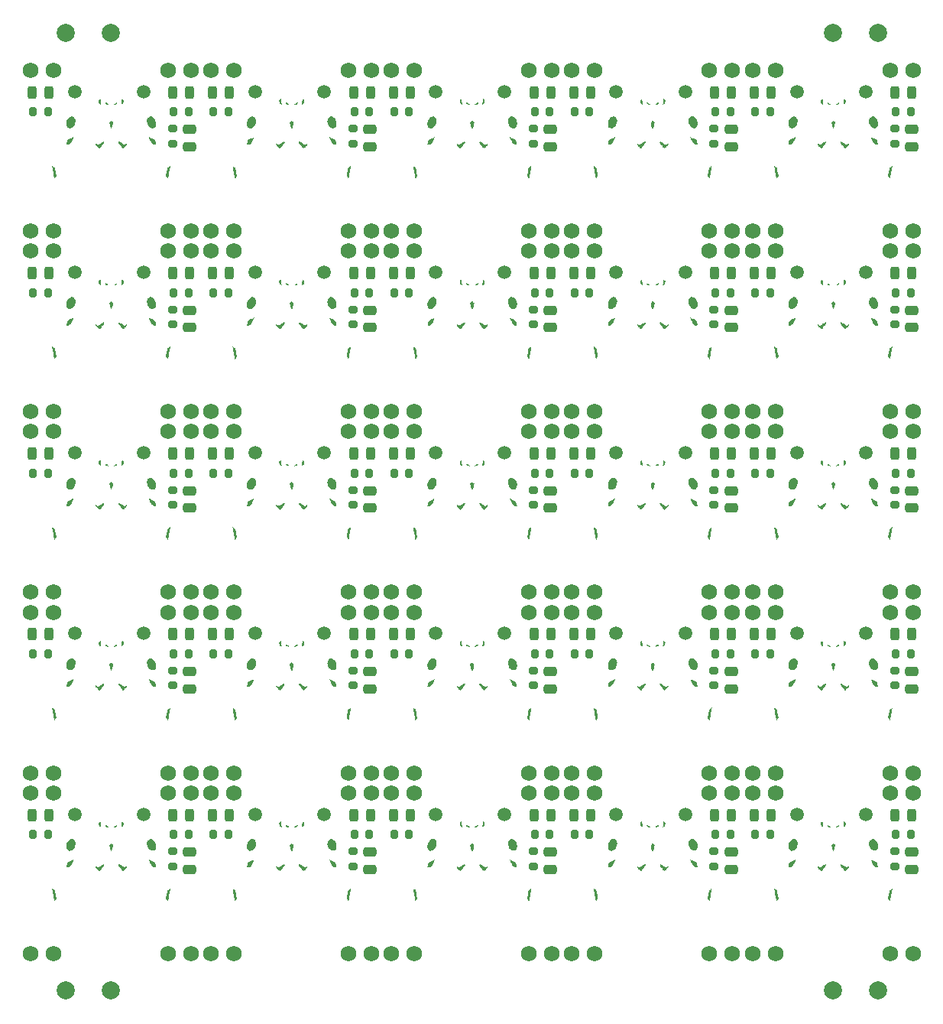
<source format=gbr>
%TF.GenerationSoftware,KiCad,Pcbnew,7.0.7*%
%TF.CreationDate,2023-09-01T19:11:28-06:00*%
%TF.ProjectId,chc-panel-1.0,6368632d-7061-46e6-956c-2d312e302e6b,1.0*%
%TF.SameCoordinates,PX558b6a0PY92dda80*%
%TF.FileFunction,Soldermask,Top*%
%TF.FilePolarity,Negative*%
%FSLAX46Y46*%
G04 Gerber Fmt 4.6, Leading zero omitted, Abs format (unit mm)*
G04 Created by KiCad (PCBNEW 7.0.7) date 2023-09-01 19:11:28*
%MOMM*%
%LPD*%
G01*
G04 APERTURE LIST*
G04 Aperture macros list*
%AMRoundRect*
0 Rectangle with rounded corners*
0 $1 Rounding radius*
0 $2 $3 $4 $5 $6 $7 $8 $9 X,Y pos of 4 corners*
0 Add a 4 corners polygon primitive as box body*
4,1,4,$2,$3,$4,$5,$6,$7,$8,$9,$2,$3,0*
0 Add four circle primitives for the rounded corners*
1,1,$1+$1,$2,$3*
1,1,$1+$1,$4,$5*
1,1,$1+$1,$6,$7*
1,1,$1+$1,$8,$9*
0 Add four rect primitives between the rounded corners*
20,1,$1+$1,$2,$3,$4,$5,0*
20,1,$1+$1,$4,$5,$6,$7,0*
20,1,$1+$1,$6,$7,$8,$9,0*
20,1,$1+$1,$8,$9,$2,$3,0*%
G04 Aperture macros list end*
%ADD10RoundRect,0.243750X-0.243750X-0.456250X0.243750X-0.456250X0.243750X0.456250X-0.243750X0.456250X0*%
%ADD11C,1.500000*%
%ADD12RoundRect,0.250000X-0.475000X0.250000X-0.475000X-0.250000X0.475000X-0.250000X0.475000X0.250000X0*%
%ADD13RoundRect,0.200000X0.200000X0.275000X-0.200000X0.275000X-0.200000X-0.275000X0.200000X-0.275000X0*%
%ADD14C,1.750000*%
%ADD15C,2.000000*%
%ADD16RoundRect,0.200000X-0.275000X0.200000X-0.275000X-0.200000X0.275000X-0.200000X0.275000X0.200000X0*%
G04 APERTURE END LIST*
%TO.C,G\u002A\u002A\u002A-10*%
G36*
X10709572Y62305874D02*
G01*
X10728107Y62292356D01*
X10724991Y62258330D01*
X10723100Y62250033D01*
X10699247Y62189851D01*
X10654899Y62145367D01*
X10581892Y62110345D01*
X10512035Y62088839D01*
X10425355Y62066211D01*
X10373417Y62056676D01*
X10350222Y62061696D01*
X10349773Y62082729D01*
X10366071Y62121237D01*
X10367405Y62124039D01*
X10419995Y62194192D01*
X10498931Y62254909D01*
X10588266Y62296119D01*
X10659043Y62308290D01*
X10709572Y62305874D01*
G37*
G36*
X9565421Y62292640D02*
G01*
X9651230Y62251671D01*
X9724773Y62194349D01*
X9771960Y62129644D01*
X9775429Y62121144D01*
X9787114Y62083424D01*
X9783943Y62062414D01*
X9759733Y62057106D01*
X9708299Y62066492D01*
X9623458Y62089564D01*
X9608302Y62093904D01*
X9518104Y62125056D01*
X9460986Y62160397D01*
X9427780Y62207297D01*
X9414066Y62250033D01*
X9408256Y62287839D01*
X9421718Y62304283D01*
X9464696Y62308221D01*
X9481434Y62308290D01*
X9565421Y62292640D01*
G37*
G36*
X10082511Y60304330D02*
G01*
X10127457Y60272597D01*
X10183955Y60229107D01*
X10249403Y60170656D01*
X10282500Y60126120D01*
X10285450Y60107297D01*
X10277838Y60075441D01*
X10262796Y60010436D01*
X10242203Y59920463D01*
X10217935Y59813709D01*
X10205977Y59760875D01*
X10135353Y59448407D01*
X10068278Y59448407D01*
X10001203Y59448407D01*
X9922981Y59792560D01*
X9844758Y60136712D01*
X9946064Y60226024D01*
X10000406Y60272369D01*
X10041985Y60304949D01*
X10060490Y60316150D01*
X10082511Y60304330D01*
G37*
G36*
X8870347Y62709845D02*
G01*
X8884228Y62681694D01*
X8895095Y62624250D01*
X8906357Y62532511D01*
X8913779Y62467172D01*
X8925521Y62366925D01*
X8936951Y62273581D01*
X8946341Y62201065D01*
X8949893Y62175888D01*
X8953183Y62125582D01*
X8946601Y62099075D01*
X8943196Y62097806D01*
X8916120Y62109222D01*
X8866750Y62137033D01*
X8829271Y62160263D01*
X8776187Y62197190D01*
X8744418Y62232138D01*
X8724883Y62279737D01*
X8708496Y62354615D01*
X8708450Y62354858D01*
X8690050Y62458099D01*
X8682954Y62529614D01*
X8689252Y62579034D01*
X8711033Y62615988D01*
X8750388Y62650105D01*
X8776527Y62668573D01*
X8819906Y62698281D01*
X8850043Y62713706D01*
X8870347Y62709845D01*
G37*
G36*
X11299549Y62708679D02*
G01*
X11335376Y62686038D01*
X11360580Y62668573D01*
X11408177Y62633972D01*
X11437678Y62602598D01*
X11451450Y62564549D01*
X11451861Y62509925D01*
X11441276Y62428823D01*
X11431821Y62370524D01*
X11417776Y62292737D01*
X11402204Y62243632D01*
X11377123Y62210018D01*
X11334553Y62178703D01*
X11304396Y62159896D01*
X11246243Y62125406D01*
X11203367Y62102362D01*
X11188297Y62096447D01*
X11182766Y62114894D01*
X11185181Y62160718D01*
X11187214Y62175888D01*
X11194829Y62231769D01*
X11205396Y62315838D01*
X11217188Y62414170D01*
X11223329Y62467172D01*
X11236216Y62579445D01*
X11246872Y62654729D01*
X11258707Y62698027D01*
X11275129Y62714343D01*
X11299549Y62708679D01*
G37*
G36*
X14255685Y58499212D02*
G01*
X14306781Y58474192D01*
X14382893Y58434457D01*
X14478101Y58383099D01*
X14584778Y58324160D01*
X14925825Y58133688D01*
X14983696Y57900420D01*
X15005584Y57806476D01*
X15021180Y57728092D01*
X15028916Y57674039D01*
X15027884Y57653469D01*
X15000773Y57644890D01*
X14945002Y57636987D01*
X14892837Y57632780D01*
X14771473Y57625774D01*
X14641107Y57747974D01*
X14589900Y57797834D01*
X14548484Y57844502D01*
X14511755Y57896163D01*
X14474606Y57961003D01*
X14431933Y58047207D01*
X14378630Y58162961D01*
X14369032Y58184199D01*
X14321968Y58290029D01*
X14282534Y58381662D01*
X14253468Y58452494D01*
X14237504Y58495922D01*
X14235527Y58506428D01*
X14255685Y58499212D01*
G37*
G36*
X14558259Y60757535D02*
G01*
X14671587Y60702358D01*
X14778442Y60619085D01*
X14873818Y60509714D01*
X14952707Y60376241D01*
X14975478Y60324244D01*
X15006141Y60218487D01*
X15024064Y60094218D01*
X15029116Y59964261D01*
X15021170Y59841440D01*
X15000096Y59738580D01*
X14981825Y59693155D01*
X14905310Y59587577D01*
X14807273Y59515081D01*
X14694144Y59478246D01*
X14572353Y59479647D01*
X14498778Y59499548D01*
X14371775Y59566859D01*
X14261073Y59664646D01*
X14168782Y59786103D01*
X14097006Y59924421D01*
X14047855Y60072791D01*
X14023436Y60224406D01*
X14025856Y60372458D01*
X14057222Y60510139D01*
X14119642Y60630639D01*
X14140387Y60657331D01*
X14229524Y60734514D01*
X14332220Y60775610D01*
X14443467Y60782618D01*
X14558259Y60757535D01*
G37*
G36*
X5812462Y60776099D02*
G01*
X5882645Y60750625D01*
X5953310Y60699529D01*
X5984801Y60670860D01*
X6055000Y60576676D01*
X6098795Y60457405D01*
X6116871Y60320535D01*
X6109912Y60173557D01*
X6078606Y60023959D01*
X6023635Y59879232D01*
X5945687Y59746863D01*
X5894441Y59683337D01*
X5792115Y59590440D01*
X5679299Y59522549D01*
X5563940Y59482289D01*
X5453984Y59472288D01*
X5357380Y59495170D01*
X5344497Y59501620D01*
X5247722Y59568103D01*
X5178871Y59650640D01*
X5134366Y59756061D01*
X5110633Y59891192D01*
X5106073Y59956830D01*
X5104156Y60064869D01*
X5111480Y60149043D01*
X5130135Y60227247D01*
X5141737Y60262293D01*
X5216373Y60429797D01*
X5310988Y60568438D01*
X5422162Y60675170D01*
X5546477Y60746949D01*
X5680512Y60780729D01*
X5726480Y60783019D01*
X5812462Y60776099D01*
G37*
G36*
X5896157Y58485327D02*
G01*
X5875802Y58432295D01*
X5843257Y58353866D01*
X5801229Y58256610D01*
X5767273Y58180088D01*
X5712850Y58059983D01*
X5670219Y57970935D01*
X5634410Y57905087D01*
X5600449Y57854587D01*
X5563365Y57811578D01*
X5518186Y57768207D01*
X5491414Y57744291D01*
X5422719Y57685583D01*
X5373264Y57650595D01*
X5331842Y57633583D01*
X5287248Y57628802D01*
X5266558Y57629012D01*
X5200418Y57632748D01*
X5147850Y57639048D01*
X5137903Y57641158D01*
X5118888Y57647054D01*
X5107610Y57657525D01*
X5104543Y57679561D01*
X5110160Y57720155D01*
X5124934Y57786298D01*
X5149338Y57884980D01*
X5156275Y57912665D01*
X5211719Y58133932D01*
X5552547Y58324282D01*
X5660742Y58384046D01*
X5755673Y58435224D01*
X5831419Y58474727D01*
X5882055Y58499463D01*
X5901617Y58506391D01*
X5896157Y58485327D01*
G37*
G36*
X16612497Y55292442D02*
G01*
X16603509Y55235556D01*
X16588974Y55148804D01*
X16569946Y55038088D01*
X16547479Y54909311D01*
X16522627Y54768374D01*
X16496443Y54621181D01*
X16469980Y54473634D01*
X16444294Y54331635D01*
X16420437Y54201087D01*
X16399464Y54087892D01*
X16382428Y53997953D01*
X16370383Y53937173D01*
X16364742Y53912472D01*
X16351399Y53920592D01*
X16320425Y53957167D01*
X16277478Y54015255D01*
X16257535Y54043955D01*
X16155794Y54192858D01*
X16221622Y54601575D01*
X16242707Y54731827D01*
X16262170Y54850852D01*
X16278765Y54951103D01*
X16291240Y55025037D01*
X16298347Y55065109D01*
X16298565Y55066219D01*
X16318759Y55107038D01*
X16367209Y55154917D01*
X16448906Y55214686D01*
X16458817Y55221317D01*
X16527212Y55265534D01*
X16580861Y55297841D01*
X16611236Y55313197D01*
X16614884Y55313558D01*
X16612497Y55292442D01*
G37*
G36*
X3541693Y55305851D02*
G01*
X3587624Y55279298D01*
X3651495Y55238949D01*
X3678290Y55221317D01*
X3763489Y55160133D01*
X3814955Y55111309D01*
X3837679Y55070016D01*
X3838542Y55066219D01*
X3845305Y55028311D01*
X3857507Y54956109D01*
X3873899Y54857158D01*
X3893233Y54739004D01*
X3914258Y54609189D01*
X3915485Y54601575D01*
X3981313Y54192858D01*
X3880619Y54045486D01*
X3834076Y53978473D01*
X3797167Y53927397D01*
X3775820Y53900384D01*
X3773071Y53898115D01*
X3766271Y53915063D01*
X3765579Y53924595D01*
X3761707Y53951187D01*
X3751022Y54014290D01*
X3734441Y54108759D01*
X3712880Y54229446D01*
X3687257Y54371205D01*
X3658488Y54528891D01*
X3640124Y54628860D01*
X3610230Y54792512D01*
X3583323Y54942362D01*
X3560256Y55073454D01*
X3541883Y55180836D01*
X3529055Y55259555D01*
X3522627Y55304656D01*
X3522231Y55313565D01*
X3541693Y55305851D01*
G37*
G36*
X9228752Y57989225D02*
G01*
X9258655Y57970768D01*
X9281692Y57947681D01*
X9291751Y57933036D01*
X9293696Y57915037D01*
X9284628Y57889004D01*
X9261644Y57850258D01*
X9221844Y57794119D01*
X9162326Y57715906D01*
X9080189Y57610942D01*
X9046162Y57567781D01*
X8964560Y57464975D01*
X8891795Y57374454D01*
X8831922Y57301168D01*
X8788997Y57250068D01*
X8767075Y57226104D01*
X8765321Y57224930D01*
X8747206Y57238792D01*
X8705106Y57277429D01*
X8644746Y57335408D01*
X8571851Y57407298D01*
X8548181Y57430979D01*
X8463256Y57517622D01*
X8404780Y57581508D01*
X8368172Y57628728D01*
X8348851Y57665374D01*
X8342237Y57697538D01*
X8342032Y57705125D01*
X8346910Y57754984D01*
X8358698Y57782619D01*
X8359181Y57782944D01*
X8382923Y57775783D01*
X8426996Y57746395D01*
X8470399Y57710952D01*
X8523442Y57666508D01*
X8564278Y57636164D01*
X8580915Y57627458D01*
X8603215Y57638378D01*
X8654316Y57669147D01*
X8727960Y57715824D01*
X8817890Y57774467D01*
X8883859Y57818303D01*
X8998443Y57893942D01*
X9084358Y57946946D01*
X9147469Y57979222D01*
X9193645Y57992680D01*
X9228752Y57989225D01*
G37*
G36*
X10953071Y57991114D02*
G01*
X11002688Y57973419D01*
X11070616Y57936457D01*
X11162721Y57878322D01*
X11253249Y57818303D01*
X11350564Y57753868D01*
X11435769Y57698770D01*
X11502606Y57656948D01*
X11544819Y57632346D01*
X11556193Y57627458D01*
X11579794Y57640918D01*
X11624048Y57674859D01*
X11666709Y57710952D01*
X11719541Y57753357D01*
X11760568Y57779055D01*
X11777926Y57782944D01*
X11789822Y57756459D01*
X11795064Y57706920D01*
X11795076Y57704349D01*
X11790990Y57672344D01*
X11775650Y57637823D01*
X11744435Y57594665D01*
X11692723Y57536745D01*
X11615893Y57457940D01*
X11588150Y57430203D01*
X11512374Y57355468D01*
X11447534Y57292949D01*
X11399351Y57248053D01*
X11373547Y57226189D01*
X11371010Y57224930D01*
X11355421Y57241061D01*
X11317756Y57285603D01*
X11262057Y57353608D01*
X11192368Y57440127D01*
X11112731Y57540211D01*
X11090945Y57567781D01*
X11000351Y57683036D01*
X10933376Y57769928D01*
X10887116Y57833136D01*
X10858672Y57877340D01*
X10845142Y57907220D01*
X10843625Y57927456D01*
X10851218Y57942727D01*
X10855415Y57947681D01*
X10885301Y57976337D01*
X10915897Y57991451D01*
X10953071Y57991114D01*
G37*
%TO.C,G\u002A\u002A\u002A-24*%
G36*
X90709572Y22305874D02*
G01*
X90728107Y22292356D01*
X90724991Y22258330D01*
X90723100Y22250033D01*
X90699247Y22189851D01*
X90654899Y22145367D01*
X90581892Y22110345D01*
X90512035Y22088839D01*
X90425355Y22066211D01*
X90373417Y22056676D01*
X90350222Y22061696D01*
X90349773Y22082729D01*
X90366071Y22121237D01*
X90367405Y22124039D01*
X90419995Y22194192D01*
X90498931Y22254909D01*
X90588266Y22296119D01*
X90659043Y22308290D01*
X90709572Y22305874D01*
G37*
G36*
X89565421Y22292640D02*
G01*
X89651230Y22251671D01*
X89724773Y22194349D01*
X89771960Y22129644D01*
X89775429Y22121144D01*
X89787114Y22083424D01*
X89783943Y22062414D01*
X89759733Y22057106D01*
X89708299Y22066492D01*
X89623458Y22089564D01*
X89608302Y22093904D01*
X89518104Y22125056D01*
X89460986Y22160397D01*
X89427780Y22207297D01*
X89414066Y22250033D01*
X89408256Y22287839D01*
X89421718Y22304283D01*
X89464696Y22308221D01*
X89481434Y22308290D01*
X89565421Y22292640D01*
G37*
G36*
X90082511Y20304330D02*
G01*
X90127457Y20272597D01*
X90183955Y20229107D01*
X90249403Y20170656D01*
X90282500Y20126120D01*
X90285450Y20107297D01*
X90277838Y20075441D01*
X90262796Y20010436D01*
X90242203Y19920463D01*
X90217935Y19813709D01*
X90205977Y19760875D01*
X90135353Y19448407D01*
X90068278Y19448407D01*
X90001203Y19448407D01*
X89922981Y19792560D01*
X89844758Y20136712D01*
X89946064Y20226024D01*
X90000406Y20272369D01*
X90041985Y20304949D01*
X90060490Y20316150D01*
X90082511Y20304330D01*
G37*
G36*
X88870347Y22709845D02*
G01*
X88884228Y22681694D01*
X88895095Y22624250D01*
X88906357Y22532511D01*
X88913779Y22467172D01*
X88925521Y22366925D01*
X88936951Y22273581D01*
X88946341Y22201065D01*
X88949893Y22175888D01*
X88953183Y22125582D01*
X88946601Y22099075D01*
X88943196Y22097806D01*
X88916120Y22109222D01*
X88866750Y22137033D01*
X88829271Y22160263D01*
X88776187Y22197190D01*
X88744418Y22232138D01*
X88724883Y22279737D01*
X88708496Y22354615D01*
X88708450Y22354858D01*
X88690050Y22458099D01*
X88682954Y22529614D01*
X88689252Y22579034D01*
X88711033Y22615988D01*
X88750388Y22650105D01*
X88776527Y22668573D01*
X88819906Y22698281D01*
X88850043Y22713706D01*
X88870347Y22709845D01*
G37*
G36*
X91299549Y22708679D02*
G01*
X91335376Y22686038D01*
X91360580Y22668573D01*
X91408177Y22633972D01*
X91437678Y22602598D01*
X91451450Y22564549D01*
X91451861Y22509925D01*
X91441276Y22428823D01*
X91431821Y22370524D01*
X91417776Y22292737D01*
X91402204Y22243632D01*
X91377123Y22210018D01*
X91334553Y22178703D01*
X91304396Y22159896D01*
X91246243Y22125406D01*
X91203367Y22102362D01*
X91188297Y22096447D01*
X91182766Y22114894D01*
X91185181Y22160718D01*
X91187214Y22175888D01*
X91194829Y22231769D01*
X91205396Y22315838D01*
X91217188Y22414170D01*
X91223329Y22467172D01*
X91236216Y22579445D01*
X91246872Y22654729D01*
X91258707Y22698027D01*
X91275129Y22714343D01*
X91299549Y22708679D01*
G37*
G36*
X94255685Y18499212D02*
G01*
X94306781Y18474192D01*
X94382893Y18434457D01*
X94478101Y18383099D01*
X94584778Y18324160D01*
X94925825Y18133688D01*
X94983696Y17900420D01*
X95005584Y17806476D01*
X95021180Y17728092D01*
X95028916Y17674039D01*
X95027884Y17653469D01*
X95000773Y17644890D01*
X94945002Y17636987D01*
X94892837Y17632780D01*
X94771473Y17625774D01*
X94641107Y17747974D01*
X94589900Y17797834D01*
X94548484Y17844502D01*
X94511755Y17896163D01*
X94474606Y17961003D01*
X94431933Y18047207D01*
X94378630Y18162961D01*
X94369032Y18184199D01*
X94321968Y18290029D01*
X94282534Y18381662D01*
X94253468Y18452494D01*
X94237504Y18495922D01*
X94235527Y18506428D01*
X94255685Y18499212D01*
G37*
G36*
X94558259Y20757535D02*
G01*
X94671587Y20702358D01*
X94778442Y20619085D01*
X94873818Y20509714D01*
X94952707Y20376241D01*
X94975478Y20324244D01*
X95006141Y20218487D01*
X95024064Y20094218D01*
X95029116Y19964261D01*
X95021170Y19841440D01*
X95000096Y19738580D01*
X94981825Y19693155D01*
X94905310Y19587577D01*
X94807273Y19515081D01*
X94694144Y19478246D01*
X94572353Y19479647D01*
X94498778Y19499548D01*
X94371775Y19566859D01*
X94261073Y19664646D01*
X94168782Y19786103D01*
X94097006Y19924421D01*
X94047855Y20072791D01*
X94023436Y20224406D01*
X94025856Y20372458D01*
X94057222Y20510139D01*
X94119642Y20630639D01*
X94140387Y20657331D01*
X94229524Y20734514D01*
X94332220Y20775610D01*
X94443467Y20782618D01*
X94558259Y20757535D01*
G37*
G36*
X85812462Y20776099D02*
G01*
X85882645Y20750625D01*
X85953310Y20699529D01*
X85984801Y20670860D01*
X86055000Y20576676D01*
X86098795Y20457405D01*
X86116871Y20320535D01*
X86109912Y20173557D01*
X86078606Y20023959D01*
X86023635Y19879232D01*
X85945687Y19746863D01*
X85894441Y19683337D01*
X85792115Y19590440D01*
X85679299Y19522549D01*
X85563940Y19482289D01*
X85453984Y19472288D01*
X85357380Y19495170D01*
X85344497Y19501620D01*
X85247722Y19568103D01*
X85178871Y19650640D01*
X85134366Y19756061D01*
X85110633Y19891192D01*
X85106073Y19956830D01*
X85104156Y20064869D01*
X85111480Y20149043D01*
X85130135Y20227247D01*
X85141737Y20262293D01*
X85216373Y20429797D01*
X85310988Y20568438D01*
X85422162Y20675170D01*
X85546477Y20746949D01*
X85680512Y20780729D01*
X85726480Y20783019D01*
X85812462Y20776099D01*
G37*
G36*
X85896157Y18485327D02*
G01*
X85875802Y18432295D01*
X85843257Y18353866D01*
X85801229Y18256610D01*
X85767273Y18180088D01*
X85712850Y18059983D01*
X85670219Y17970935D01*
X85634410Y17905087D01*
X85600449Y17854587D01*
X85563365Y17811578D01*
X85518186Y17768207D01*
X85491414Y17744291D01*
X85422719Y17685583D01*
X85373264Y17650595D01*
X85331842Y17633583D01*
X85287248Y17628802D01*
X85266558Y17629012D01*
X85200418Y17632748D01*
X85147850Y17639048D01*
X85137903Y17641158D01*
X85118888Y17647054D01*
X85107610Y17657525D01*
X85104543Y17679561D01*
X85110160Y17720155D01*
X85124934Y17786298D01*
X85149338Y17884980D01*
X85156275Y17912665D01*
X85211719Y18133932D01*
X85552547Y18324282D01*
X85660742Y18384046D01*
X85755673Y18435224D01*
X85831419Y18474727D01*
X85882055Y18499463D01*
X85901617Y18506391D01*
X85896157Y18485327D01*
G37*
G36*
X96612497Y15292442D02*
G01*
X96603509Y15235556D01*
X96588974Y15148804D01*
X96569946Y15038088D01*
X96547479Y14909311D01*
X96522627Y14768374D01*
X96496443Y14621181D01*
X96469980Y14473634D01*
X96444294Y14331635D01*
X96420437Y14201087D01*
X96399464Y14087892D01*
X96382428Y13997953D01*
X96370383Y13937173D01*
X96364742Y13912472D01*
X96351399Y13920592D01*
X96320425Y13957167D01*
X96277478Y14015255D01*
X96257535Y14043955D01*
X96155794Y14192858D01*
X96221622Y14601575D01*
X96242707Y14731827D01*
X96262170Y14850852D01*
X96278765Y14951103D01*
X96291240Y15025037D01*
X96298347Y15065109D01*
X96298565Y15066219D01*
X96318759Y15107038D01*
X96367209Y15154917D01*
X96448906Y15214686D01*
X96458817Y15221317D01*
X96527212Y15265534D01*
X96580861Y15297841D01*
X96611236Y15313197D01*
X96614884Y15313558D01*
X96612497Y15292442D01*
G37*
G36*
X83541693Y15305851D02*
G01*
X83587624Y15279298D01*
X83651495Y15238949D01*
X83678290Y15221317D01*
X83763489Y15160133D01*
X83814955Y15111309D01*
X83837679Y15070016D01*
X83838542Y15066219D01*
X83845305Y15028311D01*
X83857507Y14956109D01*
X83873899Y14857158D01*
X83893233Y14739004D01*
X83914258Y14609189D01*
X83915485Y14601575D01*
X83981313Y14192858D01*
X83880619Y14045486D01*
X83834076Y13978473D01*
X83797167Y13927397D01*
X83775820Y13900384D01*
X83773071Y13898115D01*
X83766271Y13915063D01*
X83765579Y13924595D01*
X83761707Y13951187D01*
X83751022Y14014290D01*
X83734441Y14108759D01*
X83712880Y14229446D01*
X83687257Y14371205D01*
X83658488Y14528891D01*
X83640124Y14628860D01*
X83610230Y14792512D01*
X83583323Y14942362D01*
X83560256Y15073454D01*
X83541883Y15180836D01*
X83529055Y15259555D01*
X83522627Y15304656D01*
X83522231Y15313565D01*
X83541693Y15305851D01*
G37*
G36*
X89228752Y17989225D02*
G01*
X89258655Y17970768D01*
X89281692Y17947681D01*
X89291751Y17933036D01*
X89293696Y17915037D01*
X89284628Y17889004D01*
X89261644Y17850258D01*
X89221844Y17794119D01*
X89162326Y17715906D01*
X89080189Y17610942D01*
X89046162Y17567781D01*
X88964560Y17464975D01*
X88891795Y17374454D01*
X88831922Y17301168D01*
X88788997Y17250068D01*
X88767075Y17226104D01*
X88765321Y17224930D01*
X88747206Y17238792D01*
X88705106Y17277429D01*
X88644746Y17335408D01*
X88571851Y17407298D01*
X88548181Y17430979D01*
X88463256Y17517622D01*
X88404780Y17581508D01*
X88368172Y17628728D01*
X88348851Y17665374D01*
X88342237Y17697538D01*
X88342032Y17705125D01*
X88346910Y17754984D01*
X88358698Y17782619D01*
X88359181Y17782944D01*
X88382923Y17775783D01*
X88426996Y17746395D01*
X88470399Y17710952D01*
X88523442Y17666508D01*
X88564278Y17636164D01*
X88580915Y17627458D01*
X88603215Y17638378D01*
X88654316Y17669147D01*
X88727960Y17715824D01*
X88817890Y17774467D01*
X88883859Y17818303D01*
X88998443Y17893942D01*
X89084358Y17946946D01*
X89147469Y17979222D01*
X89193645Y17992680D01*
X89228752Y17989225D01*
G37*
G36*
X90953071Y17991114D02*
G01*
X91002688Y17973419D01*
X91070616Y17936457D01*
X91162721Y17878322D01*
X91253249Y17818303D01*
X91350564Y17753868D01*
X91435769Y17698770D01*
X91502606Y17656948D01*
X91544819Y17632346D01*
X91556193Y17627458D01*
X91579794Y17640918D01*
X91624048Y17674859D01*
X91666709Y17710952D01*
X91719541Y17753357D01*
X91760568Y17779055D01*
X91777926Y17782944D01*
X91789822Y17756459D01*
X91795064Y17706920D01*
X91795076Y17704349D01*
X91790990Y17672344D01*
X91775650Y17637823D01*
X91744435Y17594665D01*
X91692723Y17536745D01*
X91615893Y17457940D01*
X91588150Y17430203D01*
X91512374Y17355468D01*
X91447534Y17292949D01*
X91399351Y17248053D01*
X91373547Y17226189D01*
X91371010Y17224930D01*
X91355421Y17241061D01*
X91317756Y17285603D01*
X91262057Y17353608D01*
X91192368Y17440127D01*
X91112731Y17540211D01*
X91090945Y17567781D01*
X91000351Y17683036D01*
X90933376Y17769928D01*
X90887116Y17833136D01*
X90858672Y17877340D01*
X90845142Y17907220D01*
X90843625Y17927456D01*
X90851218Y17942727D01*
X90855415Y17947681D01*
X90885301Y17976337D01*
X90915897Y17991451D01*
X90953071Y17991114D01*
G37*
%TO.C,G\u002A\u002A\u002A-5*%
G36*
X10709572Y82305874D02*
G01*
X10728107Y82292356D01*
X10724991Y82258330D01*
X10723100Y82250033D01*
X10699247Y82189851D01*
X10654899Y82145367D01*
X10581892Y82110345D01*
X10512035Y82088839D01*
X10425355Y82066211D01*
X10373417Y82056676D01*
X10350222Y82061696D01*
X10349773Y82082729D01*
X10366071Y82121237D01*
X10367405Y82124039D01*
X10419995Y82194192D01*
X10498931Y82254909D01*
X10588266Y82296119D01*
X10659043Y82308290D01*
X10709572Y82305874D01*
G37*
G36*
X9565421Y82292640D02*
G01*
X9651230Y82251671D01*
X9724773Y82194349D01*
X9771960Y82129644D01*
X9775429Y82121144D01*
X9787114Y82083424D01*
X9783943Y82062414D01*
X9759733Y82057106D01*
X9708299Y82066492D01*
X9623458Y82089564D01*
X9608302Y82093904D01*
X9518104Y82125056D01*
X9460986Y82160397D01*
X9427780Y82207297D01*
X9414066Y82250033D01*
X9408256Y82287839D01*
X9421718Y82304283D01*
X9464696Y82308221D01*
X9481434Y82308290D01*
X9565421Y82292640D01*
G37*
G36*
X10082511Y80304330D02*
G01*
X10127457Y80272597D01*
X10183955Y80229107D01*
X10249403Y80170656D01*
X10282500Y80126120D01*
X10285450Y80107297D01*
X10277838Y80075441D01*
X10262796Y80010436D01*
X10242203Y79920463D01*
X10217935Y79813709D01*
X10205977Y79760875D01*
X10135353Y79448407D01*
X10068278Y79448407D01*
X10001203Y79448407D01*
X9922981Y79792560D01*
X9844758Y80136712D01*
X9946064Y80226024D01*
X10000406Y80272369D01*
X10041985Y80304949D01*
X10060490Y80316150D01*
X10082511Y80304330D01*
G37*
G36*
X8870347Y82709845D02*
G01*
X8884228Y82681694D01*
X8895095Y82624250D01*
X8906357Y82532511D01*
X8913779Y82467172D01*
X8925521Y82366925D01*
X8936951Y82273581D01*
X8946341Y82201065D01*
X8949893Y82175888D01*
X8953183Y82125582D01*
X8946601Y82099075D01*
X8943196Y82097806D01*
X8916120Y82109222D01*
X8866750Y82137033D01*
X8829271Y82160263D01*
X8776187Y82197190D01*
X8744418Y82232138D01*
X8724883Y82279737D01*
X8708496Y82354615D01*
X8708450Y82354858D01*
X8690050Y82458099D01*
X8682954Y82529614D01*
X8689252Y82579034D01*
X8711033Y82615988D01*
X8750388Y82650105D01*
X8776527Y82668573D01*
X8819906Y82698281D01*
X8850043Y82713706D01*
X8870347Y82709845D01*
G37*
G36*
X11299549Y82708679D02*
G01*
X11335376Y82686038D01*
X11360580Y82668573D01*
X11408177Y82633972D01*
X11437678Y82602598D01*
X11451450Y82564549D01*
X11451861Y82509925D01*
X11441276Y82428823D01*
X11431821Y82370524D01*
X11417776Y82292737D01*
X11402204Y82243632D01*
X11377123Y82210018D01*
X11334553Y82178703D01*
X11304396Y82159896D01*
X11246243Y82125406D01*
X11203367Y82102362D01*
X11188297Y82096447D01*
X11182766Y82114894D01*
X11185181Y82160718D01*
X11187214Y82175888D01*
X11194829Y82231769D01*
X11205396Y82315838D01*
X11217188Y82414170D01*
X11223329Y82467172D01*
X11236216Y82579445D01*
X11246872Y82654729D01*
X11258707Y82698027D01*
X11275129Y82714343D01*
X11299549Y82708679D01*
G37*
G36*
X14255685Y78499212D02*
G01*
X14306781Y78474192D01*
X14382893Y78434457D01*
X14478101Y78383099D01*
X14584778Y78324160D01*
X14925825Y78133688D01*
X14983696Y77900420D01*
X15005584Y77806476D01*
X15021180Y77728092D01*
X15028916Y77674039D01*
X15027884Y77653469D01*
X15000773Y77644890D01*
X14945002Y77636987D01*
X14892837Y77632780D01*
X14771473Y77625774D01*
X14641107Y77747974D01*
X14589900Y77797834D01*
X14548484Y77844502D01*
X14511755Y77896163D01*
X14474606Y77961003D01*
X14431933Y78047207D01*
X14378630Y78162961D01*
X14369032Y78184199D01*
X14321968Y78290029D01*
X14282534Y78381662D01*
X14253468Y78452494D01*
X14237504Y78495922D01*
X14235527Y78506428D01*
X14255685Y78499212D01*
G37*
G36*
X14558259Y80757535D02*
G01*
X14671587Y80702358D01*
X14778442Y80619085D01*
X14873818Y80509714D01*
X14952707Y80376241D01*
X14975478Y80324244D01*
X15006141Y80218487D01*
X15024064Y80094218D01*
X15029116Y79964261D01*
X15021170Y79841440D01*
X15000096Y79738580D01*
X14981825Y79693155D01*
X14905310Y79587577D01*
X14807273Y79515081D01*
X14694144Y79478246D01*
X14572353Y79479647D01*
X14498778Y79499548D01*
X14371775Y79566859D01*
X14261073Y79664646D01*
X14168782Y79786103D01*
X14097006Y79924421D01*
X14047855Y80072791D01*
X14023436Y80224406D01*
X14025856Y80372458D01*
X14057222Y80510139D01*
X14119642Y80630639D01*
X14140387Y80657331D01*
X14229524Y80734514D01*
X14332220Y80775610D01*
X14443467Y80782618D01*
X14558259Y80757535D01*
G37*
G36*
X5812462Y80776099D02*
G01*
X5882645Y80750625D01*
X5953310Y80699529D01*
X5984801Y80670860D01*
X6055000Y80576676D01*
X6098795Y80457405D01*
X6116871Y80320535D01*
X6109912Y80173557D01*
X6078606Y80023959D01*
X6023635Y79879232D01*
X5945687Y79746863D01*
X5894441Y79683337D01*
X5792115Y79590440D01*
X5679299Y79522549D01*
X5563940Y79482289D01*
X5453984Y79472288D01*
X5357380Y79495170D01*
X5344497Y79501620D01*
X5247722Y79568103D01*
X5178871Y79650640D01*
X5134366Y79756061D01*
X5110633Y79891192D01*
X5106073Y79956830D01*
X5104156Y80064869D01*
X5111480Y80149043D01*
X5130135Y80227247D01*
X5141737Y80262293D01*
X5216373Y80429797D01*
X5310988Y80568438D01*
X5422162Y80675170D01*
X5546477Y80746949D01*
X5680512Y80780729D01*
X5726480Y80783019D01*
X5812462Y80776099D01*
G37*
G36*
X5896157Y78485327D02*
G01*
X5875802Y78432295D01*
X5843257Y78353866D01*
X5801229Y78256610D01*
X5767273Y78180088D01*
X5712850Y78059983D01*
X5670219Y77970935D01*
X5634410Y77905087D01*
X5600449Y77854587D01*
X5563365Y77811578D01*
X5518186Y77768207D01*
X5491414Y77744291D01*
X5422719Y77685583D01*
X5373264Y77650595D01*
X5331842Y77633583D01*
X5287248Y77628802D01*
X5266558Y77629012D01*
X5200418Y77632748D01*
X5147850Y77639048D01*
X5137903Y77641158D01*
X5118888Y77647054D01*
X5107610Y77657525D01*
X5104543Y77679561D01*
X5110160Y77720155D01*
X5124934Y77786298D01*
X5149338Y77884980D01*
X5156275Y77912665D01*
X5211719Y78133932D01*
X5552547Y78324282D01*
X5660742Y78384046D01*
X5755673Y78435224D01*
X5831419Y78474727D01*
X5882055Y78499463D01*
X5901617Y78506391D01*
X5896157Y78485327D01*
G37*
G36*
X16612497Y75292442D02*
G01*
X16603509Y75235556D01*
X16588974Y75148804D01*
X16569946Y75038088D01*
X16547479Y74909311D01*
X16522627Y74768374D01*
X16496443Y74621181D01*
X16469980Y74473634D01*
X16444294Y74331635D01*
X16420437Y74201087D01*
X16399464Y74087892D01*
X16382428Y73997953D01*
X16370383Y73937173D01*
X16364742Y73912472D01*
X16351399Y73920592D01*
X16320425Y73957167D01*
X16277478Y74015255D01*
X16257535Y74043955D01*
X16155794Y74192858D01*
X16221622Y74601575D01*
X16242707Y74731827D01*
X16262170Y74850852D01*
X16278765Y74951103D01*
X16291240Y75025037D01*
X16298347Y75065109D01*
X16298565Y75066219D01*
X16318759Y75107038D01*
X16367209Y75154917D01*
X16448906Y75214686D01*
X16458817Y75221317D01*
X16527212Y75265534D01*
X16580861Y75297841D01*
X16611236Y75313197D01*
X16614884Y75313558D01*
X16612497Y75292442D01*
G37*
G36*
X3541693Y75305851D02*
G01*
X3587624Y75279298D01*
X3651495Y75238949D01*
X3678290Y75221317D01*
X3763489Y75160133D01*
X3814955Y75111309D01*
X3837679Y75070016D01*
X3838542Y75066219D01*
X3845305Y75028311D01*
X3857507Y74956109D01*
X3873899Y74857158D01*
X3893233Y74739004D01*
X3914258Y74609189D01*
X3915485Y74601575D01*
X3981313Y74192858D01*
X3880619Y74045486D01*
X3834076Y73978473D01*
X3797167Y73927397D01*
X3775820Y73900384D01*
X3773071Y73898115D01*
X3766271Y73915063D01*
X3765579Y73924595D01*
X3761707Y73951187D01*
X3751022Y74014290D01*
X3734441Y74108759D01*
X3712880Y74229446D01*
X3687257Y74371205D01*
X3658488Y74528891D01*
X3640124Y74628860D01*
X3610230Y74792512D01*
X3583323Y74942362D01*
X3560256Y75073454D01*
X3541883Y75180836D01*
X3529055Y75259555D01*
X3522627Y75304656D01*
X3522231Y75313565D01*
X3541693Y75305851D01*
G37*
G36*
X9228752Y77989225D02*
G01*
X9258655Y77970768D01*
X9281692Y77947681D01*
X9291751Y77933036D01*
X9293696Y77915037D01*
X9284628Y77889004D01*
X9261644Y77850258D01*
X9221844Y77794119D01*
X9162326Y77715906D01*
X9080189Y77610942D01*
X9046162Y77567781D01*
X8964560Y77464975D01*
X8891795Y77374454D01*
X8831922Y77301168D01*
X8788997Y77250068D01*
X8767075Y77226104D01*
X8765321Y77224930D01*
X8747206Y77238792D01*
X8705106Y77277429D01*
X8644746Y77335408D01*
X8571851Y77407298D01*
X8548181Y77430979D01*
X8463256Y77517622D01*
X8404780Y77581508D01*
X8368172Y77628728D01*
X8348851Y77665374D01*
X8342237Y77697538D01*
X8342032Y77705125D01*
X8346910Y77754984D01*
X8358698Y77782619D01*
X8359181Y77782944D01*
X8382923Y77775783D01*
X8426996Y77746395D01*
X8470399Y77710952D01*
X8523442Y77666508D01*
X8564278Y77636164D01*
X8580915Y77627458D01*
X8603215Y77638378D01*
X8654316Y77669147D01*
X8727960Y77715824D01*
X8817890Y77774467D01*
X8883859Y77818303D01*
X8998443Y77893942D01*
X9084358Y77946946D01*
X9147469Y77979222D01*
X9193645Y77992680D01*
X9228752Y77989225D01*
G37*
G36*
X10953071Y77991114D02*
G01*
X11002688Y77973419D01*
X11070616Y77936457D01*
X11162721Y77878322D01*
X11253249Y77818303D01*
X11350564Y77753868D01*
X11435769Y77698770D01*
X11502606Y77656948D01*
X11544819Y77632346D01*
X11556193Y77627458D01*
X11579794Y77640918D01*
X11624048Y77674859D01*
X11666709Y77710952D01*
X11719541Y77753357D01*
X11760568Y77779055D01*
X11777926Y77782944D01*
X11789822Y77756459D01*
X11795064Y77706920D01*
X11795076Y77704349D01*
X11790990Y77672344D01*
X11775650Y77637823D01*
X11744435Y77594665D01*
X11692723Y77536745D01*
X11615893Y77457940D01*
X11588150Y77430203D01*
X11512374Y77355468D01*
X11447534Y77292949D01*
X11399351Y77248053D01*
X11373547Y77226189D01*
X11371010Y77224930D01*
X11355421Y77241061D01*
X11317756Y77285603D01*
X11262057Y77353608D01*
X11192368Y77440127D01*
X11112731Y77540211D01*
X11090945Y77567781D01*
X11000351Y77683036D01*
X10933376Y77769928D01*
X10887116Y77833136D01*
X10858672Y77877340D01*
X10845142Y77907220D01*
X10843625Y77927456D01*
X10851218Y77942727D01*
X10855415Y77947681D01*
X10885301Y77976337D01*
X10915897Y77991451D01*
X10953071Y77991114D01*
G37*
%TO.C,G\u002A\u002A\u002A-20*%
G36*
X10709572Y22305874D02*
G01*
X10728107Y22292356D01*
X10724991Y22258330D01*
X10723100Y22250033D01*
X10699247Y22189851D01*
X10654899Y22145367D01*
X10581892Y22110345D01*
X10512035Y22088839D01*
X10425355Y22066211D01*
X10373417Y22056676D01*
X10350222Y22061696D01*
X10349773Y22082729D01*
X10366071Y22121237D01*
X10367405Y22124039D01*
X10419995Y22194192D01*
X10498931Y22254909D01*
X10588266Y22296119D01*
X10659043Y22308290D01*
X10709572Y22305874D01*
G37*
G36*
X9565421Y22292640D02*
G01*
X9651230Y22251671D01*
X9724773Y22194349D01*
X9771960Y22129644D01*
X9775429Y22121144D01*
X9787114Y22083424D01*
X9783943Y22062414D01*
X9759733Y22057106D01*
X9708299Y22066492D01*
X9623458Y22089564D01*
X9608302Y22093904D01*
X9518104Y22125056D01*
X9460986Y22160397D01*
X9427780Y22207297D01*
X9414066Y22250033D01*
X9408256Y22287839D01*
X9421718Y22304283D01*
X9464696Y22308221D01*
X9481434Y22308290D01*
X9565421Y22292640D01*
G37*
G36*
X10082511Y20304330D02*
G01*
X10127457Y20272597D01*
X10183955Y20229107D01*
X10249403Y20170656D01*
X10282500Y20126120D01*
X10285450Y20107297D01*
X10277838Y20075441D01*
X10262796Y20010436D01*
X10242203Y19920463D01*
X10217935Y19813709D01*
X10205977Y19760875D01*
X10135353Y19448407D01*
X10068278Y19448407D01*
X10001203Y19448407D01*
X9922981Y19792560D01*
X9844758Y20136712D01*
X9946064Y20226024D01*
X10000406Y20272369D01*
X10041985Y20304949D01*
X10060490Y20316150D01*
X10082511Y20304330D01*
G37*
G36*
X8870347Y22709845D02*
G01*
X8884228Y22681694D01*
X8895095Y22624250D01*
X8906357Y22532511D01*
X8913779Y22467172D01*
X8925521Y22366925D01*
X8936951Y22273581D01*
X8946341Y22201065D01*
X8949893Y22175888D01*
X8953183Y22125582D01*
X8946601Y22099075D01*
X8943196Y22097806D01*
X8916120Y22109222D01*
X8866750Y22137033D01*
X8829271Y22160263D01*
X8776187Y22197190D01*
X8744418Y22232138D01*
X8724883Y22279737D01*
X8708496Y22354615D01*
X8708450Y22354858D01*
X8690050Y22458099D01*
X8682954Y22529614D01*
X8689252Y22579034D01*
X8711033Y22615988D01*
X8750388Y22650105D01*
X8776527Y22668573D01*
X8819906Y22698281D01*
X8850043Y22713706D01*
X8870347Y22709845D01*
G37*
G36*
X11299549Y22708679D02*
G01*
X11335376Y22686038D01*
X11360580Y22668573D01*
X11408177Y22633972D01*
X11437678Y22602598D01*
X11451450Y22564549D01*
X11451861Y22509925D01*
X11441276Y22428823D01*
X11431821Y22370524D01*
X11417776Y22292737D01*
X11402204Y22243632D01*
X11377123Y22210018D01*
X11334553Y22178703D01*
X11304396Y22159896D01*
X11246243Y22125406D01*
X11203367Y22102362D01*
X11188297Y22096447D01*
X11182766Y22114894D01*
X11185181Y22160718D01*
X11187214Y22175888D01*
X11194829Y22231769D01*
X11205396Y22315838D01*
X11217188Y22414170D01*
X11223329Y22467172D01*
X11236216Y22579445D01*
X11246872Y22654729D01*
X11258707Y22698027D01*
X11275129Y22714343D01*
X11299549Y22708679D01*
G37*
G36*
X14255685Y18499212D02*
G01*
X14306781Y18474192D01*
X14382893Y18434457D01*
X14478101Y18383099D01*
X14584778Y18324160D01*
X14925825Y18133688D01*
X14983696Y17900420D01*
X15005584Y17806476D01*
X15021180Y17728092D01*
X15028916Y17674039D01*
X15027884Y17653469D01*
X15000773Y17644890D01*
X14945002Y17636987D01*
X14892837Y17632780D01*
X14771473Y17625774D01*
X14641107Y17747974D01*
X14589900Y17797834D01*
X14548484Y17844502D01*
X14511755Y17896163D01*
X14474606Y17961003D01*
X14431933Y18047207D01*
X14378630Y18162961D01*
X14369032Y18184199D01*
X14321968Y18290029D01*
X14282534Y18381662D01*
X14253468Y18452494D01*
X14237504Y18495922D01*
X14235527Y18506428D01*
X14255685Y18499212D01*
G37*
G36*
X14558259Y20757535D02*
G01*
X14671587Y20702358D01*
X14778442Y20619085D01*
X14873818Y20509714D01*
X14952707Y20376241D01*
X14975478Y20324244D01*
X15006141Y20218487D01*
X15024064Y20094218D01*
X15029116Y19964261D01*
X15021170Y19841440D01*
X15000096Y19738580D01*
X14981825Y19693155D01*
X14905310Y19587577D01*
X14807273Y19515081D01*
X14694144Y19478246D01*
X14572353Y19479647D01*
X14498778Y19499548D01*
X14371775Y19566859D01*
X14261073Y19664646D01*
X14168782Y19786103D01*
X14097006Y19924421D01*
X14047855Y20072791D01*
X14023436Y20224406D01*
X14025856Y20372458D01*
X14057222Y20510139D01*
X14119642Y20630639D01*
X14140387Y20657331D01*
X14229524Y20734514D01*
X14332220Y20775610D01*
X14443467Y20782618D01*
X14558259Y20757535D01*
G37*
G36*
X5812462Y20776099D02*
G01*
X5882645Y20750625D01*
X5953310Y20699529D01*
X5984801Y20670860D01*
X6055000Y20576676D01*
X6098795Y20457405D01*
X6116871Y20320535D01*
X6109912Y20173557D01*
X6078606Y20023959D01*
X6023635Y19879232D01*
X5945687Y19746863D01*
X5894441Y19683337D01*
X5792115Y19590440D01*
X5679299Y19522549D01*
X5563940Y19482289D01*
X5453984Y19472288D01*
X5357380Y19495170D01*
X5344497Y19501620D01*
X5247722Y19568103D01*
X5178871Y19650640D01*
X5134366Y19756061D01*
X5110633Y19891192D01*
X5106073Y19956830D01*
X5104156Y20064869D01*
X5111480Y20149043D01*
X5130135Y20227247D01*
X5141737Y20262293D01*
X5216373Y20429797D01*
X5310988Y20568438D01*
X5422162Y20675170D01*
X5546477Y20746949D01*
X5680512Y20780729D01*
X5726480Y20783019D01*
X5812462Y20776099D01*
G37*
G36*
X5896157Y18485327D02*
G01*
X5875802Y18432295D01*
X5843257Y18353866D01*
X5801229Y18256610D01*
X5767273Y18180088D01*
X5712850Y18059983D01*
X5670219Y17970935D01*
X5634410Y17905087D01*
X5600449Y17854587D01*
X5563365Y17811578D01*
X5518186Y17768207D01*
X5491414Y17744291D01*
X5422719Y17685583D01*
X5373264Y17650595D01*
X5331842Y17633583D01*
X5287248Y17628802D01*
X5266558Y17629012D01*
X5200418Y17632748D01*
X5147850Y17639048D01*
X5137903Y17641158D01*
X5118888Y17647054D01*
X5107610Y17657525D01*
X5104543Y17679561D01*
X5110160Y17720155D01*
X5124934Y17786298D01*
X5149338Y17884980D01*
X5156275Y17912665D01*
X5211719Y18133932D01*
X5552547Y18324282D01*
X5660742Y18384046D01*
X5755673Y18435224D01*
X5831419Y18474727D01*
X5882055Y18499463D01*
X5901617Y18506391D01*
X5896157Y18485327D01*
G37*
G36*
X16612497Y15292442D02*
G01*
X16603509Y15235556D01*
X16588974Y15148804D01*
X16569946Y15038088D01*
X16547479Y14909311D01*
X16522627Y14768374D01*
X16496443Y14621181D01*
X16469980Y14473634D01*
X16444294Y14331635D01*
X16420437Y14201087D01*
X16399464Y14087892D01*
X16382428Y13997953D01*
X16370383Y13937173D01*
X16364742Y13912472D01*
X16351399Y13920592D01*
X16320425Y13957167D01*
X16277478Y14015255D01*
X16257535Y14043955D01*
X16155794Y14192858D01*
X16221622Y14601575D01*
X16242707Y14731827D01*
X16262170Y14850852D01*
X16278765Y14951103D01*
X16291240Y15025037D01*
X16298347Y15065109D01*
X16298565Y15066219D01*
X16318759Y15107038D01*
X16367209Y15154917D01*
X16448906Y15214686D01*
X16458817Y15221317D01*
X16527212Y15265534D01*
X16580861Y15297841D01*
X16611236Y15313197D01*
X16614884Y15313558D01*
X16612497Y15292442D01*
G37*
G36*
X3541693Y15305851D02*
G01*
X3587624Y15279298D01*
X3651495Y15238949D01*
X3678290Y15221317D01*
X3763489Y15160133D01*
X3814955Y15111309D01*
X3837679Y15070016D01*
X3838542Y15066219D01*
X3845305Y15028311D01*
X3857507Y14956109D01*
X3873899Y14857158D01*
X3893233Y14739004D01*
X3914258Y14609189D01*
X3915485Y14601575D01*
X3981313Y14192858D01*
X3880619Y14045486D01*
X3834076Y13978473D01*
X3797167Y13927397D01*
X3775820Y13900384D01*
X3773071Y13898115D01*
X3766271Y13915063D01*
X3765579Y13924595D01*
X3761707Y13951187D01*
X3751022Y14014290D01*
X3734441Y14108759D01*
X3712880Y14229446D01*
X3687257Y14371205D01*
X3658488Y14528891D01*
X3640124Y14628860D01*
X3610230Y14792512D01*
X3583323Y14942362D01*
X3560256Y15073454D01*
X3541883Y15180836D01*
X3529055Y15259555D01*
X3522627Y15304656D01*
X3522231Y15313565D01*
X3541693Y15305851D01*
G37*
G36*
X9228752Y17989225D02*
G01*
X9258655Y17970768D01*
X9281692Y17947681D01*
X9291751Y17933036D01*
X9293696Y17915037D01*
X9284628Y17889004D01*
X9261644Y17850258D01*
X9221844Y17794119D01*
X9162326Y17715906D01*
X9080189Y17610942D01*
X9046162Y17567781D01*
X8964560Y17464975D01*
X8891795Y17374454D01*
X8831922Y17301168D01*
X8788997Y17250068D01*
X8767075Y17226104D01*
X8765321Y17224930D01*
X8747206Y17238792D01*
X8705106Y17277429D01*
X8644746Y17335408D01*
X8571851Y17407298D01*
X8548181Y17430979D01*
X8463256Y17517622D01*
X8404780Y17581508D01*
X8368172Y17628728D01*
X8348851Y17665374D01*
X8342237Y17697538D01*
X8342032Y17705125D01*
X8346910Y17754984D01*
X8358698Y17782619D01*
X8359181Y17782944D01*
X8382923Y17775783D01*
X8426996Y17746395D01*
X8470399Y17710952D01*
X8523442Y17666508D01*
X8564278Y17636164D01*
X8580915Y17627458D01*
X8603215Y17638378D01*
X8654316Y17669147D01*
X8727960Y17715824D01*
X8817890Y17774467D01*
X8883859Y17818303D01*
X8998443Y17893942D01*
X9084358Y17946946D01*
X9147469Y17979222D01*
X9193645Y17992680D01*
X9228752Y17989225D01*
G37*
G36*
X10953071Y17991114D02*
G01*
X11002688Y17973419D01*
X11070616Y17936457D01*
X11162721Y17878322D01*
X11253249Y17818303D01*
X11350564Y17753868D01*
X11435769Y17698770D01*
X11502606Y17656948D01*
X11544819Y17632346D01*
X11556193Y17627458D01*
X11579794Y17640918D01*
X11624048Y17674859D01*
X11666709Y17710952D01*
X11719541Y17753357D01*
X11760568Y17779055D01*
X11777926Y17782944D01*
X11789822Y17756459D01*
X11795064Y17706920D01*
X11795076Y17704349D01*
X11790990Y17672344D01*
X11775650Y17637823D01*
X11744435Y17594665D01*
X11692723Y17536745D01*
X11615893Y17457940D01*
X11588150Y17430203D01*
X11512374Y17355468D01*
X11447534Y17292949D01*
X11399351Y17248053D01*
X11373547Y17226189D01*
X11371010Y17224930D01*
X11355421Y17241061D01*
X11317756Y17285603D01*
X11262057Y17353608D01*
X11192368Y17440127D01*
X11112731Y17540211D01*
X11090945Y17567781D01*
X11000351Y17683036D01*
X10933376Y17769928D01*
X10887116Y17833136D01*
X10858672Y17877340D01*
X10845142Y17907220D01*
X10843625Y17927456D01*
X10851218Y17942727D01*
X10855415Y17947681D01*
X10885301Y17976337D01*
X10915897Y17991451D01*
X10953071Y17991114D01*
G37*
%TO.C,G\u002A\u002A\u002A-21*%
G36*
X30709572Y22305874D02*
G01*
X30728107Y22292356D01*
X30724991Y22258330D01*
X30723100Y22250033D01*
X30699247Y22189851D01*
X30654899Y22145367D01*
X30581892Y22110345D01*
X30512035Y22088839D01*
X30425355Y22066211D01*
X30373417Y22056676D01*
X30350222Y22061696D01*
X30349773Y22082729D01*
X30366071Y22121237D01*
X30367405Y22124039D01*
X30419995Y22194192D01*
X30498931Y22254909D01*
X30588266Y22296119D01*
X30659043Y22308290D01*
X30709572Y22305874D01*
G37*
G36*
X29565421Y22292640D02*
G01*
X29651230Y22251671D01*
X29724773Y22194349D01*
X29771960Y22129644D01*
X29775429Y22121144D01*
X29787114Y22083424D01*
X29783943Y22062414D01*
X29759733Y22057106D01*
X29708299Y22066492D01*
X29623458Y22089564D01*
X29608302Y22093904D01*
X29518104Y22125056D01*
X29460986Y22160397D01*
X29427780Y22207297D01*
X29414066Y22250033D01*
X29408256Y22287839D01*
X29421718Y22304283D01*
X29464696Y22308221D01*
X29481434Y22308290D01*
X29565421Y22292640D01*
G37*
G36*
X30082511Y20304330D02*
G01*
X30127457Y20272597D01*
X30183955Y20229107D01*
X30249403Y20170656D01*
X30282500Y20126120D01*
X30285450Y20107297D01*
X30277838Y20075441D01*
X30262796Y20010436D01*
X30242203Y19920463D01*
X30217935Y19813709D01*
X30205977Y19760875D01*
X30135353Y19448407D01*
X30068278Y19448407D01*
X30001203Y19448407D01*
X29922981Y19792560D01*
X29844758Y20136712D01*
X29946064Y20226024D01*
X30000406Y20272369D01*
X30041985Y20304949D01*
X30060490Y20316150D01*
X30082511Y20304330D01*
G37*
G36*
X28870347Y22709845D02*
G01*
X28884228Y22681694D01*
X28895095Y22624250D01*
X28906357Y22532511D01*
X28913779Y22467172D01*
X28925521Y22366925D01*
X28936951Y22273581D01*
X28946341Y22201065D01*
X28949893Y22175888D01*
X28953183Y22125582D01*
X28946601Y22099075D01*
X28943196Y22097806D01*
X28916120Y22109222D01*
X28866750Y22137033D01*
X28829271Y22160263D01*
X28776187Y22197190D01*
X28744418Y22232138D01*
X28724883Y22279737D01*
X28708496Y22354615D01*
X28708450Y22354858D01*
X28690050Y22458099D01*
X28682954Y22529614D01*
X28689252Y22579034D01*
X28711033Y22615988D01*
X28750388Y22650105D01*
X28776527Y22668573D01*
X28819906Y22698281D01*
X28850043Y22713706D01*
X28870347Y22709845D01*
G37*
G36*
X31299549Y22708679D02*
G01*
X31335376Y22686038D01*
X31360580Y22668573D01*
X31408177Y22633972D01*
X31437678Y22602598D01*
X31451450Y22564549D01*
X31451861Y22509925D01*
X31441276Y22428823D01*
X31431821Y22370524D01*
X31417776Y22292737D01*
X31402204Y22243632D01*
X31377123Y22210018D01*
X31334553Y22178703D01*
X31304396Y22159896D01*
X31246243Y22125406D01*
X31203367Y22102362D01*
X31188297Y22096447D01*
X31182766Y22114894D01*
X31185181Y22160718D01*
X31187214Y22175888D01*
X31194829Y22231769D01*
X31205396Y22315838D01*
X31217188Y22414170D01*
X31223329Y22467172D01*
X31236216Y22579445D01*
X31246872Y22654729D01*
X31258707Y22698027D01*
X31275129Y22714343D01*
X31299549Y22708679D01*
G37*
G36*
X34255685Y18499212D02*
G01*
X34306781Y18474192D01*
X34382893Y18434457D01*
X34478101Y18383099D01*
X34584778Y18324160D01*
X34925825Y18133688D01*
X34983696Y17900420D01*
X35005584Y17806476D01*
X35021180Y17728092D01*
X35028916Y17674039D01*
X35027884Y17653469D01*
X35000773Y17644890D01*
X34945002Y17636987D01*
X34892837Y17632780D01*
X34771473Y17625774D01*
X34641107Y17747974D01*
X34589900Y17797834D01*
X34548484Y17844502D01*
X34511755Y17896163D01*
X34474606Y17961003D01*
X34431933Y18047207D01*
X34378630Y18162961D01*
X34369032Y18184199D01*
X34321968Y18290029D01*
X34282534Y18381662D01*
X34253468Y18452494D01*
X34237504Y18495922D01*
X34235527Y18506428D01*
X34255685Y18499212D01*
G37*
G36*
X34558259Y20757535D02*
G01*
X34671587Y20702358D01*
X34778442Y20619085D01*
X34873818Y20509714D01*
X34952707Y20376241D01*
X34975478Y20324244D01*
X35006141Y20218487D01*
X35024064Y20094218D01*
X35029116Y19964261D01*
X35021170Y19841440D01*
X35000096Y19738580D01*
X34981825Y19693155D01*
X34905310Y19587577D01*
X34807273Y19515081D01*
X34694144Y19478246D01*
X34572353Y19479647D01*
X34498778Y19499548D01*
X34371775Y19566859D01*
X34261073Y19664646D01*
X34168782Y19786103D01*
X34097006Y19924421D01*
X34047855Y20072791D01*
X34023436Y20224406D01*
X34025856Y20372458D01*
X34057222Y20510139D01*
X34119642Y20630639D01*
X34140387Y20657331D01*
X34229524Y20734514D01*
X34332220Y20775610D01*
X34443467Y20782618D01*
X34558259Y20757535D01*
G37*
G36*
X25812462Y20776099D02*
G01*
X25882645Y20750625D01*
X25953310Y20699529D01*
X25984801Y20670860D01*
X26055000Y20576676D01*
X26098795Y20457405D01*
X26116871Y20320535D01*
X26109912Y20173557D01*
X26078606Y20023959D01*
X26023635Y19879232D01*
X25945687Y19746863D01*
X25894441Y19683337D01*
X25792115Y19590440D01*
X25679299Y19522549D01*
X25563940Y19482289D01*
X25453984Y19472288D01*
X25357380Y19495170D01*
X25344497Y19501620D01*
X25247722Y19568103D01*
X25178871Y19650640D01*
X25134366Y19756061D01*
X25110633Y19891192D01*
X25106073Y19956830D01*
X25104156Y20064869D01*
X25111480Y20149043D01*
X25130135Y20227247D01*
X25141737Y20262293D01*
X25216373Y20429797D01*
X25310988Y20568438D01*
X25422162Y20675170D01*
X25546477Y20746949D01*
X25680512Y20780729D01*
X25726480Y20783019D01*
X25812462Y20776099D01*
G37*
G36*
X25896157Y18485327D02*
G01*
X25875802Y18432295D01*
X25843257Y18353866D01*
X25801229Y18256610D01*
X25767273Y18180088D01*
X25712850Y18059983D01*
X25670219Y17970935D01*
X25634410Y17905087D01*
X25600449Y17854587D01*
X25563365Y17811578D01*
X25518186Y17768207D01*
X25491414Y17744291D01*
X25422719Y17685583D01*
X25373264Y17650595D01*
X25331842Y17633583D01*
X25287248Y17628802D01*
X25266558Y17629012D01*
X25200418Y17632748D01*
X25147850Y17639048D01*
X25137903Y17641158D01*
X25118888Y17647054D01*
X25107610Y17657525D01*
X25104543Y17679561D01*
X25110160Y17720155D01*
X25124934Y17786298D01*
X25149338Y17884980D01*
X25156275Y17912665D01*
X25211719Y18133932D01*
X25552547Y18324282D01*
X25660742Y18384046D01*
X25755673Y18435224D01*
X25831419Y18474727D01*
X25882055Y18499463D01*
X25901617Y18506391D01*
X25896157Y18485327D01*
G37*
G36*
X36612497Y15292442D02*
G01*
X36603509Y15235556D01*
X36588974Y15148804D01*
X36569946Y15038088D01*
X36547479Y14909311D01*
X36522627Y14768374D01*
X36496443Y14621181D01*
X36469980Y14473634D01*
X36444294Y14331635D01*
X36420437Y14201087D01*
X36399464Y14087892D01*
X36382428Y13997953D01*
X36370383Y13937173D01*
X36364742Y13912472D01*
X36351399Y13920592D01*
X36320425Y13957167D01*
X36277478Y14015255D01*
X36257535Y14043955D01*
X36155794Y14192858D01*
X36221622Y14601575D01*
X36242707Y14731827D01*
X36262170Y14850852D01*
X36278765Y14951103D01*
X36291240Y15025037D01*
X36298347Y15065109D01*
X36298565Y15066219D01*
X36318759Y15107038D01*
X36367209Y15154917D01*
X36448906Y15214686D01*
X36458817Y15221317D01*
X36527212Y15265534D01*
X36580861Y15297841D01*
X36611236Y15313197D01*
X36614884Y15313558D01*
X36612497Y15292442D01*
G37*
G36*
X23541693Y15305851D02*
G01*
X23587624Y15279298D01*
X23651495Y15238949D01*
X23678290Y15221317D01*
X23763489Y15160133D01*
X23814955Y15111309D01*
X23837679Y15070016D01*
X23838542Y15066219D01*
X23845305Y15028311D01*
X23857507Y14956109D01*
X23873899Y14857158D01*
X23893233Y14739004D01*
X23914258Y14609189D01*
X23915485Y14601575D01*
X23981313Y14192858D01*
X23880619Y14045486D01*
X23834076Y13978473D01*
X23797167Y13927397D01*
X23775820Y13900384D01*
X23773071Y13898115D01*
X23766271Y13915063D01*
X23765579Y13924595D01*
X23761707Y13951187D01*
X23751022Y14014290D01*
X23734441Y14108759D01*
X23712880Y14229446D01*
X23687257Y14371205D01*
X23658488Y14528891D01*
X23640124Y14628860D01*
X23610230Y14792512D01*
X23583323Y14942362D01*
X23560256Y15073454D01*
X23541883Y15180836D01*
X23529055Y15259555D01*
X23522627Y15304656D01*
X23522231Y15313565D01*
X23541693Y15305851D01*
G37*
G36*
X29228752Y17989225D02*
G01*
X29258655Y17970768D01*
X29281692Y17947681D01*
X29291751Y17933036D01*
X29293696Y17915037D01*
X29284628Y17889004D01*
X29261644Y17850258D01*
X29221844Y17794119D01*
X29162326Y17715906D01*
X29080189Y17610942D01*
X29046162Y17567781D01*
X28964560Y17464975D01*
X28891795Y17374454D01*
X28831922Y17301168D01*
X28788997Y17250068D01*
X28767075Y17226104D01*
X28765321Y17224930D01*
X28747206Y17238792D01*
X28705106Y17277429D01*
X28644746Y17335408D01*
X28571851Y17407298D01*
X28548181Y17430979D01*
X28463256Y17517622D01*
X28404780Y17581508D01*
X28368172Y17628728D01*
X28348851Y17665374D01*
X28342237Y17697538D01*
X28342032Y17705125D01*
X28346910Y17754984D01*
X28358698Y17782619D01*
X28359181Y17782944D01*
X28382923Y17775783D01*
X28426996Y17746395D01*
X28470399Y17710952D01*
X28523442Y17666508D01*
X28564278Y17636164D01*
X28580915Y17627458D01*
X28603215Y17638378D01*
X28654316Y17669147D01*
X28727960Y17715824D01*
X28817890Y17774467D01*
X28883859Y17818303D01*
X28998443Y17893942D01*
X29084358Y17946946D01*
X29147469Y17979222D01*
X29193645Y17992680D01*
X29228752Y17989225D01*
G37*
G36*
X30953071Y17991114D02*
G01*
X31002688Y17973419D01*
X31070616Y17936457D01*
X31162721Y17878322D01*
X31253249Y17818303D01*
X31350564Y17753868D01*
X31435769Y17698770D01*
X31502606Y17656948D01*
X31544819Y17632346D01*
X31556193Y17627458D01*
X31579794Y17640918D01*
X31624048Y17674859D01*
X31666709Y17710952D01*
X31719541Y17753357D01*
X31760568Y17779055D01*
X31777926Y17782944D01*
X31789822Y17756459D01*
X31795064Y17706920D01*
X31795076Y17704349D01*
X31790990Y17672344D01*
X31775650Y17637823D01*
X31744435Y17594665D01*
X31692723Y17536745D01*
X31615893Y17457940D01*
X31588150Y17430203D01*
X31512374Y17355468D01*
X31447534Y17292949D01*
X31399351Y17248053D01*
X31373547Y17226189D01*
X31371010Y17224930D01*
X31355421Y17241061D01*
X31317756Y17285603D01*
X31262057Y17353608D01*
X31192368Y17440127D01*
X31112731Y17540211D01*
X31090945Y17567781D01*
X31000351Y17683036D01*
X30933376Y17769928D01*
X30887116Y17833136D01*
X30858672Y17877340D01*
X30845142Y17907220D01*
X30843625Y17927456D01*
X30851218Y17942727D01*
X30855415Y17947681D01*
X30885301Y17976337D01*
X30915897Y17991451D01*
X30953071Y17991114D01*
G37*
%TO.C,G\u002A\u002A\u002A-7*%
G36*
X50709572Y82305874D02*
G01*
X50728107Y82292356D01*
X50724991Y82258330D01*
X50723100Y82250033D01*
X50699247Y82189851D01*
X50654899Y82145367D01*
X50581892Y82110345D01*
X50512035Y82088839D01*
X50425355Y82066211D01*
X50373417Y82056676D01*
X50350222Y82061696D01*
X50349773Y82082729D01*
X50366071Y82121237D01*
X50367405Y82124039D01*
X50419995Y82194192D01*
X50498931Y82254909D01*
X50588266Y82296119D01*
X50659043Y82308290D01*
X50709572Y82305874D01*
G37*
G36*
X49565421Y82292640D02*
G01*
X49651230Y82251671D01*
X49724773Y82194349D01*
X49771960Y82129644D01*
X49775429Y82121144D01*
X49787114Y82083424D01*
X49783943Y82062414D01*
X49759733Y82057106D01*
X49708299Y82066492D01*
X49623458Y82089564D01*
X49608302Y82093904D01*
X49518104Y82125056D01*
X49460986Y82160397D01*
X49427780Y82207297D01*
X49414066Y82250033D01*
X49408256Y82287839D01*
X49421718Y82304283D01*
X49464696Y82308221D01*
X49481434Y82308290D01*
X49565421Y82292640D01*
G37*
G36*
X50082511Y80304330D02*
G01*
X50127457Y80272597D01*
X50183955Y80229107D01*
X50249403Y80170656D01*
X50282500Y80126120D01*
X50285450Y80107297D01*
X50277838Y80075441D01*
X50262796Y80010436D01*
X50242203Y79920463D01*
X50217935Y79813709D01*
X50205977Y79760875D01*
X50135353Y79448407D01*
X50068278Y79448407D01*
X50001203Y79448407D01*
X49922981Y79792560D01*
X49844758Y80136712D01*
X49946064Y80226024D01*
X50000406Y80272369D01*
X50041985Y80304949D01*
X50060490Y80316150D01*
X50082511Y80304330D01*
G37*
G36*
X48870347Y82709845D02*
G01*
X48884228Y82681694D01*
X48895095Y82624250D01*
X48906357Y82532511D01*
X48913779Y82467172D01*
X48925521Y82366925D01*
X48936951Y82273581D01*
X48946341Y82201065D01*
X48949893Y82175888D01*
X48953183Y82125582D01*
X48946601Y82099075D01*
X48943196Y82097806D01*
X48916120Y82109222D01*
X48866750Y82137033D01*
X48829271Y82160263D01*
X48776187Y82197190D01*
X48744418Y82232138D01*
X48724883Y82279737D01*
X48708496Y82354615D01*
X48708450Y82354858D01*
X48690050Y82458099D01*
X48682954Y82529614D01*
X48689252Y82579034D01*
X48711033Y82615988D01*
X48750388Y82650105D01*
X48776527Y82668573D01*
X48819906Y82698281D01*
X48850043Y82713706D01*
X48870347Y82709845D01*
G37*
G36*
X51299549Y82708679D02*
G01*
X51335376Y82686038D01*
X51360580Y82668573D01*
X51408177Y82633972D01*
X51437678Y82602598D01*
X51451450Y82564549D01*
X51451861Y82509925D01*
X51441276Y82428823D01*
X51431821Y82370524D01*
X51417776Y82292737D01*
X51402204Y82243632D01*
X51377123Y82210018D01*
X51334553Y82178703D01*
X51304396Y82159896D01*
X51246243Y82125406D01*
X51203367Y82102362D01*
X51188297Y82096447D01*
X51182766Y82114894D01*
X51185181Y82160718D01*
X51187214Y82175888D01*
X51194829Y82231769D01*
X51205396Y82315838D01*
X51217188Y82414170D01*
X51223329Y82467172D01*
X51236216Y82579445D01*
X51246872Y82654729D01*
X51258707Y82698027D01*
X51275129Y82714343D01*
X51299549Y82708679D01*
G37*
G36*
X54255685Y78499212D02*
G01*
X54306781Y78474192D01*
X54382893Y78434457D01*
X54478101Y78383099D01*
X54584778Y78324160D01*
X54925825Y78133688D01*
X54983696Y77900420D01*
X55005584Y77806476D01*
X55021180Y77728092D01*
X55028916Y77674039D01*
X55027884Y77653469D01*
X55000773Y77644890D01*
X54945002Y77636987D01*
X54892837Y77632780D01*
X54771473Y77625774D01*
X54641107Y77747974D01*
X54589900Y77797834D01*
X54548484Y77844502D01*
X54511755Y77896163D01*
X54474606Y77961003D01*
X54431933Y78047207D01*
X54378630Y78162961D01*
X54369032Y78184199D01*
X54321968Y78290029D01*
X54282534Y78381662D01*
X54253468Y78452494D01*
X54237504Y78495922D01*
X54235527Y78506428D01*
X54255685Y78499212D01*
G37*
G36*
X54558259Y80757535D02*
G01*
X54671587Y80702358D01*
X54778442Y80619085D01*
X54873818Y80509714D01*
X54952707Y80376241D01*
X54975478Y80324244D01*
X55006141Y80218487D01*
X55024064Y80094218D01*
X55029116Y79964261D01*
X55021170Y79841440D01*
X55000096Y79738580D01*
X54981825Y79693155D01*
X54905310Y79587577D01*
X54807273Y79515081D01*
X54694144Y79478246D01*
X54572353Y79479647D01*
X54498778Y79499548D01*
X54371775Y79566859D01*
X54261073Y79664646D01*
X54168782Y79786103D01*
X54097006Y79924421D01*
X54047855Y80072791D01*
X54023436Y80224406D01*
X54025856Y80372458D01*
X54057222Y80510139D01*
X54119642Y80630639D01*
X54140387Y80657331D01*
X54229524Y80734514D01*
X54332220Y80775610D01*
X54443467Y80782618D01*
X54558259Y80757535D01*
G37*
G36*
X45812462Y80776099D02*
G01*
X45882645Y80750625D01*
X45953310Y80699529D01*
X45984801Y80670860D01*
X46055000Y80576676D01*
X46098795Y80457405D01*
X46116871Y80320535D01*
X46109912Y80173557D01*
X46078606Y80023959D01*
X46023635Y79879232D01*
X45945687Y79746863D01*
X45894441Y79683337D01*
X45792115Y79590440D01*
X45679299Y79522549D01*
X45563940Y79482289D01*
X45453984Y79472288D01*
X45357380Y79495170D01*
X45344497Y79501620D01*
X45247722Y79568103D01*
X45178871Y79650640D01*
X45134366Y79756061D01*
X45110633Y79891192D01*
X45106073Y79956830D01*
X45104156Y80064869D01*
X45111480Y80149043D01*
X45130135Y80227247D01*
X45141737Y80262293D01*
X45216373Y80429797D01*
X45310988Y80568438D01*
X45422162Y80675170D01*
X45546477Y80746949D01*
X45680512Y80780729D01*
X45726480Y80783019D01*
X45812462Y80776099D01*
G37*
G36*
X45896157Y78485327D02*
G01*
X45875802Y78432295D01*
X45843257Y78353866D01*
X45801229Y78256610D01*
X45767273Y78180088D01*
X45712850Y78059983D01*
X45670219Y77970935D01*
X45634410Y77905087D01*
X45600449Y77854587D01*
X45563365Y77811578D01*
X45518186Y77768207D01*
X45491414Y77744291D01*
X45422719Y77685583D01*
X45373264Y77650595D01*
X45331842Y77633583D01*
X45287248Y77628802D01*
X45266558Y77629012D01*
X45200418Y77632748D01*
X45147850Y77639048D01*
X45137903Y77641158D01*
X45118888Y77647054D01*
X45107610Y77657525D01*
X45104543Y77679561D01*
X45110160Y77720155D01*
X45124934Y77786298D01*
X45149338Y77884980D01*
X45156275Y77912665D01*
X45211719Y78133932D01*
X45552547Y78324282D01*
X45660742Y78384046D01*
X45755673Y78435224D01*
X45831419Y78474727D01*
X45882055Y78499463D01*
X45901617Y78506391D01*
X45896157Y78485327D01*
G37*
G36*
X56612497Y75292442D02*
G01*
X56603509Y75235556D01*
X56588974Y75148804D01*
X56569946Y75038088D01*
X56547479Y74909311D01*
X56522627Y74768374D01*
X56496443Y74621181D01*
X56469980Y74473634D01*
X56444294Y74331635D01*
X56420437Y74201087D01*
X56399464Y74087892D01*
X56382428Y73997953D01*
X56370383Y73937173D01*
X56364742Y73912472D01*
X56351399Y73920592D01*
X56320425Y73957167D01*
X56277478Y74015255D01*
X56257535Y74043955D01*
X56155794Y74192858D01*
X56221622Y74601575D01*
X56242707Y74731827D01*
X56262170Y74850852D01*
X56278765Y74951103D01*
X56291240Y75025037D01*
X56298347Y75065109D01*
X56298565Y75066219D01*
X56318759Y75107038D01*
X56367209Y75154917D01*
X56448906Y75214686D01*
X56458817Y75221317D01*
X56527212Y75265534D01*
X56580861Y75297841D01*
X56611236Y75313197D01*
X56614884Y75313558D01*
X56612497Y75292442D01*
G37*
G36*
X43541693Y75305851D02*
G01*
X43587624Y75279298D01*
X43651495Y75238949D01*
X43678290Y75221317D01*
X43763489Y75160133D01*
X43814955Y75111309D01*
X43837679Y75070016D01*
X43838542Y75066219D01*
X43845305Y75028311D01*
X43857507Y74956109D01*
X43873899Y74857158D01*
X43893233Y74739004D01*
X43914258Y74609189D01*
X43915485Y74601575D01*
X43981313Y74192858D01*
X43880619Y74045486D01*
X43834076Y73978473D01*
X43797167Y73927397D01*
X43775820Y73900384D01*
X43773071Y73898115D01*
X43766271Y73915063D01*
X43765579Y73924595D01*
X43761707Y73951187D01*
X43751022Y74014290D01*
X43734441Y74108759D01*
X43712880Y74229446D01*
X43687257Y74371205D01*
X43658488Y74528891D01*
X43640124Y74628860D01*
X43610230Y74792512D01*
X43583323Y74942362D01*
X43560256Y75073454D01*
X43541883Y75180836D01*
X43529055Y75259555D01*
X43522627Y75304656D01*
X43522231Y75313565D01*
X43541693Y75305851D01*
G37*
G36*
X49228752Y77989225D02*
G01*
X49258655Y77970768D01*
X49281692Y77947681D01*
X49291751Y77933036D01*
X49293696Y77915037D01*
X49284628Y77889004D01*
X49261644Y77850258D01*
X49221844Y77794119D01*
X49162326Y77715906D01*
X49080189Y77610942D01*
X49046162Y77567781D01*
X48964560Y77464975D01*
X48891795Y77374454D01*
X48831922Y77301168D01*
X48788997Y77250068D01*
X48767075Y77226104D01*
X48765321Y77224930D01*
X48747206Y77238792D01*
X48705106Y77277429D01*
X48644746Y77335408D01*
X48571851Y77407298D01*
X48548181Y77430979D01*
X48463256Y77517622D01*
X48404780Y77581508D01*
X48368172Y77628728D01*
X48348851Y77665374D01*
X48342237Y77697538D01*
X48342032Y77705125D01*
X48346910Y77754984D01*
X48358698Y77782619D01*
X48359181Y77782944D01*
X48382923Y77775783D01*
X48426996Y77746395D01*
X48470399Y77710952D01*
X48523442Y77666508D01*
X48564278Y77636164D01*
X48580915Y77627458D01*
X48603215Y77638378D01*
X48654316Y77669147D01*
X48727960Y77715824D01*
X48817890Y77774467D01*
X48883859Y77818303D01*
X48998443Y77893942D01*
X49084358Y77946946D01*
X49147469Y77979222D01*
X49193645Y77992680D01*
X49228752Y77989225D01*
G37*
G36*
X50953071Y77991114D02*
G01*
X51002688Y77973419D01*
X51070616Y77936457D01*
X51162721Y77878322D01*
X51253249Y77818303D01*
X51350564Y77753868D01*
X51435769Y77698770D01*
X51502606Y77656948D01*
X51544819Y77632346D01*
X51556193Y77627458D01*
X51579794Y77640918D01*
X51624048Y77674859D01*
X51666709Y77710952D01*
X51719541Y77753357D01*
X51760568Y77779055D01*
X51777926Y77782944D01*
X51789822Y77756459D01*
X51795064Y77706920D01*
X51795076Y77704349D01*
X51790990Y77672344D01*
X51775650Y77637823D01*
X51744435Y77594665D01*
X51692723Y77536745D01*
X51615893Y77457940D01*
X51588150Y77430203D01*
X51512374Y77355468D01*
X51447534Y77292949D01*
X51399351Y77248053D01*
X51373547Y77226189D01*
X51371010Y77224930D01*
X51355421Y77241061D01*
X51317756Y77285603D01*
X51262057Y77353608D01*
X51192368Y77440127D01*
X51112731Y77540211D01*
X51090945Y77567781D01*
X51000351Y77683036D01*
X50933376Y77769928D01*
X50887116Y77833136D01*
X50858672Y77877340D01*
X50845142Y77907220D01*
X50843625Y77927456D01*
X50851218Y77942727D01*
X50855415Y77947681D01*
X50885301Y77976337D01*
X50915897Y77991451D01*
X50953071Y77991114D01*
G37*
%TO.C,G\u002A\u002A\u002A-6*%
G36*
X30709572Y82305874D02*
G01*
X30728107Y82292356D01*
X30724991Y82258330D01*
X30723100Y82250033D01*
X30699247Y82189851D01*
X30654899Y82145367D01*
X30581892Y82110345D01*
X30512035Y82088839D01*
X30425355Y82066211D01*
X30373417Y82056676D01*
X30350222Y82061696D01*
X30349773Y82082729D01*
X30366071Y82121237D01*
X30367405Y82124039D01*
X30419995Y82194192D01*
X30498931Y82254909D01*
X30588266Y82296119D01*
X30659043Y82308290D01*
X30709572Y82305874D01*
G37*
G36*
X29565421Y82292640D02*
G01*
X29651230Y82251671D01*
X29724773Y82194349D01*
X29771960Y82129644D01*
X29775429Y82121144D01*
X29787114Y82083424D01*
X29783943Y82062414D01*
X29759733Y82057106D01*
X29708299Y82066492D01*
X29623458Y82089564D01*
X29608302Y82093904D01*
X29518104Y82125056D01*
X29460986Y82160397D01*
X29427780Y82207297D01*
X29414066Y82250033D01*
X29408256Y82287839D01*
X29421718Y82304283D01*
X29464696Y82308221D01*
X29481434Y82308290D01*
X29565421Y82292640D01*
G37*
G36*
X30082511Y80304330D02*
G01*
X30127457Y80272597D01*
X30183955Y80229107D01*
X30249403Y80170656D01*
X30282500Y80126120D01*
X30285450Y80107297D01*
X30277838Y80075441D01*
X30262796Y80010436D01*
X30242203Y79920463D01*
X30217935Y79813709D01*
X30205977Y79760875D01*
X30135353Y79448407D01*
X30068278Y79448407D01*
X30001203Y79448407D01*
X29922981Y79792560D01*
X29844758Y80136712D01*
X29946064Y80226024D01*
X30000406Y80272369D01*
X30041985Y80304949D01*
X30060490Y80316150D01*
X30082511Y80304330D01*
G37*
G36*
X28870347Y82709845D02*
G01*
X28884228Y82681694D01*
X28895095Y82624250D01*
X28906357Y82532511D01*
X28913779Y82467172D01*
X28925521Y82366925D01*
X28936951Y82273581D01*
X28946341Y82201065D01*
X28949893Y82175888D01*
X28953183Y82125582D01*
X28946601Y82099075D01*
X28943196Y82097806D01*
X28916120Y82109222D01*
X28866750Y82137033D01*
X28829271Y82160263D01*
X28776187Y82197190D01*
X28744418Y82232138D01*
X28724883Y82279737D01*
X28708496Y82354615D01*
X28708450Y82354858D01*
X28690050Y82458099D01*
X28682954Y82529614D01*
X28689252Y82579034D01*
X28711033Y82615988D01*
X28750388Y82650105D01*
X28776527Y82668573D01*
X28819906Y82698281D01*
X28850043Y82713706D01*
X28870347Y82709845D01*
G37*
G36*
X31299549Y82708679D02*
G01*
X31335376Y82686038D01*
X31360580Y82668573D01*
X31408177Y82633972D01*
X31437678Y82602598D01*
X31451450Y82564549D01*
X31451861Y82509925D01*
X31441276Y82428823D01*
X31431821Y82370524D01*
X31417776Y82292737D01*
X31402204Y82243632D01*
X31377123Y82210018D01*
X31334553Y82178703D01*
X31304396Y82159896D01*
X31246243Y82125406D01*
X31203367Y82102362D01*
X31188297Y82096447D01*
X31182766Y82114894D01*
X31185181Y82160718D01*
X31187214Y82175888D01*
X31194829Y82231769D01*
X31205396Y82315838D01*
X31217188Y82414170D01*
X31223329Y82467172D01*
X31236216Y82579445D01*
X31246872Y82654729D01*
X31258707Y82698027D01*
X31275129Y82714343D01*
X31299549Y82708679D01*
G37*
G36*
X34255685Y78499212D02*
G01*
X34306781Y78474192D01*
X34382893Y78434457D01*
X34478101Y78383099D01*
X34584778Y78324160D01*
X34925825Y78133688D01*
X34983696Y77900420D01*
X35005584Y77806476D01*
X35021180Y77728092D01*
X35028916Y77674039D01*
X35027884Y77653469D01*
X35000773Y77644890D01*
X34945002Y77636987D01*
X34892837Y77632780D01*
X34771473Y77625774D01*
X34641107Y77747974D01*
X34589900Y77797834D01*
X34548484Y77844502D01*
X34511755Y77896163D01*
X34474606Y77961003D01*
X34431933Y78047207D01*
X34378630Y78162961D01*
X34369032Y78184199D01*
X34321968Y78290029D01*
X34282534Y78381662D01*
X34253468Y78452494D01*
X34237504Y78495922D01*
X34235527Y78506428D01*
X34255685Y78499212D01*
G37*
G36*
X34558259Y80757535D02*
G01*
X34671587Y80702358D01*
X34778442Y80619085D01*
X34873818Y80509714D01*
X34952707Y80376241D01*
X34975478Y80324244D01*
X35006141Y80218487D01*
X35024064Y80094218D01*
X35029116Y79964261D01*
X35021170Y79841440D01*
X35000096Y79738580D01*
X34981825Y79693155D01*
X34905310Y79587577D01*
X34807273Y79515081D01*
X34694144Y79478246D01*
X34572353Y79479647D01*
X34498778Y79499548D01*
X34371775Y79566859D01*
X34261073Y79664646D01*
X34168782Y79786103D01*
X34097006Y79924421D01*
X34047855Y80072791D01*
X34023436Y80224406D01*
X34025856Y80372458D01*
X34057222Y80510139D01*
X34119642Y80630639D01*
X34140387Y80657331D01*
X34229524Y80734514D01*
X34332220Y80775610D01*
X34443467Y80782618D01*
X34558259Y80757535D01*
G37*
G36*
X25812462Y80776099D02*
G01*
X25882645Y80750625D01*
X25953310Y80699529D01*
X25984801Y80670860D01*
X26055000Y80576676D01*
X26098795Y80457405D01*
X26116871Y80320535D01*
X26109912Y80173557D01*
X26078606Y80023959D01*
X26023635Y79879232D01*
X25945687Y79746863D01*
X25894441Y79683337D01*
X25792115Y79590440D01*
X25679299Y79522549D01*
X25563940Y79482289D01*
X25453984Y79472288D01*
X25357380Y79495170D01*
X25344497Y79501620D01*
X25247722Y79568103D01*
X25178871Y79650640D01*
X25134366Y79756061D01*
X25110633Y79891192D01*
X25106073Y79956830D01*
X25104156Y80064869D01*
X25111480Y80149043D01*
X25130135Y80227247D01*
X25141737Y80262293D01*
X25216373Y80429797D01*
X25310988Y80568438D01*
X25422162Y80675170D01*
X25546477Y80746949D01*
X25680512Y80780729D01*
X25726480Y80783019D01*
X25812462Y80776099D01*
G37*
G36*
X25896157Y78485327D02*
G01*
X25875802Y78432295D01*
X25843257Y78353866D01*
X25801229Y78256610D01*
X25767273Y78180088D01*
X25712850Y78059983D01*
X25670219Y77970935D01*
X25634410Y77905087D01*
X25600449Y77854587D01*
X25563365Y77811578D01*
X25518186Y77768207D01*
X25491414Y77744291D01*
X25422719Y77685583D01*
X25373264Y77650595D01*
X25331842Y77633583D01*
X25287248Y77628802D01*
X25266558Y77629012D01*
X25200418Y77632748D01*
X25147850Y77639048D01*
X25137903Y77641158D01*
X25118888Y77647054D01*
X25107610Y77657525D01*
X25104543Y77679561D01*
X25110160Y77720155D01*
X25124934Y77786298D01*
X25149338Y77884980D01*
X25156275Y77912665D01*
X25211719Y78133932D01*
X25552547Y78324282D01*
X25660742Y78384046D01*
X25755673Y78435224D01*
X25831419Y78474727D01*
X25882055Y78499463D01*
X25901617Y78506391D01*
X25896157Y78485327D01*
G37*
G36*
X36612497Y75292442D02*
G01*
X36603509Y75235556D01*
X36588974Y75148804D01*
X36569946Y75038088D01*
X36547479Y74909311D01*
X36522627Y74768374D01*
X36496443Y74621181D01*
X36469980Y74473634D01*
X36444294Y74331635D01*
X36420437Y74201087D01*
X36399464Y74087892D01*
X36382428Y73997953D01*
X36370383Y73937173D01*
X36364742Y73912472D01*
X36351399Y73920592D01*
X36320425Y73957167D01*
X36277478Y74015255D01*
X36257535Y74043955D01*
X36155794Y74192858D01*
X36221622Y74601575D01*
X36242707Y74731827D01*
X36262170Y74850852D01*
X36278765Y74951103D01*
X36291240Y75025037D01*
X36298347Y75065109D01*
X36298565Y75066219D01*
X36318759Y75107038D01*
X36367209Y75154917D01*
X36448906Y75214686D01*
X36458817Y75221317D01*
X36527212Y75265534D01*
X36580861Y75297841D01*
X36611236Y75313197D01*
X36614884Y75313558D01*
X36612497Y75292442D01*
G37*
G36*
X23541693Y75305851D02*
G01*
X23587624Y75279298D01*
X23651495Y75238949D01*
X23678290Y75221317D01*
X23763489Y75160133D01*
X23814955Y75111309D01*
X23837679Y75070016D01*
X23838542Y75066219D01*
X23845305Y75028311D01*
X23857507Y74956109D01*
X23873899Y74857158D01*
X23893233Y74739004D01*
X23914258Y74609189D01*
X23915485Y74601575D01*
X23981313Y74192858D01*
X23880619Y74045486D01*
X23834076Y73978473D01*
X23797167Y73927397D01*
X23775820Y73900384D01*
X23773071Y73898115D01*
X23766271Y73915063D01*
X23765579Y73924595D01*
X23761707Y73951187D01*
X23751022Y74014290D01*
X23734441Y74108759D01*
X23712880Y74229446D01*
X23687257Y74371205D01*
X23658488Y74528891D01*
X23640124Y74628860D01*
X23610230Y74792512D01*
X23583323Y74942362D01*
X23560256Y75073454D01*
X23541883Y75180836D01*
X23529055Y75259555D01*
X23522627Y75304656D01*
X23522231Y75313565D01*
X23541693Y75305851D01*
G37*
G36*
X29228752Y77989225D02*
G01*
X29258655Y77970768D01*
X29281692Y77947681D01*
X29291751Y77933036D01*
X29293696Y77915037D01*
X29284628Y77889004D01*
X29261644Y77850258D01*
X29221844Y77794119D01*
X29162326Y77715906D01*
X29080189Y77610942D01*
X29046162Y77567781D01*
X28964560Y77464975D01*
X28891795Y77374454D01*
X28831922Y77301168D01*
X28788997Y77250068D01*
X28767075Y77226104D01*
X28765321Y77224930D01*
X28747206Y77238792D01*
X28705106Y77277429D01*
X28644746Y77335408D01*
X28571851Y77407298D01*
X28548181Y77430979D01*
X28463256Y77517622D01*
X28404780Y77581508D01*
X28368172Y77628728D01*
X28348851Y77665374D01*
X28342237Y77697538D01*
X28342032Y77705125D01*
X28346910Y77754984D01*
X28358698Y77782619D01*
X28359181Y77782944D01*
X28382923Y77775783D01*
X28426996Y77746395D01*
X28470399Y77710952D01*
X28523442Y77666508D01*
X28564278Y77636164D01*
X28580915Y77627458D01*
X28603215Y77638378D01*
X28654316Y77669147D01*
X28727960Y77715824D01*
X28817890Y77774467D01*
X28883859Y77818303D01*
X28998443Y77893942D01*
X29084358Y77946946D01*
X29147469Y77979222D01*
X29193645Y77992680D01*
X29228752Y77989225D01*
G37*
G36*
X30953071Y77991114D02*
G01*
X31002688Y77973419D01*
X31070616Y77936457D01*
X31162721Y77878322D01*
X31253249Y77818303D01*
X31350564Y77753868D01*
X31435769Y77698770D01*
X31502606Y77656948D01*
X31544819Y77632346D01*
X31556193Y77627458D01*
X31579794Y77640918D01*
X31624048Y77674859D01*
X31666709Y77710952D01*
X31719541Y77753357D01*
X31760568Y77779055D01*
X31777926Y77782944D01*
X31789822Y77756459D01*
X31795064Y77706920D01*
X31795076Y77704349D01*
X31790990Y77672344D01*
X31775650Y77637823D01*
X31744435Y77594665D01*
X31692723Y77536745D01*
X31615893Y77457940D01*
X31588150Y77430203D01*
X31512374Y77355468D01*
X31447534Y77292949D01*
X31399351Y77248053D01*
X31373547Y77226189D01*
X31371010Y77224930D01*
X31355421Y77241061D01*
X31317756Y77285603D01*
X31262057Y77353608D01*
X31192368Y77440127D01*
X31112731Y77540211D01*
X31090945Y77567781D01*
X31000351Y77683036D01*
X30933376Y77769928D01*
X30887116Y77833136D01*
X30858672Y77877340D01*
X30845142Y77907220D01*
X30843625Y77927456D01*
X30851218Y77942727D01*
X30855415Y77947681D01*
X30885301Y77976337D01*
X30915897Y77991451D01*
X30953071Y77991114D01*
G37*
%TO.C,G\u002A\u002A\u002A-2*%
G36*
X50709572Y102305874D02*
G01*
X50728107Y102292356D01*
X50724991Y102258330D01*
X50723100Y102250033D01*
X50699247Y102189851D01*
X50654899Y102145367D01*
X50581892Y102110345D01*
X50512035Y102088839D01*
X50425355Y102066211D01*
X50373417Y102056676D01*
X50350222Y102061696D01*
X50349773Y102082729D01*
X50366071Y102121237D01*
X50367405Y102124039D01*
X50419995Y102194192D01*
X50498931Y102254909D01*
X50588266Y102296119D01*
X50659043Y102308290D01*
X50709572Y102305874D01*
G37*
G36*
X49565421Y102292640D02*
G01*
X49651230Y102251671D01*
X49724773Y102194349D01*
X49771960Y102129644D01*
X49775429Y102121144D01*
X49787114Y102083424D01*
X49783943Y102062414D01*
X49759733Y102057106D01*
X49708299Y102066492D01*
X49623458Y102089564D01*
X49608302Y102093904D01*
X49518104Y102125056D01*
X49460986Y102160397D01*
X49427780Y102207297D01*
X49414066Y102250033D01*
X49408256Y102287839D01*
X49421718Y102304283D01*
X49464696Y102308221D01*
X49481434Y102308290D01*
X49565421Y102292640D01*
G37*
G36*
X50082511Y100304330D02*
G01*
X50127457Y100272597D01*
X50183955Y100229107D01*
X50249403Y100170656D01*
X50282500Y100126120D01*
X50285450Y100107297D01*
X50277838Y100075441D01*
X50262796Y100010436D01*
X50242203Y99920463D01*
X50217935Y99813709D01*
X50205977Y99760875D01*
X50135353Y99448407D01*
X50068278Y99448407D01*
X50001203Y99448407D01*
X49922981Y99792560D01*
X49844758Y100136712D01*
X49946064Y100226024D01*
X50000406Y100272369D01*
X50041985Y100304949D01*
X50060490Y100316150D01*
X50082511Y100304330D01*
G37*
G36*
X48870347Y102709845D02*
G01*
X48884228Y102681694D01*
X48895095Y102624250D01*
X48906357Y102532511D01*
X48913779Y102467172D01*
X48925521Y102366925D01*
X48936951Y102273581D01*
X48946341Y102201065D01*
X48949893Y102175888D01*
X48953183Y102125582D01*
X48946601Y102099075D01*
X48943196Y102097806D01*
X48916120Y102109222D01*
X48866750Y102137033D01*
X48829271Y102160263D01*
X48776187Y102197190D01*
X48744418Y102232138D01*
X48724883Y102279737D01*
X48708496Y102354615D01*
X48708450Y102354858D01*
X48690050Y102458099D01*
X48682954Y102529614D01*
X48689252Y102579034D01*
X48711033Y102615988D01*
X48750388Y102650105D01*
X48776527Y102668573D01*
X48819906Y102698281D01*
X48850043Y102713706D01*
X48870347Y102709845D01*
G37*
G36*
X51299549Y102708679D02*
G01*
X51335376Y102686038D01*
X51360580Y102668573D01*
X51408177Y102633972D01*
X51437678Y102602598D01*
X51451450Y102564549D01*
X51451861Y102509925D01*
X51441276Y102428823D01*
X51431821Y102370524D01*
X51417776Y102292737D01*
X51402204Y102243632D01*
X51377123Y102210018D01*
X51334553Y102178703D01*
X51304396Y102159896D01*
X51246243Y102125406D01*
X51203367Y102102362D01*
X51188297Y102096447D01*
X51182766Y102114894D01*
X51185181Y102160718D01*
X51187214Y102175888D01*
X51194829Y102231769D01*
X51205396Y102315838D01*
X51217188Y102414170D01*
X51223329Y102467172D01*
X51236216Y102579445D01*
X51246872Y102654729D01*
X51258707Y102698027D01*
X51275129Y102714343D01*
X51299549Y102708679D01*
G37*
G36*
X54255685Y98499212D02*
G01*
X54306781Y98474192D01*
X54382893Y98434457D01*
X54478101Y98383099D01*
X54584778Y98324160D01*
X54925825Y98133688D01*
X54983696Y97900420D01*
X55005584Y97806476D01*
X55021180Y97728092D01*
X55028916Y97674039D01*
X55027884Y97653469D01*
X55000773Y97644890D01*
X54945002Y97636987D01*
X54892837Y97632780D01*
X54771473Y97625774D01*
X54641107Y97747974D01*
X54589900Y97797834D01*
X54548484Y97844502D01*
X54511755Y97896163D01*
X54474606Y97961003D01*
X54431933Y98047207D01*
X54378630Y98162961D01*
X54369032Y98184199D01*
X54321968Y98290029D01*
X54282534Y98381662D01*
X54253468Y98452494D01*
X54237504Y98495922D01*
X54235527Y98506428D01*
X54255685Y98499212D01*
G37*
G36*
X54558259Y100757535D02*
G01*
X54671587Y100702358D01*
X54778442Y100619085D01*
X54873818Y100509714D01*
X54952707Y100376241D01*
X54975478Y100324244D01*
X55006141Y100218487D01*
X55024064Y100094218D01*
X55029116Y99964261D01*
X55021170Y99841440D01*
X55000096Y99738580D01*
X54981825Y99693155D01*
X54905310Y99587577D01*
X54807273Y99515081D01*
X54694144Y99478246D01*
X54572353Y99479647D01*
X54498778Y99499548D01*
X54371775Y99566859D01*
X54261073Y99664646D01*
X54168782Y99786103D01*
X54097006Y99924421D01*
X54047855Y100072791D01*
X54023436Y100224406D01*
X54025856Y100372458D01*
X54057222Y100510139D01*
X54119642Y100630639D01*
X54140387Y100657331D01*
X54229524Y100734514D01*
X54332220Y100775610D01*
X54443467Y100782618D01*
X54558259Y100757535D01*
G37*
G36*
X45812462Y100776099D02*
G01*
X45882645Y100750625D01*
X45953310Y100699529D01*
X45984801Y100670860D01*
X46055000Y100576676D01*
X46098795Y100457405D01*
X46116871Y100320535D01*
X46109912Y100173557D01*
X46078606Y100023959D01*
X46023635Y99879232D01*
X45945687Y99746863D01*
X45894441Y99683337D01*
X45792115Y99590440D01*
X45679299Y99522549D01*
X45563940Y99482289D01*
X45453984Y99472288D01*
X45357380Y99495170D01*
X45344497Y99501620D01*
X45247722Y99568103D01*
X45178871Y99650640D01*
X45134366Y99756061D01*
X45110633Y99891192D01*
X45106073Y99956830D01*
X45104156Y100064869D01*
X45111480Y100149043D01*
X45130135Y100227247D01*
X45141737Y100262293D01*
X45216373Y100429797D01*
X45310988Y100568438D01*
X45422162Y100675170D01*
X45546477Y100746949D01*
X45680512Y100780729D01*
X45726480Y100783019D01*
X45812462Y100776099D01*
G37*
G36*
X45896157Y98485327D02*
G01*
X45875802Y98432295D01*
X45843257Y98353866D01*
X45801229Y98256610D01*
X45767273Y98180088D01*
X45712850Y98059983D01*
X45670219Y97970935D01*
X45634410Y97905087D01*
X45600449Y97854587D01*
X45563365Y97811578D01*
X45518186Y97768207D01*
X45491414Y97744291D01*
X45422719Y97685583D01*
X45373264Y97650595D01*
X45331842Y97633583D01*
X45287248Y97628802D01*
X45266558Y97629012D01*
X45200418Y97632748D01*
X45147850Y97639048D01*
X45137903Y97641158D01*
X45118888Y97647054D01*
X45107610Y97657525D01*
X45104543Y97679561D01*
X45110160Y97720155D01*
X45124934Y97786298D01*
X45149338Y97884980D01*
X45156275Y97912665D01*
X45211719Y98133932D01*
X45552547Y98324282D01*
X45660742Y98384046D01*
X45755673Y98435224D01*
X45831419Y98474727D01*
X45882055Y98499463D01*
X45901617Y98506391D01*
X45896157Y98485327D01*
G37*
G36*
X56612497Y95292442D02*
G01*
X56603509Y95235556D01*
X56588974Y95148804D01*
X56569946Y95038088D01*
X56547479Y94909311D01*
X56522627Y94768374D01*
X56496443Y94621181D01*
X56469980Y94473634D01*
X56444294Y94331635D01*
X56420437Y94201087D01*
X56399464Y94087892D01*
X56382428Y93997953D01*
X56370383Y93937173D01*
X56364742Y93912472D01*
X56351399Y93920592D01*
X56320425Y93957167D01*
X56277478Y94015255D01*
X56257535Y94043955D01*
X56155794Y94192858D01*
X56221622Y94601575D01*
X56242707Y94731827D01*
X56262170Y94850852D01*
X56278765Y94951103D01*
X56291240Y95025037D01*
X56298347Y95065109D01*
X56298565Y95066219D01*
X56318759Y95107038D01*
X56367209Y95154917D01*
X56448906Y95214686D01*
X56458817Y95221317D01*
X56527212Y95265534D01*
X56580861Y95297841D01*
X56611236Y95313197D01*
X56614884Y95313558D01*
X56612497Y95292442D01*
G37*
G36*
X43541693Y95305851D02*
G01*
X43587624Y95279298D01*
X43651495Y95238949D01*
X43678290Y95221317D01*
X43763489Y95160133D01*
X43814955Y95111309D01*
X43837679Y95070016D01*
X43838542Y95066219D01*
X43845305Y95028311D01*
X43857507Y94956109D01*
X43873899Y94857158D01*
X43893233Y94739004D01*
X43914258Y94609189D01*
X43915485Y94601575D01*
X43981313Y94192858D01*
X43880619Y94045486D01*
X43834076Y93978473D01*
X43797167Y93927397D01*
X43775820Y93900384D01*
X43773071Y93898115D01*
X43766271Y93915063D01*
X43765579Y93924595D01*
X43761707Y93951187D01*
X43751022Y94014290D01*
X43734441Y94108759D01*
X43712880Y94229446D01*
X43687257Y94371205D01*
X43658488Y94528891D01*
X43640124Y94628860D01*
X43610230Y94792512D01*
X43583323Y94942362D01*
X43560256Y95073454D01*
X43541883Y95180836D01*
X43529055Y95259555D01*
X43522627Y95304656D01*
X43522231Y95313565D01*
X43541693Y95305851D01*
G37*
G36*
X49228752Y97989225D02*
G01*
X49258655Y97970768D01*
X49281692Y97947681D01*
X49291751Y97933036D01*
X49293696Y97915037D01*
X49284628Y97889004D01*
X49261644Y97850258D01*
X49221844Y97794119D01*
X49162326Y97715906D01*
X49080189Y97610942D01*
X49046162Y97567781D01*
X48964560Y97464975D01*
X48891795Y97374454D01*
X48831922Y97301168D01*
X48788997Y97250068D01*
X48767075Y97226104D01*
X48765321Y97224930D01*
X48747206Y97238792D01*
X48705106Y97277429D01*
X48644746Y97335408D01*
X48571851Y97407298D01*
X48548181Y97430979D01*
X48463256Y97517622D01*
X48404780Y97581508D01*
X48368172Y97628728D01*
X48348851Y97665374D01*
X48342237Y97697538D01*
X48342032Y97705125D01*
X48346910Y97754984D01*
X48358698Y97782619D01*
X48359181Y97782944D01*
X48382923Y97775783D01*
X48426996Y97746395D01*
X48470399Y97710952D01*
X48523442Y97666508D01*
X48564278Y97636164D01*
X48580915Y97627458D01*
X48603215Y97638378D01*
X48654316Y97669147D01*
X48727960Y97715824D01*
X48817890Y97774467D01*
X48883859Y97818303D01*
X48998443Y97893942D01*
X49084358Y97946946D01*
X49147469Y97979222D01*
X49193645Y97992680D01*
X49228752Y97989225D01*
G37*
G36*
X50953071Y97991114D02*
G01*
X51002688Y97973419D01*
X51070616Y97936457D01*
X51162721Y97878322D01*
X51253249Y97818303D01*
X51350564Y97753868D01*
X51435769Y97698770D01*
X51502606Y97656948D01*
X51544819Y97632346D01*
X51556193Y97627458D01*
X51579794Y97640918D01*
X51624048Y97674859D01*
X51666709Y97710952D01*
X51719541Y97753357D01*
X51760568Y97779055D01*
X51777926Y97782944D01*
X51789822Y97756459D01*
X51795064Y97706920D01*
X51795076Y97704349D01*
X51790990Y97672344D01*
X51775650Y97637823D01*
X51744435Y97594665D01*
X51692723Y97536745D01*
X51615893Y97457940D01*
X51588150Y97430203D01*
X51512374Y97355468D01*
X51447534Y97292949D01*
X51399351Y97248053D01*
X51373547Y97226189D01*
X51371010Y97224930D01*
X51355421Y97241061D01*
X51317756Y97285603D01*
X51262057Y97353608D01*
X51192368Y97440127D01*
X51112731Y97540211D01*
X51090945Y97567781D01*
X51000351Y97683036D01*
X50933376Y97769928D01*
X50887116Y97833136D01*
X50858672Y97877340D01*
X50845142Y97907220D01*
X50843625Y97927456D01*
X50851218Y97942727D01*
X50855415Y97947681D01*
X50885301Y97976337D01*
X50915897Y97991451D01*
X50953071Y97991114D01*
G37*
%TO.C,G\u002A\u002A\u002A-8*%
G36*
X70709572Y82305874D02*
G01*
X70728107Y82292356D01*
X70724991Y82258330D01*
X70723100Y82250033D01*
X70699247Y82189851D01*
X70654899Y82145367D01*
X70581892Y82110345D01*
X70512035Y82088839D01*
X70425355Y82066211D01*
X70373417Y82056676D01*
X70350222Y82061696D01*
X70349773Y82082729D01*
X70366071Y82121237D01*
X70367405Y82124039D01*
X70419995Y82194192D01*
X70498931Y82254909D01*
X70588266Y82296119D01*
X70659043Y82308290D01*
X70709572Y82305874D01*
G37*
G36*
X69565421Y82292640D02*
G01*
X69651230Y82251671D01*
X69724773Y82194349D01*
X69771960Y82129644D01*
X69775429Y82121144D01*
X69787114Y82083424D01*
X69783943Y82062414D01*
X69759733Y82057106D01*
X69708299Y82066492D01*
X69623458Y82089564D01*
X69608302Y82093904D01*
X69518104Y82125056D01*
X69460986Y82160397D01*
X69427780Y82207297D01*
X69414066Y82250033D01*
X69408256Y82287839D01*
X69421718Y82304283D01*
X69464696Y82308221D01*
X69481434Y82308290D01*
X69565421Y82292640D01*
G37*
G36*
X70082511Y80304330D02*
G01*
X70127457Y80272597D01*
X70183955Y80229107D01*
X70249403Y80170656D01*
X70282500Y80126120D01*
X70285450Y80107297D01*
X70277838Y80075441D01*
X70262796Y80010436D01*
X70242203Y79920463D01*
X70217935Y79813709D01*
X70205977Y79760875D01*
X70135353Y79448407D01*
X70068278Y79448407D01*
X70001203Y79448407D01*
X69922981Y79792560D01*
X69844758Y80136712D01*
X69946064Y80226024D01*
X70000406Y80272369D01*
X70041985Y80304949D01*
X70060490Y80316150D01*
X70082511Y80304330D01*
G37*
G36*
X68870347Y82709845D02*
G01*
X68884228Y82681694D01*
X68895095Y82624250D01*
X68906357Y82532511D01*
X68913779Y82467172D01*
X68925521Y82366925D01*
X68936951Y82273581D01*
X68946341Y82201065D01*
X68949893Y82175888D01*
X68953183Y82125582D01*
X68946601Y82099075D01*
X68943196Y82097806D01*
X68916120Y82109222D01*
X68866750Y82137033D01*
X68829271Y82160263D01*
X68776187Y82197190D01*
X68744418Y82232138D01*
X68724883Y82279737D01*
X68708496Y82354615D01*
X68708450Y82354858D01*
X68690050Y82458099D01*
X68682954Y82529614D01*
X68689252Y82579034D01*
X68711033Y82615988D01*
X68750388Y82650105D01*
X68776527Y82668573D01*
X68819906Y82698281D01*
X68850043Y82713706D01*
X68870347Y82709845D01*
G37*
G36*
X71299549Y82708679D02*
G01*
X71335376Y82686038D01*
X71360580Y82668573D01*
X71408177Y82633972D01*
X71437678Y82602598D01*
X71451450Y82564549D01*
X71451861Y82509925D01*
X71441276Y82428823D01*
X71431821Y82370524D01*
X71417776Y82292737D01*
X71402204Y82243632D01*
X71377123Y82210018D01*
X71334553Y82178703D01*
X71304396Y82159896D01*
X71246243Y82125406D01*
X71203367Y82102362D01*
X71188297Y82096447D01*
X71182766Y82114894D01*
X71185181Y82160718D01*
X71187214Y82175888D01*
X71194829Y82231769D01*
X71205396Y82315838D01*
X71217188Y82414170D01*
X71223329Y82467172D01*
X71236216Y82579445D01*
X71246872Y82654729D01*
X71258707Y82698027D01*
X71275129Y82714343D01*
X71299549Y82708679D01*
G37*
G36*
X74255685Y78499212D02*
G01*
X74306781Y78474192D01*
X74382893Y78434457D01*
X74478101Y78383099D01*
X74584778Y78324160D01*
X74925825Y78133688D01*
X74983696Y77900420D01*
X75005584Y77806476D01*
X75021180Y77728092D01*
X75028916Y77674039D01*
X75027884Y77653469D01*
X75000773Y77644890D01*
X74945002Y77636987D01*
X74892837Y77632780D01*
X74771473Y77625774D01*
X74641107Y77747974D01*
X74589900Y77797834D01*
X74548484Y77844502D01*
X74511755Y77896163D01*
X74474606Y77961003D01*
X74431933Y78047207D01*
X74378630Y78162961D01*
X74369032Y78184199D01*
X74321968Y78290029D01*
X74282534Y78381662D01*
X74253468Y78452494D01*
X74237504Y78495922D01*
X74235527Y78506428D01*
X74255685Y78499212D01*
G37*
G36*
X74558259Y80757535D02*
G01*
X74671587Y80702358D01*
X74778442Y80619085D01*
X74873818Y80509714D01*
X74952707Y80376241D01*
X74975478Y80324244D01*
X75006141Y80218487D01*
X75024064Y80094218D01*
X75029116Y79964261D01*
X75021170Y79841440D01*
X75000096Y79738580D01*
X74981825Y79693155D01*
X74905310Y79587577D01*
X74807273Y79515081D01*
X74694144Y79478246D01*
X74572353Y79479647D01*
X74498778Y79499548D01*
X74371775Y79566859D01*
X74261073Y79664646D01*
X74168782Y79786103D01*
X74097006Y79924421D01*
X74047855Y80072791D01*
X74023436Y80224406D01*
X74025856Y80372458D01*
X74057222Y80510139D01*
X74119642Y80630639D01*
X74140387Y80657331D01*
X74229524Y80734514D01*
X74332220Y80775610D01*
X74443467Y80782618D01*
X74558259Y80757535D01*
G37*
G36*
X65812462Y80776099D02*
G01*
X65882645Y80750625D01*
X65953310Y80699529D01*
X65984801Y80670860D01*
X66055000Y80576676D01*
X66098795Y80457405D01*
X66116871Y80320535D01*
X66109912Y80173557D01*
X66078606Y80023959D01*
X66023635Y79879232D01*
X65945687Y79746863D01*
X65894441Y79683337D01*
X65792115Y79590440D01*
X65679299Y79522549D01*
X65563940Y79482289D01*
X65453984Y79472288D01*
X65357380Y79495170D01*
X65344497Y79501620D01*
X65247722Y79568103D01*
X65178871Y79650640D01*
X65134366Y79756061D01*
X65110633Y79891192D01*
X65106073Y79956830D01*
X65104156Y80064869D01*
X65111480Y80149043D01*
X65130135Y80227247D01*
X65141737Y80262293D01*
X65216373Y80429797D01*
X65310988Y80568438D01*
X65422162Y80675170D01*
X65546477Y80746949D01*
X65680512Y80780729D01*
X65726480Y80783019D01*
X65812462Y80776099D01*
G37*
G36*
X65896157Y78485327D02*
G01*
X65875802Y78432295D01*
X65843257Y78353866D01*
X65801229Y78256610D01*
X65767273Y78180088D01*
X65712850Y78059983D01*
X65670219Y77970935D01*
X65634410Y77905087D01*
X65600449Y77854587D01*
X65563365Y77811578D01*
X65518186Y77768207D01*
X65491414Y77744291D01*
X65422719Y77685583D01*
X65373264Y77650595D01*
X65331842Y77633583D01*
X65287248Y77628802D01*
X65266558Y77629012D01*
X65200418Y77632748D01*
X65147850Y77639048D01*
X65137903Y77641158D01*
X65118888Y77647054D01*
X65107610Y77657525D01*
X65104543Y77679561D01*
X65110160Y77720155D01*
X65124934Y77786298D01*
X65149338Y77884980D01*
X65156275Y77912665D01*
X65211719Y78133932D01*
X65552547Y78324282D01*
X65660742Y78384046D01*
X65755673Y78435224D01*
X65831419Y78474727D01*
X65882055Y78499463D01*
X65901617Y78506391D01*
X65896157Y78485327D01*
G37*
G36*
X76612497Y75292442D02*
G01*
X76603509Y75235556D01*
X76588974Y75148804D01*
X76569946Y75038088D01*
X76547479Y74909311D01*
X76522627Y74768374D01*
X76496443Y74621181D01*
X76469980Y74473634D01*
X76444294Y74331635D01*
X76420437Y74201087D01*
X76399464Y74087892D01*
X76382428Y73997953D01*
X76370383Y73937173D01*
X76364742Y73912472D01*
X76351399Y73920592D01*
X76320425Y73957167D01*
X76277478Y74015255D01*
X76257535Y74043955D01*
X76155794Y74192858D01*
X76221622Y74601575D01*
X76242707Y74731827D01*
X76262170Y74850852D01*
X76278765Y74951103D01*
X76291240Y75025037D01*
X76298347Y75065109D01*
X76298565Y75066219D01*
X76318759Y75107038D01*
X76367209Y75154917D01*
X76448906Y75214686D01*
X76458817Y75221317D01*
X76527212Y75265534D01*
X76580861Y75297841D01*
X76611236Y75313197D01*
X76614884Y75313558D01*
X76612497Y75292442D01*
G37*
G36*
X63541693Y75305851D02*
G01*
X63587624Y75279298D01*
X63651495Y75238949D01*
X63678290Y75221317D01*
X63763489Y75160133D01*
X63814955Y75111309D01*
X63837679Y75070016D01*
X63838542Y75066219D01*
X63845305Y75028311D01*
X63857507Y74956109D01*
X63873899Y74857158D01*
X63893233Y74739004D01*
X63914258Y74609189D01*
X63915485Y74601575D01*
X63981313Y74192858D01*
X63880619Y74045486D01*
X63834076Y73978473D01*
X63797167Y73927397D01*
X63775820Y73900384D01*
X63773071Y73898115D01*
X63766271Y73915063D01*
X63765579Y73924595D01*
X63761707Y73951187D01*
X63751022Y74014290D01*
X63734441Y74108759D01*
X63712880Y74229446D01*
X63687257Y74371205D01*
X63658488Y74528891D01*
X63640124Y74628860D01*
X63610230Y74792512D01*
X63583323Y74942362D01*
X63560256Y75073454D01*
X63541883Y75180836D01*
X63529055Y75259555D01*
X63522627Y75304656D01*
X63522231Y75313565D01*
X63541693Y75305851D01*
G37*
G36*
X69228752Y77989225D02*
G01*
X69258655Y77970768D01*
X69281692Y77947681D01*
X69291751Y77933036D01*
X69293696Y77915037D01*
X69284628Y77889004D01*
X69261644Y77850258D01*
X69221844Y77794119D01*
X69162326Y77715906D01*
X69080189Y77610942D01*
X69046162Y77567781D01*
X68964560Y77464975D01*
X68891795Y77374454D01*
X68831922Y77301168D01*
X68788997Y77250068D01*
X68767075Y77226104D01*
X68765321Y77224930D01*
X68747206Y77238792D01*
X68705106Y77277429D01*
X68644746Y77335408D01*
X68571851Y77407298D01*
X68548181Y77430979D01*
X68463256Y77517622D01*
X68404780Y77581508D01*
X68368172Y77628728D01*
X68348851Y77665374D01*
X68342237Y77697538D01*
X68342032Y77705125D01*
X68346910Y77754984D01*
X68358698Y77782619D01*
X68359181Y77782944D01*
X68382923Y77775783D01*
X68426996Y77746395D01*
X68470399Y77710952D01*
X68523442Y77666508D01*
X68564278Y77636164D01*
X68580915Y77627458D01*
X68603215Y77638378D01*
X68654316Y77669147D01*
X68727960Y77715824D01*
X68817890Y77774467D01*
X68883859Y77818303D01*
X68998443Y77893942D01*
X69084358Y77946946D01*
X69147469Y77979222D01*
X69193645Y77992680D01*
X69228752Y77989225D01*
G37*
G36*
X70953071Y77991114D02*
G01*
X71002688Y77973419D01*
X71070616Y77936457D01*
X71162721Y77878322D01*
X71253249Y77818303D01*
X71350564Y77753868D01*
X71435769Y77698770D01*
X71502606Y77656948D01*
X71544819Y77632346D01*
X71556193Y77627458D01*
X71579794Y77640918D01*
X71624048Y77674859D01*
X71666709Y77710952D01*
X71719541Y77753357D01*
X71760568Y77779055D01*
X71777926Y77782944D01*
X71789822Y77756459D01*
X71795064Y77706920D01*
X71795076Y77704349D01*
X71790990Y77672344D01*
X71775650Y77637823D01*
X71744435Y77594665D01*
X71692723Y77536745D01*
X71615893Y77457940D01*
X71588150Y77430203D01*
X71512374Y77355468D01*
X71447534Y77292949D01*
X71399351Y77248053D01*
X71373547Y77226189D01*
X71371010Y77224930D01*
X71355421Y77241061D01*
X71317756Y77285603D01*
X71262057Y77353608D01*
X71192368Y77440127D01*
X71112731Y77540211D01*
X71090945Y77567781D01*
X71000351Y77683036D01*
X70933376Y77769928D01*
X70887116Y77833136D01*
X70858672Y77877340D01*
X70845142Y77907220D01*
X70843625Y77927456D01*
X70851218Y77942727D01*
X70855415Y77947681D01*
X70885301Y77976337D01*
X70915897Y77991451D01*
X70953071Y77991114D01*
G37*
%TO.C,G\u002A\u002A\u002A-16*%
G36*
X30709572Y42305874D02*
G01*
X30728107Y42292356D01*
X30724991Y42258330D01*
X30723100Y42250033D01*
X30699247Y42189851D01*
X30654899Y42145367D01*
X30581892Y42110345D01*
X30512035Y42088839D01*
X30425355Y42066211D01*
X30373417Y42056676D01*
X30350222Y42061696D01*
X30349773Y42082729D01*
X30366071Y42121237D01*
X30367405Y42124039D01*
X30419995Y42194192D01*
X30498931Y42254909D01*
X30588266Y42296119D01*
X30659043Y42308290D01*
X30709572Y42305874D01*
G37*
G36*
X29565421Y42292640D02*
G01*
X29651230Y42251671D01*
X29724773Y42194349D01*
X29771960Y42129644D01*
X29775429Y42121144D01*
X29787114Y42083424D01*
X29783943Y42062414D01*
X29759733Y42057106D01*
X29708299Y42066492D01*
X29623458Y42089564D01*
X29608302Y42093904D01*
X29518104Y42125056D01*
X29460986Y42160397D01*
X29427780Y42207297D01*
X29414066Y42250033D01*
X29408256Y42287839D01*
X29421718Y42304283D01*
X29464696Y42308221D01*
X29481434Y42308290D01*
X29565421Y42292640D01*
G37*
G36*
X30082511Y40304330D02*
G01*
X30127457Y40272597D01*
X30183955Y40229107D01*
X30249403Y40170656D01*
X30282500Y40126120D01*
X30285450Y40107297D01*
X30277838Y40075441D01*
X30262796Y40010436D01*
X30242203Y39920463D01*
X30217935Y39813709D01*
X30205977Y39760875D01*
X30135353Y39448407D01*
X30068278Y39448407D01*
X30001203Y39448407D01*
X29922981Y39792560D01*
X29844758Y40136712D01*
X29946064Y40226024D01*
X30000406Y40272369D01*
X30041985Y40304949D01*
X30060490Y40316150D01*
X30082511Y40304330D01*
G37*
G36*
X28870347Y42709845D02*
G01*
X28884228Y42681694D01*
X28895095Y42624250D01*
X28906357Y42532511D01*
X28913779Y42467172D01*
X28925521Y42366925D01*
X28936951Y42273581D01*
X28946341Y42201065D01*
X28949893Y42175888D01*
X28953183Y42125582D01*
X28946601Y42099075D01*
X28943196Y42097806D01*
X28916120Y42109222D01*
X28866750Y42137033D01*
X28829271Y42160263D01*
X28776187Y42197190D01*
X28744418Y42232138D01*
X28724883Y42279737D01*
X28708496Y42354615D01*
X28708450Y42354858D01*
X28690050Y42458099D01*
X28682954Y42529614D01*
X28689252Y42579034D01*
X28711033Y42615988D01*
X28750388Y42650105D01*
X28776527Y42668573D01*
X28819906Y42698281D01*
X28850043Y42713706D01*
X28870347Y42709845D01*
G37*
G36*
X31299549Y42708679D02*
G01*
X31335376Y42686038D01*
X31360580Y42668573D01*
X31408177Y42633972D01*
X31437678Y42602598D01*
X31451450Y42564549D01*
X31451861Y42509925D01*
X31441276Y42428823D01*
X31431821Y42370524D01*
X31417776Y42292737D01*
X31402204Y42243632D01*
X31377123Y42210018D01*
X31334553Y42178703D01*
X31304396Y42159896D01*
X31246243Y42125406D01*
X31203367Y42102362D01*
X31188297Y42096447D01*
X31182766Y42114894D01*
X31185181Y42160718D01*
X31187214Y42175888D01*
X31194829Y42231769D01*
X31205396Y42315838D01*
X31217188Y42414170D01*
X31223329Y42467172D01*
X31236216Y42579445D01*
X31246872Y42654729D01*
X31258707Y42698027D01*
X31275129Y42714343D01*
X31299549Y42708679D01*
G37*
G36*
X34255685Y38499212D02*
G01*
X34306781Y38474192D01*
X34382893Y38434457D01*
X34478101Y38383099D01*
X34584778Y38324160D01*
X34925825Y38133688D01*
X34983696Y37900420D01*
X35005584Y37806476D01*
X35021180Y37728092D01*
X35028916Y37674039D01*
X35027884Y37653469D01*
X35000773Y37644890D01*
X34945002Y37636987D01*
X34892837Y37632780D01*
X34771473Y37625774D01*
X34641107Y37747974D01*
X34589900Y37797834D01*
X34548484Y37844502D01*
X34511755Y37896163D01*
X34474606Y37961003D01*
X34431933Y38047207D01*
X34378630Y38162961D01*
X34369032Y38184199D01*
X34321968Y38290029D01*
X34282534Y38381662D01*
X34253468Y38452494D01*
X34237504Y38495922D01*
X34235527Y38506428D01*
X34255685Y38499212D01*
G37*
G36*
X34558259Y40757535D02*
G01*
X34671587Y40702358D01*
X34778442Y40619085D01*
X34873818Y40509714D01*
X34952707Y40376241D01*
X34975478Y40324244D01*
X35006141Y40218487D01*
X35024064Y40094218D01*
X35029116Y39964261D01*
X35021170Y39841440D01*
X35000096Y39738580D01*
X34981825Y39693155D01*
X34905310Y39587577D01*
X34807273Y39515081D01*
X34694144Y39478246D01*
X34572353Y39479647D01*
X34498778Y39499548D01*
X34371775Y39566859D01*
X34261073Y39664646D01*
X34168782Y39786103D01*
X34097006Y39924421D01*
X34047855Y40072791D01*
X34023436Y40224406D01*
X34025856Y40372458D01*
X34057222Y40510139D01*
X34119642Y40630639D01*
X34140387Y40657331D01*
X34229524Y40734514D01*
X34332220Y40775610D01*
X34443467Y40782618D01*
X34558259Y40757535D01*
G37*
G36*
X25812462Y40776099D02*
G01*
X25882645Y40750625D01*
X25953310Y40699529D01*
X25984801Y40670860D01*
X26055000Y40576676D01*
X26098795Y40457405D01*
X26116871Y40320535D01*
X26109912Y40173557D01*
X26078606Y40023959D01*
X26023635Y39879232D01*
X25945687Y39746863D01*
X25894441Y39683337D01*
X25792115Y39590440D01*
X25679299Y39522549D01*
X25563940Y39482289D01*
X25453984Y39472288D01*
X25357380Y39495170D01*
X25344497Y39501620D01*
X25247722Y39568103D01*
X25178871Y39650640D01*
X25134366Y39756061D01*
X25110633Y39891192D01*
X25106073Y39956830D01*
X25104156Y40064869D01*
X25111480Y40149043D01*
X25130135Y40227247D01*
X25141737Y40262293D01*
X25216373Y40429797D01*
X25310988Y40568438D01*
X25422162Y40675170D01*
X25546477Y40746949D01*
X25680512Y40780729D01*
X25726480Y40783019D01*
X25812462Y40776099D01*
G37*
G36*
X25896157Y38485327D02*
G01*
X25875802Y38432295D01*
X25843257Y38353866D01*
X25801229Y38256610D01*
X25767273Y38180088D01*
X25712850Y38059983D01*
X25670219Y37970935D01*
X25634410Y37905087D01*
X25600449Y37854587D01*
X25563365Y37811578D01*
X25518186Y37768207D01*
X25491414Y37744291D01*
X25422719Y37685583D01*
X25373264Y37650595D01*
X25331842Y37633583D01*
X25287248Y37628802D01*
X25266558Y37629012D01*
X25200418Y37632748D01*
X25147850Y37639048D01*
X25137903Y37641158D01*
X25118888Y37647054D01*
X25107610Y37657525D01*
X25104543Y37679561D01*
X25110160Y37720155D01*
X25124934Y37786298D01*
X25149338Y37884980D01*
X25156275Y37912665D01*
X25211719Y38133932D01*
X25552547Y38324282D01*
X25660742Y38384046D01*
X25755673Y38435224D01*
X25831419Y38474727D01*
X25882055Y38499463D01*
X25901617Y38506391D01*
X25896157Y38485327D01*
G37*
G36*
X36612497Y35292442D02*
G01*
X36603509Y35235556D01*
X36588974Y35148804D01*
X36569946Y35038088D01*
X36547479Y34909311D01*
X36522627Y34768374D01*
X36496443Y34621181D01*
X36469980Y34473634D01*
X36444294Y34331635D01*
X36420437Y34201087D01*
X36399464Y34087892D01*
X36382428Y33997953D01*
X36370383Y33937173D01*
X36364742Y33912472D01*
X36351399Y33920592D01*
X36320425Y33957167D01*
X36277478Y34015255D01*
X36257535Y34043955D01*
X36155794Y34192858D01*
X36221622Y34601575D01*
X36242707Y34731827D01*
X36262170Y34850852D01*
X36278765Y34951103D01*
X36291240Y35025037D01*
X36298347Y35065109D01*
X36298565Y35066219D01*
X36318759Y35107038D01*
X36367209Y35154917D01*
X36448906Y35214686D01*
X36458817Y35221317D01*
X36527212Y35265534D01*
X36580861Y35297841D01*
X36611236Y35313197D01*
X36614884Y35313558D01*
X36612497Y35292442D01*
G37*
G36*
X23541693Y35305851D02*
G01*
X23587624Y35279298D01*
X23651495Y35238949D01*
X23678290Y35221317D01*
X23763489Y35160133D01*
X23814955Y35111309D01*
X23837679Y35070016D01*
X23838542Y35066219D01*
X23845305Y35028311D01*
X23857507Y34956109D01*
X23873899Y34857158D01*
X23893233Y34739004D01*
X23914258Y34609189D01*
X23915485Y34601575D01*
X23981313Y34192858D01*
X23880619Y34045486D01*
X23834076Y33978473D01*
X23797167Y33927397D01*
X23775820Y33900384D01*
X23773071Y33898115D01*
X23766271Y33915063D01*
X23765579Y33924595D01*
X23761707Y33951187D01*
X23751022Y34014290D01*
X23734441Y34108759D01*
X23712880Y34229446D01*
X23687257Y34371205D01*
X23658488Y34528891D01*
X23640124Y34628860D01*
X23610230Y34792512D01*
X23583323Y34942362D01*
X23560256Y35073454D01*
X23541883Y35180836D01*
X23529055Y35259555D01*
X23522627Y35304656D01*
X23522231Y35313565D01*
X23541693Y35305851D01*
G37*
G36*
X29228752Y37989225D02*
G01*
X29258655Y37970768D01*
X29281692Y37947681D01*
X29291751Y37933036D01*
X29293696Y37915037D01*
X29284628Y37889004D01*
X29261644Y37850258D01*
X29221844Y37794119D01*
X29162326Y37715906D01*
X29080189Y37610942D01*
X29046162Y37567781D01*
X28964560Y37464975D01*
X28891795Y37374454D01*
X28831922Y37301168D01*
X28788997Y37250068D01*
X28767075Y37226104D01*
X28765321Y37224930D01*
X28747206Y37238792D01*
X28705106Y37277429D01*
X28644746Y37335408D01*
X28571851Y37407298D01*
X28548181Y37430979D01*
X28463256Y37517622D01*
X28404780Y37581508D01*
X28368172Y37628728D01*
X28348851Y37665374D01*
X28342237Y37697538D01*
X28342032Y37705125D01*
X28346910Y37754984D01*
X28358698Y37782619D01*
X28359181Y37782944D01*
X28382923Y37775783D01*
X28426996Y37746395D01*
X28470399Y37710952D01*
X28523442Y37666508D01*
X28564278Y37636164D01*
X28580915Y37627458D01*
X28603215Y37638378D01*
X28654316Y37669147D01*
X28727960Y37715824D01*
X28817890Y37774467D01*
X28883859Y37818303D01*
X28998443Y37893942D01*
X29084358Y37946946D01*
X29147469Y37979222D01*
X29193645Y37992680D01*
X29228752Y37989225D01*
G37*
G36*
X30953071Y37991114D02*
G01*
X31002688Y37973419D01*
X31070616Y37936457D01*
X31162721Y37878322D01*
X31253249Y37818303D01*
X31350564Y37753868D01*
X31435769Y37698770D01*
X31502606Y37656948D01*
X31544819Y37632346D01*
X31556193Y37627458D01*
X31579794Y37640918D01*
X31624048Y37674859D01*
X31666709Y37710952D01*
X31719541Y37753357D01*
X31760568Y37779055D01*
X31777926Y37782944D01*
X31789822Y37756459D01*
X31795064Y37706920D01*
X31795076Y37704349D01*
X31790990Y37672344D01*
X31775650Y37637823D01*
X31744435Y37594665D01*
X31692723Y37536745D01*
X31615893Y37457940D01*
X31588150Y37430203D01*
X31512374Y37355468D01*
X31447534Y37292949D01*
X31399351Y37248053D01*
X31373547Y37226189D01*
X31371010Y37224930D01*
X31355421Y37241061D01*
X31317756Y37285603D01*
X31262057Y37353608D01*
X31192368Y37440127D01*
X31112731Y37540211D01*
X31090945Y37567781D01*
X31000351Y37683036D01*
X30933376Y37769928D01*
X30887116Y37833136D01*
X30858672Y37877340D01*
X30845142Y37907220D01*
X30843625Y37927456D01*
X30851218Y37942727D01*
X30855415Y37947681D01*
X30885301Y37976337D01*
X30915897Y37991451D01*
X30953071Y37991114D01*
G37*
%TO.C,G\u002A\u002A\u002A-0*%
G36*
X10709572Y102305874D02*
G01*
X10728107Y102292356D01*
X10724991Y102258330D01*
X10723100Y102250033D01*
X10699247Y102189851D01*
X10654899Y102145367D01*
X10581892Y102110345D01*
X10512035Y102088839D01*
X10425355Y102066211D01*
X10373417Y102056676D01*
X10350222Y102061696D01*
X10349773Y102082729D01*
X10366071Y102121237D01*
X10367405Y102124039D01*
X10419995Y102194192D01*
X10498931Y102254909D01*
X10588266Y102296119D01*
X10659043Y102308290D01*
X10709572Y102305874D01*
G37*
G36*
X9565421Y102292640D02*
G01*
X9651230Y102251671D01*
X9724773Y102194349D01*
X9771960Y102129644D01*
X9775429Y102121144D01*
X9787114Y102083424D01*
X9783943Y102062414D01*
X9759733Y102057106D01*
X9708299Y102066492D01*
X9623458Y102089564D01*
X9608302Y102093904D01*
X9518104Y102125056D01*
X9460986Y102160397D01*
X9427780Y102207297D01*
X9414066Y102250033D01*
X9408256Y102287839D01*
X9421718Y102304283D01*
X9464696Y102308221D01*
X9481434Y102308290D01*
X9565421Y102292640D01*
G37*
G36*
X10082511Y100304330D02*
G01*
X10127457Y100272597D01*
X10183955Y100229107D01*
X10249403Y100170656D01*
X10282500Y100126120D01*
X10285450Y100107297D01*
X10277838Y100075441D01*
X10262796Y100010436D01*
X10242203Y99920463D01*
X10217935Y99813709D01*
X10205977Y99760875D01*
X10135353Y99448407D01*
X10068278Y99448407D01*
X10001203Y99448407D01*
X9922981Y99792560D01*
X9844758Y100136712D01*
X9946064Y100226024D01*
X10000406Y100272369D01*
X10041985Y100304949D01*
X10060490Y100316150D01*
X10082511Y100304330D01*
G37*
G36*
X8870347Y102709845D02*
G01*
X8884228Y102681694D01*
X8895095Y102624250D01*
X8906357Y102532511D01*
X8913779Y102467172D01*
X8925521Y102366925D01*
X8936951Y102273581D01*
X8946341Y102201065D01*
X8949893Y102175888D01*
X8953183Y102125582D01*
X8946601Y102099075D01*
X8943196Y102097806D01*
X8916120Y102109222D01*
X8866750Y102137033D01*
X8829271Y102160263D01*
X8776187Y102197190D01*
X8744418Y102232138D01*
X8724883Y102279737D01*
X8708496Y102354615D01*
X8708450Y102354858D01*
X8690050Y102458099D01*
X8682954Y102529614D01*
X8689252Y102579034D01*
X8711033Y102615988D01*
X8750388Y102650105D01*
X8776527Y102668573D01*
X8819906Y102698281D01*
X8850043Y102713706D01*
X8870347Y102709845D01*
G37*
G36*
X11299549Y102708679D02*
G01*
X11335376Y102686038D01*
X11360580Y102668573D01*
X11408177Y102633972D01*
X11437678Y102602598D01*
X11451450Y102564549D01*
X11451861Y102509925D01*
X11441276Y102428823D01*
X11431821Y102370524D01*
X11417776Y102292737D01*
X11402204Y102243632D01*
X11377123Y102210018D01*
X11334553Y102178703D01*
X11304396Y102159896D01*
X11246243Y102125406D01*
X11203367Y102102362D01*
X11188297Y102096447D01*
X11182766Y102114894D01*
X11185181Y102160718D01*
X11187214Y102175888D01*
X11194829Y102231769D01*
X11205396Y102315838D01*
X11217188Y102414170D01*
X11223329Y102467172D01*
X11236216Y102579445D01*
X11246872Y102654729D01*
X11258707Y102698027D01*
X11275129Y102714343D01*
X11299549Y102708679D01*
G37*
G36*
X14255685Y98499212D02*
G01*
X14306781Y98474192D01*
X14382893Y98434457D01*
X14478101Y98383099D01*
X14584778Y98324160D01*
X14925825Y98133688D01*
X14983696Y97900420D01*
X15005584Y97806476D01*
X15021180Y97728092D01*
X15028916Y97674039D01*
X15027884Y97653469D01*
X15000773Y97644890D01*
X14945002Y97636987D01*
X14892837Y97632780D01*
X14771473Y97625774D01*
X14641107Y97747974D01*
X14589900Y97797834D01*
X14548484Y97844502D01*
X14511755Y97896163D01*
X14474606Y97961003D01*
X14431933Y98047207D01*
X14378630Y98162961D01*
X14369032Y98184199D01*
X14321968Y98290029D01*
X14282534Y98381662D01*
X14253468Y98452494D01*
X14237504Y98495922D01*
X14235527Y98506428D01*
X14255685Y98499212D01*
G37*
G36*
X14558259Y100757535D02*
G01*
X14671587Y100702358D01*
X14778442Y100619085D01*
X14873818Y100509714D01*
X14952707Y100376241D01*
X14975478Y100324244D01*
X15006141Y100218487D01*
X15024064Y100094218D01*
X15029116Y99964261D01*
X15021170Y99841440D01*
X15000096Y99738580D01*
X14981825Y99693155D01*
X14905310Y99587577D01*
X14807273Y99515081D01*
X14694144Y99478246D01*
X14572353Y99479647D01*
X14498778Y99499548D01*
X14371775Y99566859D01*
X14261073Y99664646D01*
X14168782Y99786103D01*
X14097006Y99924421D01*
X14047855Y100072791D01*
X14023436Y100224406D01*
X14025856Y100372458D01*
X14057222Y100510139D01*
X14119642Y100630639D01*
X14140387Y100657331D01*
X14229524Y100734514D01*
X14332220Y100775610D01*
X14443467Y100782618D01*
X14558259Y100757535D01*
G37*
G36*
X5812462Y100776099D02*
G01*
X5882645Y100750625D01*
X5953310Y100699529D01*
X5984801Y100670860D01*
X6055000Y100576676D01*
X6098795Y100457405D01*
X6116871Y100320535D01*
X6109912Y100173557D01*
X6078606Y100023959D01*
X6023635Y99879232D01*
X5945687Y99746863D01*
X5894441Y99683337D01*
X5792115Y99590440D01*
X5679299Y99522549D01*
X5563940Y99482289D01*
X5453984Y99472288D01*
X5357380Y99495170D01*
X5344497Y99501620D01*
X5247722Y99568103D01*
X5178871Y99650640D01*
X5134366Y99756061D01*
X5110633Y99891192D01*
X5106073Y99956830D01*
X5104156Y100064869D01*
X5111480Y100149043D01*
X5130135Y100227247D01*
X5141737Y100262293D01*
X5216373Y100429797D01*
X5310988Y100568438D01*
X5422162Y100675170D01*
X5546477Y100746949D01*
X5680512Y100780729D01*
X5726480Y100783019D01*
X5812462Y100776099D01*
G37*
G36*
X5896157Y98485327D02*
G01*
X5875802Y98432295D01*
X5843257Y98353866D01*
X5801229Y98256610D01*
X5767273Y98180088D01*
X5712850Y98059983D01*
X5670219Y97970935D01*
X5634410Y97905087D01*
X5600449Y97854587D01*
X5563365Y97811578D01*
X5518186Y97768207D01*
X5491414Y97744291D01*
X5422719Y97685583D01*
X5373264Y97650595D01*
X5331842Y97633583D01*
X5287248Y97628802D01*
X5266558Y97629012D01*
X5200418Y97632748D01*
X5147850Y97639048D01*
X5137903Y97641158D01*
X5118888Y97647054D01*
X5107610Y97657525D01*
X5104543Y97679561D01*
X5110160Y97720155D01*
X5124934Y97786298D01*
X5149338Y97884980D01*
X5156275Y97912665D01*
X5211719Y98133932D01*
X5552547Y98324282D01*
X5660742Y98384046D01*
X5755673Y98435224D01*
X5831419Y98474727D01*
X5882055Y98499463D01*
X5901617Y98506391D01*
X5896157Y98485327D01*
G37*
G36*
X16612497Y95292442D02*
G01*
X16603509Y95235556D01*
X16588974Y95148804D01*
X16569946Y95038088D01*
X16547479Y94909311D01*
X16522627Y94768374D01*
X16496443Y94621181D01*
X16469980Y94473634D01*
X16444294Y94331635D01*
X16420437Y94201087D01*
X16399464Y94087892D01*
X16382428Y93997953D01*
X16370383Y93937173D01*
X16364742Y93912472D01*
X16351399Y93920592D01*
X16320425Y93957167D01*
X16277478Y94015255D01*
X16257535Y94043955D01*
X16155794Y94192858D01*
X16221622Y94601575D01*
X16242707Y94731827D01*
X16262170Y94850852D01*
X16278765Y94951103D01*
X16291240Y95025037D01*
X16298347Y95065109D01*
X16298565Y95066219D01*
X16318759Y95107038D01*
X16367209Y95154917D01*
X16448906Y95214686D01*
X16458817Y95221317D01*
X16527212Y95265534D01*
X16580861Y95297841D01*
X16611236Y95313197D01*
X16614884Y95313558D01*
X16612497Y95292442D01*
G37*
G36*
X3541693Y95305851D02*
G01*
X3587624Y95279298D01*
X3651495Y95238949D01*
X3678290Y95221317D01*
X3763489Y95160133D01*
X3814955Y95111309D01*
X3837679Y95070016D01*
X3838542Y95066219D01*
X3845305Y95028311D01*
X3857507Y94956109D01*
X3873899Y94857158D01*
X3893233Y94739004D01*
X3914258Y94609189D01*
X3915485Y94601575D01*
X3981313Y94192858D01*
X3880619Y94045486D01*
X3834076Y93978473D01*
X3797167Y93927397D01*
X3775820Y93900384D01*
X3773071Y93898115D01*
X3766271Y93915063D01*
X3765579Y93924595D01*
X3761707Y93951187D01*
X3751022Y94014290D01*
X3734441Y94108759D01*
X3712880Y94229446D01*
X3687257Y94371205D01*
X3658488Y94528891D01*
X3640124Y94628860D01*
X3610230Y94792512D01*
X3583323Y94942362D01*
X3560256Y95073454D01*
X3541883Y95180836D01*
X3529055Y95259555D01*
X3522627Y95304656D01*
X3522231Y95313565D01*
X3541693Y95305851D01*
G37*
G36*
X9228752Y97989225D02*
G01*
X9258655Y97970768D01*
X9281692Y97947681D01*
X9291751Y97933036D01*
X9293696Y97915037D01*
X9284628Y97889004D01*
X9261644Y97850258D01*
X9221844Y97794119D01*
X9162326Y97715906D01*
X9080189Y97610942D01*
X9046162Y97567781D01*
X8964560Y97464975D01*
X8891795Y97374454D01*
X8831922Y97301168D01*
X8788997Y97250068D01*
X8767075Y97226104D01*
X8765321Y97224930D01*
X8747206Y97238792D01*
X8705106Y97277429D01*
X8644746Y97335408D01*
X8571851Y97407298D01*
X8548181Y97430979D01*
X8463256Y97517622D01*
X8404780Y97581508D01*
X8368172Y97628728D01*
X8348851Y97665374D01*
X8342237Y97697538D01*
X8342032Y97705125D01*
X8346910Y97754984D01*
X8358698Y97782619D01*
X8359181Y97782944D01*
X8382923Y97775783D01*
X8426996Y97746395D01*
X8470399Y97710952D01*
X8523442Y97666508D01*
X8564278Y97636164D01*
X8580915Y97627458D01*
X8603215Y97638378D01*
X8654316Y97669147D01*
X8727960Y97715824D01*
X8817890Y97774467D01*
X8883859Y97818303D01*
X8998443Y97893942D01*
X9084358Y97946946D01*
X9147469Y97979222D01*
X9193645Y97992680D01*
X9228752Y97989225D01*
G37*
G36*
X10953071Y97991114D02*
G01*
X11002688Y97973419D01*
X11070616Y97936457D01*
X11162721Y97878322D01*
X11253249Y97818303D01*
X11350564Y97753868D01*
X11435769Y97698770D01*
X11502606Y97656948D01*
X11544819Y97632346D01*
X11556193Y97627458D01*
X11579794Y97640918D01*
X11624048Y97674859D01*
X11666709Y97710952D01*
X11719541Y97753357D01*
X11760568Y97779055D01*
X11777926Y97782944D01*
X11789822Y97756459D01*
X11795064Y97706920D01*
X11795076Y97704349D01*
X11790990Y97672344D01*
X11775650Y97637823D01*
X11744435Y97594665D01*
X11692723Y97536745D01*
X11615893Y97457940D01*
X11588150Y97430203D01*
X11512374Y97355468D01*
X11447534Y97292949D01*
X11399351Y97248053D01*
X11373547Y97226189D01*
X11371010Y97224930D01*
X11355421Y97241061D01*
X11317756Y97285603D01*
X11262057Y97353608D01*
X11192368Y97440127D01*
X11112731Y97540211D01*
X11090945Y97567781D01*
X11000351Y97683036D01*
X10933376Y97769928D01*
X10887116Y97833136D01*
X10858672Y97877340D01*
X10845142Y97907220D01*
X10843625Y97927456D01*
X10851218Y97942727D01*
X10855415Y97947681D01*
X10885301Y97976337D01*
X10915897Y97991451D01*
X10953071Y97991114D01*
G37*
%TO.C,G\u002A\u002A\u002A-17*%
G36*
X50709572Y42305874D02*
G01*
X50728107Y42292356D01*
X50724991Y42258330D01*
X50723100Y42250033D01*
X50699247Y42189851D01*
X50654899Y42145367D01*
X50581892Y42110345D01*
X50512035Y42088839D01*
X50425355Y42066211D01*
X50373417Y42056676D01*
X50350222Y42061696D01*
X50349773Y42082729D01*
X50366071Y42121237D01*
X50367405Y42124039D01*
X50419995Y42194192D01*
X50498931Y42254909D01*
X50588266Y42296119D01*
X50659043Y42308290D01*
X50709572Y42305874D01*
G37*
G36*
X49565421Y42292640D02*
G01*
X49651230Y42251671D01*
X49724773Y42194349D01*
X49771960Y42129644D01*
X49775429Y42121144D01*
X49787114Y42083424D01*
X49783943Y42062414D01*
X49759733Y42057106D01*
X49708299Y42066492D01*
X49623458Y42089564D01*
X49608302Y42093904D01*
X49518104Y42125056D01*
X49460986Y42160397D01*
X49427780Y42207297D01*
X49414066Y42250033D01*
X49408256Y42287839D01*
X49421718Y42304283D01*
X49464696Y42308221D01*
X49481434Y42308290D01*
X49565421Y42292640D01*
G37*
G36*
X50082511Y40304330D02*
G01*
X50127457Y40272597D01*
X50183955Y40229107D01*
X50249403Y40170656D01*
X50282500Y40126120D01*
X50285450Y40107297D01*
X50277838Y40075441D01*
X50262796Y40010436D01*
X50242203Y39920463D01*
X50217935Y39813709D01*
X50205977Y39760875D01*
X50135353Y39448407D01*
X50068278Y39448407D01*
X50001203Y39448407D01*
X49922981Y39792560D01*
X49844758Y40136712D01*
X49946064Y40226024D01*
X50000406Y40272369D01*
X50041985Y40304949D01*
X50060490Y40316150D01*
X50082511Y40304330D01*
G37*
G36*
X48870347Y42709845D02*
G01*
X48884228Y42681694D01*
X48895095Y42624250D01*
X48906357Y42532511D01*
X48913779Y42467172D01*
X48925521Y42366925D01*
X48936951Y42273581D01*
X48946341Y42201065D01*
X48949893Y42175888D01*
X48953183Y42125582D01*
X48946601Y42099075D01*
X48943196Y42097806D01*
X48916120Y42109222D01*
X48866750Y42137033D01*
X48829271Y42160263D01*
X48776187Y42197190D01*
X48744418Y42232138D01*
X48724883Y42279737D01*
X48708496Y42354615D01*
X48708450Y42354858D01*
X48690050Y42458099D01*
X48682954Y42529614D01*
X48689252Y42579034D01*
X48711033Y42615988D01*
X48750388Y42650105D01*
X48776527Y42668573D01*
X48819906Y42698281D01*
X48850043Y42713706D01*
X48870347Y42709845D01*
G37*
G36*
X51299549Y42708679D02*
G01*
X51335376Y42686038D01*
X51360580Y42668573D01*
X51408177Y42633972D01*
X51437678Y42602598D01*
X51451450Y42564549D01*
X51451861Y42509925D01*
X51441276Y42428823D01*
X51431821Y42370524D01*
X51417776Y42292737D01*
X51402204Y42243632D01*
X51377123Y42210018D01*
X51334553Y42178703D01*
X51304396Y42159896D01*
X51246243Y42125406D01*
X51203367Y42102362D01*
X51188297Y42096447D01*
X51182766Y42114894D01*
X51185181Y42160718D01*
X51187214Y42175888D01*
X51194829Y42231769D01*
X51205396Y42315838D01*
X51217188Y42414170D01*
X51223329Y42467172D01*
X51236216Y42579445D01*
X51246872Y42654729D01*
X51258707Y42698027D01*
X51275129Y42714343D01*
X51299549Y42708679D01*
G37*
G36*
X54255685Y38499212D02*
G01*
X54306781Y38474192D01*
X54382893Y38434457D01*
X54478101Y38383099D01*
X54584778Y38324160D01*
X54925825Y38133688D01*
X54983696Y37900420D01*
X55005584Y37806476D01*
X55021180Y37728092D01*
X55028916Y37674039D01*
X55027884Y37653469D01*
X55000773Y37644890D01*
X54945002Y37636987D01*
X54892837Y37632780D01*
X54771473Y37625774D01*
X54641107Y37747974D01*
X54589900Y37797834D01*
X54548484Y37844502D01*
X54511755Y37896163D01*
X54474606Y37961003D01*
X54431933Y38047207D01*
X54378630Y38162961D01*
X54369032Y38184199D01*
X54321968Y38290029D01*
X54282534Y38381662D01*
X54253468Y38452494D01*
X54237504Y38495922D01*
X54235527Y38506428D01*
X54255685Y38499212D01*
G37*
G36*
X54558259Y40757535D02*
G01*
X54671587Y40702358D01*
X54778442Y40619085D01*
X54873818Y40509714D01*
X54952707Y40376241D01*
X54975478Y40324244D01*
X55006141Y40218487D01*
X55024064Y40094218D01*
X55029116Y39964261D01*
X55021170Y39841440D01*
X55000096Y39738580D01*
X54981825Y39693155D01*
X54905310Y39587577D01*
X54807273Y39515081D01*
X54694144Y39478246D01*
X54572353Y39479647D01*
X54498778Y39499548D01*
X54371775Y39566859D01*
X54261073Y39664646D01*
X54168782Y39786103D01*
X54097006Y39924421D01*
X54047855Y40072791D01*
X54023436Y40224406D01*
X54025856Y40372458D01*
X54057222Y40510139D01*
X54119642Y40630639D01*
X54140387Y40657331D01*
X54229524Y40734514D01*
X54332220Y40775610D01*
X54443467Y40782618D01*
X54558259Y40757535D01*
G37*
G36*
X45812462Y40776099D02*
G01*
X45882645Y40750625D01*
X45953310Y40699529D01*
X45984801Y40670860D01*
X46055000Y40576676D01*
X46098795Y40457405D01*
X46116871Y40320535D01*
X46109912Y40173557D01*
X46078606Y40023959D01*
X46023635Y39879232D01*
X45945687Y39746863D01*
X45894441Y39683337D01*
X45792115Y39590440D01*
X45679299Y39522549D01*
X45563940Y39482289D01*
X45453984Y39472288D01*
X45357380Y39495170D01*
X45344497Y39501620D01*
X45247722Y39568103D01*
X45178871Y39650640D01*
X45134366Y39756061D01*
X45110633Y39891192D01*
X45106073Y39956830D01*
X45104156Y40064869D01*
X45111480Y40149043D01*
X45130135Y40227247D01*
X45141737Y40262293D01*
X45216373Y40429797D01*
X45310988Y40568438D01*
X45422162Y40675170D01*
X45546477Y40746949D01*
X45680512Y40780729D01*
X45726480Y40783019D01*
X45812462Y40776099D01*
G37*
G36*
X45896157Y38485327D02*
G01*
X45875802Y38432295D01*
X45843257Y38353866D01*
X45801229Y38256610D01*
X45767273Y38180088D01*
X45712850Y38059983D01*
X45670219Y37970935D01*
X45634410Y37905087D01*
X45600449Y37854587D01*
X45563365Y37811578D01*
X45518186Y37768207D01*
X45491414Y37744291D01*
X45422719Y37685583D01*
X45373264Y37650595D01*
X45331842Y37633583D01*
X45287248Y37628802D01*
X45266558Y37629012D01*
X45200418Y37632748D01*
X45147850Y37639048D01*
X45137903Y37641158D01*
X45118888Y37647054D01*
X45107610Y37657525D01*
X45104543Y37679561D01*
X45110160Y37720155D01*
X45124934Y37786298D01*
X45149338Y37884980D01*
X45156275Y37912665D01*
X45211719Y38133932D01*
X45552547Y38324282D01*
X45660742Y38384046D01*
X45755673Y38435224D01*
X45831419Y38474727D01*
X45882055Y38499463D01*
X45901617Y38506391D01*
X45896157Y38485327D01*
G37*
G36*
X56612497Y35292442D02*
G01*
X56603509Y35235556D01*
X56588974Y35148804D01*
X56569946Y35038088D01*
X56547479Y34909311D01*
X56522627Y34768374D01*
X56496443Y34621181D01*
X56469980Y34473634D01*
X56444294Y34331635D01*
X56420437Y34201087D01*
X56399464Y34087892D01*
X56382428Y33997953D01*
X56370383Y33937173D01*
X56364742Y33912472D01*
X56351399Y33920592D01*
X56320425Y33957167D01*
X56277478Y34015255D01*
X56257535Y34043955D01*
X56155794Y34192858D01*
X56221622Y34601575D01*
X56242707Y34731827D01*
X56262170Y34850852D01*
X56278765Y34951103D01*
X56291240Y35025037D01*
X56298347Y35065109D01*
X56298565Y35066219D01*
X56318759Y35107038D01*
X56367209Y35154917D01*
X56448906Y35214686D01*
X56458817Y35221317D01*
X56527212Y35265534D01*
X56580861Y35297841D01*
X56611236Y35313197D01*
X56614884Y35313558D01*
X56612497Y35292442D01*
G37*
G36*
X43541693Y35305851D02*
G01*
X43587624Y35279298D01*
X43651495Y35238949D01*
X43678290Y35221317D01*
X43763489Y35160133D01*
X43814955Y35111309D01*
X43837679Y35070016D01*
X43838542Y35066219D01*
X43845305Y35028311D01*
X43857507Y34956109D01*
X43873899Y34857158D01*
X43893233Y34739004D01*
X43914258Y34609189D01*
X43915485Y34601575D01*
X43981313Y34192858D01*
X43880619Y34045486D01*
X43834076Y33978473D01*
X43797167Y33927397D01*
X43775820Y33900384D01*
X43773071Y33898115D01*
X43766271Y33915063D01*
X43765579Y33924595D01*
X43761707Y33951187D01*
X43751022Y34014290D01*
X43734441Y34108759D01*
X43712880Y34229446D01*
X43687257Y34371205D01*
X43658488Y34528891D01*
X43640124Y34628860D01*
X43610230Y34792512D01*
X43583323Y34942362D01*
X43560256Y35073454D01*
X43541883Y35180836D01*
X43529055Y35259555D01*
X43522627Y35304656D01*
X43522231Y35313565D01*
X43541693Y35305851D01*
G37*
G36*
X49228752Y37989225D02*
G01*
X49258655Y37970768D01*
X49281692Y37947681D01*
X49291751Y37933036D01*
X49293696Y37915037D01*
X49284628Y37889004D01*
X49261644Y37850258D01*
X49221844Y37794119D01*
X49162326Y37715906D01*
X49080189Y37610942D01*
X49046162Y37567781D01*
X48964560Y37464975D01*
X48891795Y37374454D01*
X48831922Y37301168D01*
X48788997Y37250068D01*
X48767075Y37226104D01*
X48765321Y37224930D01*
X48747206Y37238792D01*
X48705106Y37277429D01*
X48644746Y37335408D01*
X48571851Y37407298D01*
X48548181Y37430979D01*
X48463256Y37517622D01*
X48404780Y37581508D01*
X48368172Y37628728D01*
X48348851Y37665374D01*
X48342237Y37697538D01*
X48342032Y37705125D01*
X48346910Y37754984D01*
X48358698Y37782619D01*
X48359181Y37782944D01*
X48382923Y37775783D01*
X48426996Y37746395D01*
X48470399Y37710952D01*
X48523442Y37666508D01*
X48564278Y37636164D01*
X48580915Y37627458D01*
X48603215Y37638378D01*
X48654316Y37669147D01*
X48727960Y37715824D01*
X48817890Y37774467D01*
X48883859Y37818303D01*
X48998443Y37893942D01*
X49084358Y37946946D01*
X49147469Y37979222D01*
X49193645Y37992680D01*
X49228752Y37989225D01*
G37*
G36*
X50953071Y37991114D02*
G01*
X51002688Y37973419D01*
X51070616Y37936457D01*
X51162721Y37878322D01*
X51253249Y37818303D01*
X51350564Y37753868D01*
X51435769Y37698770D01*
X51502606Y37656948D01*
X51544819Y37632346D01*
X51556193Y37627458D01*
X51579794Y37640918D01*
X51624048Y37674859D01*
X51666709Y37710952D01*
X51719541Y37753357D01*
X51760568Y37779055D01*
X51777926Y37782944D01*
X51789822Y37756459D01*
X51795064Y37706920D01*
X51795076Y37704349D01*
X51790990Y37672344D01*
X51775650Y37637823D01*
X51744435Y37594665D01*
X51692723Y37536745D01*
X51615893Y37457940D01*
X51588150Y37430203D01*
X51512374Y37355468D01*
X51447534Y37292949D01*
X51399351Y37248053D01*
X51373547Y37226189D01*
X51371010Y37224930D01*
X51355421Y37241061D01*
X51317756Y37285603D01*
X51262057Y37353608D01*
X51192368Y37440127D01*
X51112731Y37540211D01*
X51090945Y37567781D01*
X51000351Y37683036D01*
X50933376Y37769928D01*
X50887116Y37833136D01*
X50858672Y37877340D01*
X50845142Y37907220D01*
X50843625Y37927456D01*
X50851218Y37942727D01*
X50855415Y37947681D01*
X50885301Y37976337D01*
X50915897Y37991451D01*
X50953071Y37991114D01*
G37*
%TO.C,G\u002A\u002A\u002A-3*%
G36*
X70709572Y102305874D02*
G01*
X70728107Y102292356D01*
X70724991Y102258330D01*
X70723100Y102250033D01*
X70699247Y102189851D01*
X70654899Y102145367D01*
X70581892Y102110345D01*
X70512035Y102088839D01*
X70425355Y102066211D01*
X70373417Y102056676D01*
X70350222Y102061696D01*
X70349773Y102082729D01*
X70366071Y102121237D01*
X70367405Y102124039D01*
X70419995Y102194192D01*
X70498931Y102254909D01*
X70588266Y102296119D01*
X70659043Y102308290D01*
X70709572Y102305874D01*
G37*
G36*
X69565421Y102292640D02*
G01*
X69651230Y102251671D01*
X69724773Y102194349D01*
X69771960Y102129644D01*
X69775429Y102121144D01*
X69787114Y102083424D01*
X69783943Y102062414D01*
X69759733Y102057106D01*
X69708299Y102066492D01*
X69623458Y102089564D01*
X69608302Y102093904D01*
X69518104Y102125056D01*
X69460986Y102160397D01*
X69427780Y102207297D01*
X69414066Y102250033D01*
X69408256Y102287839D01*
X69421718Y102304283D01*
X69464696Y102308221D01*
X69481434Y102308290D01*
X69565421Y102292640D01*
G37*
G36*
X70082511Y100304330D02*
G01*
X70127457Y100272597D01*
X70183955Y100229107D01*
X70249403Y100170656D01*
X70282500Y100126120D01*
X70285450Y100107297D01*
X70277838Y100075441D01*
X70262796Y100010436D01*
X70242203Y99920463D01*
X70217935Y99813709D01*
X70205977Y99760875D01*
X70135353Y99448407D01*
X70068278Y99448407D01*
X70001203Y99448407D01*
X69922981Y99792560D01*
X69844758Y100136712D01*
X69946064Y100226024D01*
X70000406Y100272369D01*
X70041985Y100304949D01*
X70060490Y100316150D01*
X70082511Y100304330D01*
G37*
G36*
X68870347Y102709845D02*
G01*
X68884228Y102681694D01*
X68895095Y102624250D01*
X68906357Y102532511D01*
X68913779Y102467172D01*
X68925521Y102366925D01*
X68936951Y102273581D01*
X68946341Y102201065D01*
X68949893Y102175888D01*
X68953183Y102125582D01*
X68946601Y102099075D01*
X68943196Y102097806D01*
X68916120Y102109222D01*
X68866750Y102137033D01*
X68829271Y102160263D01*
X68776187Y102197190D01*
X68744418Y102232138D01*
X68724883Y102279737D01*
X68708496Y102354615D01*
X68708450Y102354858D01*
X68690050Y102458099D01*
X68682954Y102529614D01*
X68689252Y102579034D01*
X68711033Y102615988D01*
X68750388Y102650105D01*
X68776527Y102668573D01*
X68819906Y102698281D01*
X68850043Y102713706D01*
X68870347Y102709845D01*
G37*
G36*
X71299549Y102708679D02*
G01*
X71335376Y102686038D01*
X71360580Y102668573D01*
X71408177Y102633972D01*
X71437678Y102602598D01*
X71451450Y102564549D01*
X71451861Y102509925D01*
X71441276Y102428823D01*
X71431821Y102370524D01*
X71417776Y102292737D01*
X71402204Y102243632D01*
X71377123Y102210018D01*
X71334553Y102178703D01*
X71304396Y102159896D01*
X71246243Y102125406D01*
X71203367Y102102362D01*
X71188297Y102096447D01*
X71182766Y102114894D01*
X71185181Y102160718D01*
X71187214Y102175888D01*
X71194829Y102231769D01*
X71205396Y102315838D01*
X71217188Y102414170D01*
X71223329Y102467172D01*
X71236216Y102579445D01*
X71246872Y102654729D01*
X71258707Y102698027D01*
X71275129Y102714343D01*
X71299549Y102708679D01*
G37*
G36*
X74255685Y98499212D02*
G01*
X74306781Y98474192D01*
X74382893Y98434457D01*
X74478101Y98383099D01*
X74584778Y98324160D01*
X74925825Y98133688D01*
X74983696Y97900420D01*
X75005584Y97806476D01*
X75021180Y97728092D01*
X75028916Y97674039D01*
X75027884Y97653469D01*
X75000773Y97644890D01*
X74945002Y97636987D01*
X74892837Y97632780D01*
X74771473Y97625774D01*
X74641107Y97747974D01*
X74589900Y97797834D01*
X74548484Y97844502D01*
X74511755Y97896163D01*
X74474606Y97961003D01*
X74431933Y98047207D01*
X74378630Y98162961D01*
X74369032Y98184199D01*
X74321968Y98290029D01*
X74282534Y98381662D01*
X74253468Y98452494D01*
X74237504Y98495922D01*
X74235527Y98506428D01*
X74255685Y98499212D01*
G37*
G36*
X74558259Y100757535D02*
G01*
X74671587Y100702358D01*
X74778442Y100619085D01*
X74873818Y100509714D01*
X74952707Y100376241D01*
X74975478Y100324244D01*
X75006141Y100218487D01*
X75024064Y100094218D01*
X75029116Y99964261D01*
X75021170Y99841440D01*
X75000096Y99738580D01*
X74981825Y99693155D01*
X74905310Y99587577D01*
X74807273Y99515081D01*
X74694144Y99478246D01*
X74572353Y99479647D01*
X74498778Y99499548D01*
X74371775Y99566859D01*
X74261073Y99664646D01*
X74168782Y99786103D01*
X74097006Y99924421D01*
X74047855Y100072791D01*
X74023436Y100224406D01*
X74025856Y100372458D01*
X74057222Y100510139D01*
X74119642Y100630639D01*
X74140387Y100657331D01*
X74229524Y100734514D01*
X74332220Y100775610D01*
X74443467Y100782618D01*
X74558259Y100757535D01*
G37*
G36*
X65812462Y100776099D02*
G01*
X65882645Y100750625D01*
X65953310Y100699529D01*
X65984801Y100670860D01*
X66055000Y100576676D01*
X66098795Y100457405D01*
X66116871Y100320535D01*
X66109912Y100173557D01*
X66078606Y100023959D01*
X66023635Y99879232D01*
X65945687Y99746863D01*
X65894441Y99683337D01*
X65792115Y99590440D01*
X65679299Y99522549D01*
X65563940Y99482289D01*
X65453984Y99472288D01*
X65357380Y99495170D01*
X65344497Y99501620D01*
X65247722Y99568103D01*
X65178871Y99650640D01*
X65134366Y99756061D01*
X65110633Y99891192D01*
X65106073Y99956830D01*
X65104156Y100064869D01*
X65111480Y100149043D01*
X65130135Y100227247D01*
X65141737Y100262293D01*
X65216373Y100429797D01*
X65310988Y100568438D01*
X65422162Y100675170D01*
X65546477Y100746949D01*
X65680512Y100780729D01*
X65726480Y100783019D01*
X65812462Y100776099D01*
G37*
G36*
X65896157Y98485327D02*
G01*
X65875802Y98432295D01*
X65843257Y98353866D01*
X65801229Y98256610D01*
X65767273Y98180088D01*
X65712850Y98059983D01*
X65670219Y97970935D01*
X65634410Y97905087D01*
X65600449Y97854587D01*
X65563365Y97811578D01*
X65518186Y97768207D01*
X65491414Y97744291D01*
X65422719Y97685583D01*
X65373264Y97650595D01*
X65331842Y97633583D01*
X65287248Y97628802D01*
X65266558Y97629012D01*
X65200418Y97632748D01*
X65147850Y97639048D01*
X65137903Y97641158D01*
X65118888Y97647054D01*
X65107610Y97657525D01*
X65104543Y97679561D01*
X65110160Y97720155D01*
X65124934Y97786298D01*
X65149338Y97884980D01*
X65156275Y97912665D01*
X65211719Y98133932D01*
X65552547Y98324282D01*
X65660742Y98384046D01*
X65755673Y98435224D01*
X65831419Y98474727D01*
X65882055Y98499463D01*
X65901617Y98506391D01*
X65896157Y98485327D01*
G37*
G36*
X76612497Y95292442D02*
G01*
X76603509Y95235556D01*
X76588974Y95148804D01*
X76569946Y95038088D01*
X76547479Y94909311D01*
X76522627Y94768374D01*
X76496443Y94621181D01*
X76469980Y94473634D01*
X76444294Y94331635D01*
X76420437Y94201087D01*
X76399464Y94087892D01*
X76382428Y93997953D01*
X76370383Y93937173D01*
X76364742Y93912472D01*
X76351399Y93920592D01*
X76320425Y93957167D01*
X76277478Y94015255D01*
X76257535Y94043955D01*
X76155794Y94192858D01*
X76221622Y94601575D01*
X76242707Y94731827D01*
X76262170Y94850852D01*
X76278765Y94951103D01*
X76291240Y95025037D01*
X76298347Y95065109D01*
X76298565Y95066219D01*
X76318759Y95107038D01*
X76367209Y95154917D01*
X76448906Y95214686D01*
X76458817Y95221317D01*
X76527212Y95265534D01*
X76580861Y95297841D01*
X76611236Y95313197D01*
X76614884Y95313558D01*
X76612497Y95292442D01*
G37*
G36*
X63541693Y95305851D02*
G01*
X63587624Y95279298D01*
X63651495Y95238949D01*
X63678290Y95221317D01*
X63763489Y95160133D01*
X63814955Y95111309D01*
X63837679Y95070016D01*
X63838542Y95066219D01*
X63845305Y95028311D01*
X63857507Y94956109D01*
X63873899Y94857158D01*
X63893233Y94739004D01*
X63914258Y94609189D01*
X63915485Y94601575D01*
X63981313Y94192858D01*
X63880619Y94045486D01*
X63834076Y93978473D01*
X63797167Y93927397D01*
X63775820Y93900384D01*
X63773071Y93898115D01*
X63766271Y93915063D01*
X63765579Y93924595D01*
X63761707Y93951187D01*
X63751022Y94014290D01*
X63734441Y94108759D01*
X63712880Y94229446D01*
X63687257Y94371205D01*
X63658488Y94528891D01*
X63640124Y94628860D01*
X63610230Y94792512D01*
X63583323Y94942362D01*
X63560256Y95073454D01*
X63541883Y95180836D01*
X63529055Y95259555D01*
X63522627Y95304656D01*
X63522231Y95313565D01*
X63541693Y95305851D01*
G37*
G36*
X69228752Y97989225D02*
G01*
X69258655Y97970768D01*
X69281692Y97947681D01*
X69291751Y97933036D01*
X69293696Y97915037D01*
X69284628Y97889004D01*
X69261644Y97850258D01*
X69221844Y97794119D01*
X69162326Y97715906D01*
X69080189Y97610942D01*
X69046162Y97567781D01*
X68964560Y97464975D01*
X68891795Y97374454D01*
X68831922Y97301168D01*
X68788997Y97250068D01*
X68767075Y97226104D01*
X68765321Y97224930D01*
X68747206Y97238792D01*
X68705106Y97277429D01*
X68644746Y97335408D01*
X68571851Y97407298D01*
X68548181Y97430979D01*
X68463256Y97517622D01*
X68404780Y97581508D01*
X68368172Y97628728D01*
X68348851Y97665374D01*
X68342237Y97697538D01*
X68342032Y97705125D01*
X68346910Y97754984D01*
X68358698Y97782619D01*
X68359181Y97782944D01*
X68382923Y97775783D01*
X68426996Y97746395D01*
X68470399Y97710952D01*
X68523442Y97666508D01*
X68564278Y97636164D01*
X68580915Y97627458D01*
X68603215Y97638378D01*
X68654316Y97669147D01*
X68727960Y97715824D01*
X68817890Y97774467D01*
X68883859Y97818303D01*
X68998443Y97893942D01*
X69084358Y97946946D01*
X69147469Y97979222D01*
X69193645Y97992680D01*
X69228752Y97989225D01*
G37*
G36*
X70953071Y97991114D02*
G01*
X71002688Y97973419D01*
X71070616Y97936457D01*
X71162721Y97878322D01*
X71253249Y97818303D01*
X71350564Y97753868D01*
X71435769Y97698770D01*
X71502606Y97656948D01*
X71544819Y97632346D01*
X71556193Y97627458D01*
X71579794Y97640918D01*
X71624048Y97674859D01*
X71666709Y97710952D01*
X71719541Y97753357D01*
X71760568Y97779055D01*
X71777926Y97782944D01*
X71789822Y97756459D01*
X71795064Y97706920D01*
X71795076Y97704349D01*
X71790990Y97672344D01*
X71775650Y97637823D01*
X71744435Y97594665D01*
X71692723Y97536745D01*
X71615893Y97457940D01*
X71588150Y97430203D01*
X71512374Y97355468D01*
X71447534Y97292949D01*
X71399351Y97248053D01*
X71373547Y97226189D01*
X71371010Y97224930D01*
X71355421Y97241061D01*
X71317756Y97285603D01*
X71262057Y97353608D01*
X71192368Y97440127D01*
X71112731Y97540211D01*
X71090945Y97567781D01*
X71000351Y97683036D01*
X70933376Y97769928D01*
X70887116Y97833136D01*
X70858672Y97877340D01*
X70845142Y97907220D01*
X70843625Y97927456D01*
X70851218Y97942727D01*
X70855415Y97947681D01*
X70885301Y97976337D01*
X70915897Y97991451D01*
X70953071Y97991114D01*
G37*
%TO.C,G\u002A\u002A\u002A-12*%
G36*
X50709572Y62305874D02*
G01*
X50728107Y62292356D01*
X50724991Y62258330D01*
X50723100Y62250033D01*
X50699247Y62189851D01*
X50654899Y62145367D01*
X50581892Y62110345D01*
X50512035Y62088839D01*
X50425355Y62066211D01*
X50373417Y62056676D01*
X50350222Y62061696D01*
X50349773Y62082729D01*
X50366071Y62121237D01*
X50367405Y62124039D01*
X50419995Y62194192D01*
X50498931Y62254909D01*
X50588266Y62296119D01*
X50659043Y62308290D01*
X50709572Y62305874D01*
G37*
G36*
X49565421Y62292640D02*
G01*
X49651230Y62251671D01*
X49724773Y62194349D01*
X49771960Y62129644D01*
X49775429Y62121144D01*
X49787114Y62083424D01*
X49783943Y62062414D01*
X49759733Y62057106D01*
X49708299Y62066492D01*
X49623458Y62089564D01*
X49608302Y62093904D01*
X49518104Y62125056D01*
X49460986Y62160397D01*
X49427780Y62207297D01*
X49414066Y62250033D01*
X49408256Y62287839D01*
X49421718Y62304283D01*
X49464696Y62308221D01*
X49481434Y62308290D01*
X49565421Y62292640D01*
G37*
G36*
X50082511Y60304330D02*
G01*
X50127457Y60272597D01*
X50183955Y60229107D01*
X50249403Y60170656D01*
X50282500Y60126120D01*
X50285450Y60107297D01*
X50277838Y60075441D01*
X50262796Y60010436D01*
X50242203Y59920463D01*
X50217935Y59813709D01*
X50205977Y59760875D01*
X50135353Y59448407D01*
X50068278Y59448407D01*
X50001203Y59448407D01*
X49922981Y59792560D01*
X49844758Y60136712D01*
X49946064Y60226024D01*
X50000406Y60272369D01*
X50041985Y60304949D01*
X50060490Y60316150D01*
X50082511Y60304330D01*
G37*
G36*
X48870347Y62709845D02*
G01*
X48884228Y62681694D01*
X48895095Y62624250D01*
X48906357Y62532511D01*
X48913779Y62467172D01*
X48925521Y62366925D01*
X48936951Y62273581D01*
X48946341Y62201065D01*
X48949893Y62175888D01*
X48953183Y62125582D01*
X48946601Y62099075D01*
X48943196Y62097806D01*
X48916120Y62109222D01*
X48866750Y62137033D01*
X48829271Y62160263D01*
X48776187Y62197190D01*
X48744418Y62232138D01*
X48724883Y62279737D01*
X48708496Y62354615D01*
X48708450Y62354858D01*
X48690050Y62458099D01*
X48682954Y62529614D01*
X48689252Y62579034D01*
X48711033Y62615988D01*
X48750388Y62650105D01*
X48776527Y62668573D01*
X48819906Y62698281D01*
X48850043Y62713706D01*
X48870347Y62709845D01*
G37*
G36*
X51299549Y62708679D02*
G01*
X51335376Y62686038D01*
X51360580Y62668573D01*
X51408177Y62633972D01*
X51437678Y62602598D01*
X51451450Y62564549D01*
X51451861Y62509925D01*
X51441276Y62428823D01*
X51431821Y62370524D01*
X51417776Y62292737D01*
X51402204Y62243632D01*
X51377123Y62210018D01*
X51334553Y62178703D01*
X51304396Y62159896D01*
X51246243Y62125406D01*
X51203367Y62102362D01*
X51188297Y62096447D01*
X51182766Y62114894D01*
X51185181Y62160718D01*
X51187214Y62175888D01*
X51194829Y62231769D01*
X51205396Y62315838D01*
X51217188Y62414170D01*
X51223329Y62467172D01*
X51236216Y62579445D01*
X51246872Y62654729D01*
X51258707Y62698027D01*
X51275129Y62714343D01*
X51299549Y62708679D01*
G37*
G36*
X54255685Y58499212D02*
G01*
X54306781Y58474192D01*
X54382893Y58434457D01*
X54478101Y58383099D01*
X54584778Y58324160D01*
X54925825Y58133688D01*
X54983696Y57900420D01*
X55005584Y57806476D01*
X55021180Y57728092D01*
X55028916Y57674039D01*
X55027884Y57653469D01*
X55000773Y57644890D01*
X54945002Y57636987D01*
X54892837Y57632780D01*
X54771473Y57625774D01*
X54641107Y57747974D01*
X54589900Y57797834D01*
X54548484Y57844502D01*
X54511755Y57896163D01*
X54474606Y57961003D01*
X54431933Y58047207D01*
X54378630Y58162961D01*
X54369032Y58184199D01*
X54321968Y58290029D01*
X54282534Y58381662D01*
X54253468Y58452494D01*
X54237504Y58495922D01*
X54235527Y58506428D01*
X54255685Y58499212D01*
G37*
G36*
X54558259Y60757535D02*
G01*
X54671587Y60702358D01*
X54778442Y60619085D01*
X54873818Y60509714D01*
X54952707Y60376241D01*
X54975478Y60324244D01*
X55006141Y60218487D01*
X55024064Y60094218D01*
X55029116Y59964261D01*
X55021170Y59841440D01*
X55000096Y59738580D01*
X54981825Y59693155D01*
X54905310Y59587577D01*
X54807273Y59515081D01*
X54694144Y59478246D01*
X54572353Y59479647D01*
X54498778Y59499548D01*
X54371775Y59566859D01*
X54261073Y59664646D01*
X54168782Y59786103D01*
X54097006Y59924421D01*
X54047855Y60072791D01*
X54023436Y60224406D01*
X54025856Y60372458D01*
X54057222Y60510139D01*
X54119642Y60630639D01*
X54140387Y60657331D01*
X54229524Y60734514D01*
X54332220Y60775610D01*
X54443467Y60782618D01*
X54558259Y60757535D01*
G37*
G36*
X45812462Y60776099D02*
G01*
X45882645Y60750625D01*
X45953310Y60699529D01*
X45984801Y60670860D01*
X46055000Y60576676D01*
X46098795Y60457405D01*
X46116871Y60320535D01*
X46109912Y60173557D01*
X46078606Y60023959D01*
X46023635Y59879232D01*
X45945687Y59746863D01*
X45894441Y59683337D01*
X45792115Y59590440D01*
X45679299Y59522549D01*
X45563940Y59482289D01*
X45453984Y59472288D01*
X45357380Y59495170D01*
X45344497Y59501620D01*
X45247722Y59568103D01*
X45178871Y59650640D01*
X45134366Y59756061D01*
X45110633Y59891192D01*
X45106073Y59956830D01*
X45104156Y60064869D01*
X45111480Y60149043D01*
X45130135Y60227247D01*
X45141737Y60262293D01*
X45216373Y60429797D01*
X45310988Y60568438D01*
X45422162Y60675170D01*
X45546477Y60746949D01*
X45680512Y60780729D01*
X45726480Y60783019D01*
X45812462Y60776099D01*
G37*
G36*
X45896157Y58485327D02*
G01*
X45875802Y58432295D01*
X45843257Y58353866D01*
X45801229Y58256610D01*
X45767273Y58180088D01*
X45712850Y58059983D01*
X45670219Y57970935D01*
X45634410Y57905087D01*
X45600449Y57854587D01*
X45563365Y57811578D01*
X45518186Y57768207D01*
X45491414Y57744291D01*
X45422719Y57685583D01*
X45373264Y57650595D01*
X45331842Y57633583D01*
X45287248Y57628802D01*
X45266558Y57629012D01*
X45200418Y57632748D01*
X45147850Y57639048D01*
X45137903Y57641158D01*
X45118888Y57647054D01*
X45107610Y57657525D01*
X45104543Y57679561D01*
X45110160Y57720155D01*
X45124934Y57786298D01*
X45149338Y57884980D01*
X45156275Y57912665D01*
X45211719Y58133932D01*
X45552547Y58324282D01*
X45660742Y58384046D01*
X45755673Y58435224D01*
X45831419Y58474727D01*
X45882055Y58499463D01*
X45901617Y58506391D01*
X45896157Y58485327D01*
G37*
G36*
X56612497Y55292442D02*
G01*
X56603509Y55235556D01*
X56588974Y55148804D01*
X56569946Y55038088D01*
X56547479Y54909311D01*
X56522627Y54768374D01*
X56496443Y54621181D01*
X56469980Y54473634D01*
X56444294Y54331635D01*
X56420437Y54201087D01*
X56399464Y54087892D01*
X56382428Y53997953D01*
X56370383Y53937173D01*
X56364742Y53912472D01*
X56351399Y53920592D01*
X56320425Y53957167D01*
X56277478Y54015255D01*
X56257535Y54043955D01*
X56155794Y54192858D01*
X56221622Y54601575D01*
X56242707Y54731827D01*
X56262170Y54850852D01*
X56278765Y54951103D01*
X56291240Y55025037D01*
X56298347Y55065109D01*
X56298565Y55066219D01*
X56318759Y55107038D01*
X56367209Y55154917D01*
X56448906Y55214686D01*
X56458817Y55221317D01*
X56527212Y55265534D01*
X56580861Y55297841D01*
X56611236Y55313197D01*
X56614884Y55313558D01*
X56612497Y55292442D01*
G37*
G36*
X43541693Y55305851D02*
G01*
X43587624Y55279298D01*
X43651495Y55238949D01*
X43678290Y55221317D01*
X43763489Y55160133D01*
X43814955Y55111309D01*
X43837679Y55070016D01*
X43838542Y55066219D01*
X43845305Y55028311D01*
X43857507Y54956109D01*
X43873899Y54857158D01*
X43893233Y54739004D01*
X43914258Y54609189D01*
X43915485Y54601575D01*
X43981313Y54192858D01*
X43880619Y54045486D01*
X43834076Y53978473D01*
X43797167Y53927397D01*
X43775820Y53900384D01*
X43773071Y53898115D01*
X43766271Y53915063D01*
X43765579Y53924595D01*
X43761707Y53951187D01*
X43751022Y54014290D01*
X43734441Y54108759D01*
X43712880Y54229446D01*
X43687257Y54371205D01*
X43658488Y54528891D01*
X43640124Y54628860D01*
X43610230Y54792512D01*
X43583323Y54942362D01*
X43560256Y55073454D01*
X43541883Y55180836D01*
X43529055Y55259555D01*
X43522627Y55304656D01*
X43522231Y55313565D01*
X43541693Y55305851D01*
G37*
G36*
X49228752Y57989225D02*
G01*
X49258655Y57970768D01*
X49281692Y57947681D01*
X49291751Y57933036D01*
X49293696Y57915037D01*
X49284628Y57889004D01*
X49261644Y57850258D01*
X49221844Y57794119D01*
X49162326Y57715906D01*
X49080189Y57610942D01*
X49046162Y57567781D01*
X48964560Y57464975D01*
X48891795Y57374454D01*
X48831922Y57301168D01*
X48788997Y57250068D01*
X48767075Y57226104D01*
X48765321Y57224930D01*
X48747206Y57238792D01*
X48705106Y57277429D01*
X48644746Y57335408D01*
X48571851Y57407298D01*
X48548181Y57430979D01*
X48463256Y57517622D01*
X48404780Y57581508D01*
X48368172Y57628728D01*
X48348851Y57665374D01*
X48342237Y57697538D01*
X48342032Y57705125D01*
X48346910Y57754984D01*
X48358698Y57782619D01*
X48359181Y57782944D01*
X48382923Y57775783D01*
X48426996Y57746395D01*
X48470399Y57710952D01*
X48523442Y57666508D01*
X48564278Y57636164D01*
X48580915Y57627458D01*
X48603215Y57638378D01*
X48654316Y57669147D01*
X48727960Y57715824D01*
X48817890Y57774467D01*
X48883859Y57818303D01*
X48998443Y57893942D01*
X49084358Y57946946D01*
X49147469Y57979222D01*
X49193645Y57992680D01*
X49228752Y57989225D01*
G37*
G36*
X50953071Y57991114D02*
G01*
X51002688Y57973419D01*
X51070616Y57936457D01*
X51162721Y57878322D01*
X51253249Y57818303D01*
X51350564Y57753868D01*
X51435769Y57698770D01*
X51502606Y57656948D01*
X51544819Y57632346D01*
X51556193Y57627458D01*
X51579794Y57640918D01*
X51624048Y57674859D01*
X51666709Y57710952D01*
X51719541Y57753357D01*
X51760568Y57779055D01*
X51777926Y57782944D01*
X51789822Y57756459D01*
X51795064Y57706920D01*
X51795076Y57704349D01*
X51790990Y57672344D01*
X51775650Y57637823D01*
X51744435Y57594665D01*
X51692723Y57536745D01*
X51615893Y57457940D01*
X51588150Y57430203D01*
X51512374Y57355468D01*
X51447534Y57292949D01*
X51399351Y57248053D01*
X51373547Y57226189D01*
X51371010Y57224930D01*
X51355421Y57241061D01*
X51317756Y57285603D01*
X51262057Y57353608D01*
X51192368Y57440127D01*
X51112731Y57540211D01*
X51090945Y57567781D01*
X51000351Y57683036D01*
X50933376Y57769928D01*
X50887116Y57833136D01*
X50858672Y57877340D01*
X50845142Y57907220D01*
X50843625Y57927456D01*
X50851218Y57942727D01*
X50855415Y57947681D01*
X50885301Y57976337D01*
X50915897Y57991451D01*
X50953071Y57991114D01*
G37*
%TO.C,G\u002A\u002A\u002A-22*%
G36*
X50709572Y22305874D02*
G01*
X50728107Y22292356D01*
X50724991Y22258330D01*
X50723100Y22250033D01*
X50699247Y22189851D01*
X50654899Y22145367D01*
X50581892Y22110345D01*
X50512035Y22088839D01*
X50425355Y22066211D01*
X50373417Y22056676D01*
X50350222Y22061696D01*
X50349773Y22082729D01*
X50366071Y22121237D01*
X50367405Y22124039D01*
X50419995Y22194192D01*
X50498931Y22254909D01*
X50588266Y22296119D01*
X50659043Y22308290D01*
X50709572Y22305874D01*
G37*
G36*
X49565421Y22292640D02*
G01*
X49651230Y22251671D01*
X49724773Y22194349D01*
X49771960Y22129644D01*
X49775429Y22121144D01*
X49787114Y22083424D01*
X49783943Y22062414D01*
X49759733Y22057106D01*
X49708299Y22066492D01*
X49623458Y22089564D01*
X49608302Y22093904D01*
X49518104Y22125056D01*
X49460986Y22160397D01*
X49427780Y22207297D01*
X49414066Y22250033D01*
X49408256Y22287839D01*
X49421718Y22304283D01*
X49464696Y22308221D01*
X49481434Y22308290D01*
X49565421Y22292640D01*
G37*
G36*
X50082511Y20304330D02*
G01*
X50127457Y20272597D01*
X50183955Y20229107D01*
X50249403Y20170656D01*
X50282500Y20126120D01*
X50285450Y20107297D01*
X50277838Y20075441D01*
X50262796Y20010436D01*
X50242203Y19920463D01*
X50217935Y19813709D01*
X50205977Y19760875D01*
X50135353Y19448407D01*
X50068278Y19448407D01*
X50001203Y19448407D01*
X49922981Y19792560D01*
X49844758Y20136712D01*
X49946064Y20226024D01*
X50000406Y20272369D01*
X50041985Y20304949D01*
X50060490Y20316150D01*
X50082511Y20304330D01*
G37*
G36*
X48870347Y22709845D02*
G01*
X48884228Y22681694D01*
X48895095Y22624250D01*
X48906357Y22532511D01*
X48913779Y22467172D01*
X48925521Y22366925D01*
X48936951Y22273581D01*
X48946341Y22201065D01*
X48949893Y22175888D01*
X48953183Y22125582D01*
X48946601Y22099075D01*
X48943196Y22097806D01*
X48916120Y22109222D01*
X48866750Y22137033D01*
X48829271Y22160263D01*
X48776187Y22197190D01*
X48744418Y22232138D01*
X48724883Y22279737D01*
X48708496Y22354615D01*
X48708450Y22354858D01*
X48690050Y22458099D01*
X48682954Y22529614D01*
X48689252Y22579034D01*
X48711033Y22615988D01*
X48750388Y22650105D01*
X48776527Y22668573D01*
X48819906Y22698281D01*
X48850043Y22713706D01*
X48870347Y22709845D01*
G37*
G36*
X51299549Y22708679D02*
G01*
X51335376Y22686038D01*
X51360580Y22668573D01*
X51408177Y22633972D01*
X51437678Y22602598D01*
X51451450Y22564549D01*
X51451861Y22509925D01*
X51441276Y22428823D01*
X51431821Y22370524D01*
X51417776Y22292737D01*
X51402204Y22243632D01*
X51377123Y22210018D01*
X51334553Y22178703D01*
X51304396Y22159896D01*
X51246243Y22125406D01*
X51203367Y22102362D01*
X51188297Y22096447D01*
X51182766Y22114894D01*
X51185181Y22160718D01*
X51187214Y22175888D01*
X51194829Y22231769D01*
X51205396Y22315838D01*
X51217188Y22414170D01*
X51223329Y22467172D01*
X51236216Y22579445D01*
X51246872Y22654729D01*
X51258707Y22698027D01*
X51275129Y22714343D01*
X51299549Y22708679D01*
G37*
G36*
X54255685Y18499212D02*
G01*
X54306781Y18474192D01*
X54382893Y18434457D01*
X54478101Y18383099D01*
X54584778Y18324160D01*
X54925825Y18133688D01*
X54983696Y17900420D01*
X55005584Y17806476D01*
X55021180Y17728092D01*
X55028916Y17674039D01*
X55027884Y17653469D01*
X55000773Y17644890D01*
X54945002Y17636987D01*
X54892837Y17632780D01*
X54771473Y17625774D01*
X54641107Y17747974D01*
X54589900Y17797834D01*
X54548484Y17844502D01*
X54511755Y17896163D01*
X54474606Y17961003D01*
X54431933Y18047207D01*
X54378630Y18162961D01*
X54369032Y18184199D01*
X54321968Y18290029D01*
X54282534Y18381662D01*
X54253468Y18452494D01*
X54237504Y18495922D01*
X54235527Y18506428D01*
X54255685Y18499212D01*
G37*
G36*
X54558259Y20757535D02*
G01*
X54671587Y20702358D01*
X54778442Y20619085D01*
X54873818Y20509714D01*
X54952707Y20376241D01*
X54975478Y20324244D01*
X55006141Y20218487D01*
X55024064Y20094218D01*
X55029116Y19964261D01*
X55021170Y19841440D01*
X55000096Y19738580D01*
X54981825Y19693155D01*
X54905310Y19587577D01*
X54807273Y19515081D01*
X54694144Y19478246D01*
X54572353Y19479647D01*
X54498778Y19499548D01*
X54371775Y19566859D01*
X54261073Y19664646D01*
X54168782Y19786103D01*
X54097006Y19924421D01*
X54047855Y20072791D01*
X54023436Y20224406D01*
X54025856Y20372458D01*
X54057222Y20510139D01*
X54119642Y20630639D01*
X54140387Y20657331D01*
X54229524Y20734514D01*
X54332220Y20775610D01*
X54443467Y20782618D01*
X54558259Y20757535D01*
G37*
G36*
X45812462Y20776099D02*
G01*
X45882645Y20750625D01*
X45953310Y20699529D01*
X45984801Y20670860D01*
X46055000Y20576676D01*
X46098795Y20457405D01*
X46116871Y20320535D01*
X46109912Y20173557D01*
X46078606Y20023959D01*
X46023635Y19879232D01*
X45945687Y19746863D01*
X45894441Y19683337D01*
X45792115Y19590440D01*
X45679299Y19522549D01*
X45563940Y19482289D01*
X45453984Y19472288D01*
X45357380Y19495170D01*
X45344497Y19501620D01*
X45247722Y19568103D01*
X45178871Y19650640D01*
X45134366Y19756061D01*
X45110633Y19891192D01*
X45106073Y19956830D01*
X45104156Y20064869D01*
X45111480Y20149043D01*
X45130135Y20227247D01*
X45141737Y20262293D01*
X45216373Y20429797D01*
X45310988Y20568438D01*
X45422162Y20675170D01*
X45546477Y20746949D01*
X45680512Y20780729D01*
X45726480Y20783019D01*
X45812462Y20776099D01*
G37*
G36*
X45896157Y18485327D02*
G01*
X45875802Y18432295D01*
X45843257Y18353866D01*
X45801229Y18256610D01*
X45767273Y18180088D01*
X45712850Y18059983D01*
X45670219Y17970935D01*
X45634410Y17905087D01*
X45600449Y17854587D01*
X45563365Y17811578D01*
X45518186Y17768207D01*
X45491414Y17744291D01*
X45422719Y17685583D01*
X45373264Y17650595D01*
X45331842Y17633583D01*
X45287248Y17628802D01*
X45266558Y17629012D01*
X45200418Y17632748D01*
X45147850Y17639048D01*
X45137903Y17641158D01*
X45118888Y17647054D01*
X45107610Y17657525D01*
X45104543Y17679561D01*
X45110160Y17720155D01*
X45124934Y17786298D01*
X45149338Y17884980D01*
X45156275Y17912665D01*
X45211719Y18133932D01*
X45552547Y18324282D01*
X45660742Y18384046D01*
X45755673Y18435224D01*
X45831419Y18474727D01*
X45882055Y18499463D01*
X45901617Y18506391D01*
X45896157Y18485327D01*
G37*
G36*
X56612497Y15292442D02*
G01*
X56603509Y15235556D01*
X56588974Y15148804D01*
X56569946Y15038088D01*
X56547479Y14909311D01*
X56522627Y14768374D01*
X56496443Y14621181D01*
X56469980Y14473634D01*
X56444294Y14331635D01*
X56420437Y14201087D01*
X56399464Y14087892D01*
X56382428Y13997953D01*
X56370383Y13937173D01*
X56364742Y13912472D01*
X56351399Y13920592D01*
X56320425Y13957167D01*
X56277478Y14015255D01*
X56257535Y14043955D01*
X56155794Y14192858D01*
X56221622Y14601575D01*
X56242707Y14731827D01*
X56262170Y14850852D01*
X56278765Y14951103D01*
X56291240Y15025037D01*
X56298347Y15065109D01*
X56298565Y15066219D01*
X56318759Y15107038D01*
X56367209Y15154917D01*
X56448906Y15214686D01*
X56458817Y15221317D01*
X56527212Y15265534D01*
X56580861Y15297841D01*
X56611236Y15313197D01*
X56614884Y15313558D01*
X56612497Y15292442D01*
G37*
G36*
X43541693Y15305851D02*
G01*
X43587624Y15279298D01*
X43651495Y15238949D01*
X43678290Y15221317D01*
X43763489Y15160133D01*
X43814955Y15111309D01*
X43837679Y15070016D01*
X43838542Y15066219D01*
X43845305Y15028311D01*
X43857507Y14956109D01*
X43873899Y14857158D01*
X43893233Y14739004D01*
X43914258Y14609189D01*
X43915485Y14601575D01*
X43981313Y14192858D01*
X43880619Y14045486D01*
X43834076Y13978473D01*
X43797167Y13927397D01*
X43775820Y13900384D01*
X43773071Y13898115D01*
X43766271Y13915063D01*
X43765579Y13924595D01*
X43761707Y13951187D01*
X43751022Y14014290D01*
X43734441Y14108759D01*
X43712880Y14229446D01*
X43687257Y14371205D01*
X43658488Y14528891D01*
X43640124Y14628860D01*
X43610230Y14792512D01*
X43583323Y14942362D01*
X43560256Y15073454D01*
X43541883Y15180836D01*
X43529055Y15259555D01*
X43522627Y15304656D01*
X43522231Y15313565D01*
X43541693Y15305851D01*
G37*
G36*
X49228752Y17989225D02*
G01*
X49258655Y17970768D01*
X49281692Y17947681D01*
X49291751Y17933036D01*
X49293696Y17915037D01*
X49284628Y17889004D01*
X49261644Y17850258D01*
X49221844Y17794119D01*
X49162326Y17715906D01*
X49080189Y17610942D01*
X49046162Y17567781D01*
X48964560Y17464975D01*
X48891795Y17374454D01*
X48831922Y17301168D01*
X48788997Y17250068D01*
X48767075Y17226104D01*
X48765321Y17224930D01*
X48747206Y17238792D01*
X48705106Y17277429D01*
X48644746Y17335408D01*
X48571851Y17407298D01*
X48548181Y17430979D01*
X48463256Y17517622D01*
X48404780Y17581508D01*
X48368172Y17628728D01*
X48348851Y17665374D01*
X48342237Y17697538D01*
X48342032Y17705125D01*
X48346910Y17754984D01*
X48358698Y17782619D01*
X48359181Y17782944D01*
X48382923Y17775783D01*
X48426996Y17746395D01*
X48470399Y17710952D01*
X48523442Y17666508D01*
X48564278Y17636164D01*
X48580915Y17627458D01*
X48603215Y17638378D01*
X48654316Y17669147D01*
X48727960Y17715824D01*
X48817890Y17774467D01*
X48883859Y17818303D01*
X48998443Y17893942D01*
X49084358Y17946946D01*
X49147469Y17979222D01*
X49193645Y17992680D01*
X49228752Y17989225D01*
G37*
G36*
X50953071Y17991114D02*
G01*
X51002688Y17973419D01*
X51070616Y17936457D01*
X51162721Y17878322D01*
X51253249Y17818303D01*
X51350564Y17753868D01*
X51435769Y17698770D01*
X51502606Y17656948D01*
X51544819Y17632346D01*
X51556193Y17627458D01*
X51579794Y17640918D01*
X51624048Y17674859D01*
X51666709Y17710952D01*
X51719541Y17753357D01*
X51760568Y17779055D01*
X51777926Y17782944D01*
X51789822Y17756459D01*
X51795064Y17706920D01*
X51795076Y17704349D01*
X51790990Y17672344D01*
X51775650Y17637823D01*
X51744435Y17594665D01*
X51692723Y17536745D01*
X51615893Y17457940D01*
X51588150Y17430203D01*
X51512374Y17355468D01*
X51447534Y17292949D01*
X51399351Y17248053D01*
X51373547Y17226189D01*
X51371010Y17224930D01*
X51355421Y17241061D01*
X51317756Y17285603D01*
X51262057Y17353608D01*
X51192368Y17440127D01*
X51112731Y17540211D01*
X51090945Y17567781D01*
X51000351Y17683036D01*
X50933376Y17769928D01*
X50887116Y17833136D01*
X50858672Y17877340D01*
X50845142Y17907220D01*
X50843625Y17927456D01*
X50851218Y17942727D01*
X50855415Y17947681D01*
X50885301Y17976337D01*
X50915897Y17991451D01*
X50953071Y17991114D01*
G37*
%TO.C,G\u002A\u002A\u002A-4*%
G36*
X90709572Y102305874D02*
G01*
X90728107Y102292356D01*
X90724991Y102258330D01*
X90723100Y102250033D01*
X90699247Y102189851D01*
X90654899Y102145367D01*
X90581892Y102110345D01*
X90512035Y102088839D01*
X90425355Y102066211D01*
X90373417Y102056676D01*
X90350222Y102061696D01*
X90349773Y102082729D01*
X90366071Y102121237D01*
X90367405Y102124039D01*
X90419995Y102194192D01*
X90498931Y102254909D01*
X90588266Y102296119D01*
X90659043Y102308290D01*
X90709572Y102305874D01*
G37*
G36*
X89565421Y102292640D02*
G01*
X89651230Y102251671D01*
X89724773Y102194349D01*
X89771960Y102129644D01*
X89775429Y102121144D01*
X89787114Y102083424D01*
X89783943Y102062414D01*
X89759733Y102057106D01*
X89708299Y102066492D01*
X89623458Y102089564D01*
X89608302Y102093904D01*
X89518104Y102125056D01*
X89460986Y102160397D01*
X89427780Y102207297D01*
X89414066Y102250033D01*
X89408256Y102287839D01*
X89421718Y102304283D01*
X89464696Y102308221D01*
X89481434Y102308290D01*
X89565421Y102292640D01*
G37*
G36*
X90082511Y100304330D02*
G01*
X90127457Y100272597D01*
X90183955Y100229107D01*
X90249403Y100170656D01*
X90282500Y100126120D01*
X90285450Y100107297D01*
X90277838Y100075441D01*
X90262796Y100010436D01*
X90242203Y99920463D01*
X90217935Y99813709D01*
X90205977Y99760875D01*
X90135353Y99448407D01*
X90068278Y99448407D01*
X90001203Y99448407D01*
X89922981Y99792560D01*
X89844758Y100136712D01*
X89946064Y100226024D01*
X90000406Y100272369D01*
X90041985Y100304949D01*
X90060490Y100316150D01*
X90082511Y100304330D01*
G37*
G36*
X88870347Y102709845D02*
G01*
X88884228Y102681694D01*
X88895095Y102624250D01*
X88906357Y102532511D01*
X88913779Y102467172D01*
X88925521Y102366925D01*
X88936951Y102273581D01*
X88946341Y102201065D01*
X88949893Y102175888D01*
X88953183Y102125582D01*
X88946601Y102099075D01*
X88943196Y102097806D01*
X88916120Y102109222D01*
X88866750Y102137033D01*
X88829271Y102160263D01*
X88776187Y102197190D01*
X88744418Y102232138D01*
X88724883Y102279737D01*
X88708496Y102354615D01*
X88708450Y102354858D01*
X88690050Y102458099D01*
X88682954Y102529614D01*
X88689252Y102579034D01*
X88711033Y102615988D01*
X88750388Y102650105D01*
X88776527Y102668573D01*
X88819906Y102698281D01*
X88850043Y102713706D01*
X88870347Y102709845D01*
G37*
G36*
X91299549Y102708679D02*
G01*
X91335376Y102686038D01*
X91360580Y102668573D01*
X91408177Y102633972D01*
X91437678Y102602598D01*
X91451450Y102564549D01*
X91451861Y102509925D01*
X91441276Y102428823D01*
X91431821Y102370524D01*
X91417776Y102292737D01*
X91402204Y102243632D01*
X91377123Y102210018D01*
X91334553Y102178703D01*
X91304396Y102159896D01*
X91246243Y102125406D01*
X91203367Y102102362D01*
X91188297Y102096447D01*
X91182766Y102114894D01*
X91185181Y102160718D01*
X91187214Y102175888D01*
X91194829Y102231769D01*
X91205396Y102315838D01*
X91217188Y102414170D01*
X91223329Y102467172D01*
X91236216Y102579445D01*
X91246872Y102654729D01*
X91258707Y102698027D01*
X91275129Y102714343D01*
X91299549Y102708679D01*
G37*
G36*
X94255685Y98499212D02*
G01*
X94306781Y98474192D01*
X94382893Y98434457D01*
X94478101Y98383099D01*
X94584778Y98324160D01*
X94925825Y98133688D01*
X94983696Y97900420D01*
X95005584Y97806476D01*
X95021180Y97728092D01*
X95028916Y97674039D01*
X95027884Y97653469D01*
X95000773Y97644890D01*
X94945002Y97636987D01*
X94892837Y97632780D01*
X94771473Y97625774D01*
X94641107Y97747974D01*
X94589900Y97797834D01*
X94548484Y97844502D01*
X94511755Y97896163D01*
X94474606Y97961003D01*
X94431933Y98047207D01*
X94378630Y98162961D01*
X94369032Y98184199D01*
X94321968Y98290029D01*
X94282534Y98381662D01*
X94253468Y98452494D01*
X94237504Y98495922D01*
X94235527Y98506428D01*
X94255685Y98499212D01*
G37*
G36*
X94558259Y100757535D02*
G01*
X94671587Y100702358D01*
X94778442Y100619085D01*
X94873818Y100509714D01*
X94952707Y100376241D01*
X94975478Y100324244D01*
X95006141Y100218487D01*
X95024064Y100094218D01*
X95029116Y99964261D01*
X95021170Y99841440D01*
X95000096Y99738580D01*
X94981825Y99693155D01*
X94905310Y99587577D01*
X94807273Y99515081D01*
X94694144Y99478246D01*
X94572353Y99479647D01*
X94498778Y99499548D01*
X94371775Y99566859D01*
X94261073Y99664646D01*
X94168782Y99786103D01*
X94097006Y99924421D01*
X94047855Y100072791D01*
X94023436Y100224406D01*
X94025856Y100372458D01*
X94057222Y100510139D01*
X94119642Y100630639D01*
X94140387Y100657331D01*
X94229524Y100734514D01*
X94332220Y100775610D01*
X94443467Y100782618D01*
X94558259Y100757535D01*
G37*
G36*
X85812462Y100776099D02*
G01*
X85882645Y100750625D01*
X85953310Y100699529D01*
X85984801Y100670860D01*
X86055000Y100576676D01*
X86098795Y100457405D01*
X86116871Y100320535D01*
X86109912Y100173557D01*
X86078606Y100023959D01*
X86023635Y99879232D01*
X85945687Y99746863D01*
X85894441Y99683337D01*
X85792115Y99590440D01*
X85679299Y99522549D01*
X85563940Y99482289D01*
X85453984Y99472288D01*
X85357380Y99495170D01*
X85344497Y99501620D01*
X85247722Y99568103D01*
X85178871Y99650640D01*
X85134366Y99756061D01*
X85110633Y99891192D01*
X85106073Y99956830D01*
X85104156Y100064869D01*
X85111480Y100149043D01*
X85130135Y100227247D01*
X85141737Y100262293D01*
X85216373Y100429797D01*
X85310988Y100568438D01*
X85422162Y100675170D01*
X85546477Y100746949D01*
X85680512Y100780729D01*
X85726480Y100783019D01*
X85812462Y100776099D01*
G37*
G36*
X85896157Y98485327D02*
G01*
X85875802Y98432295D01*
X85843257Y98353866D01*
X85801229Y98256610D01*
X85767273Y98180088D01*
X85712850Y98059983D01*
X85670219Y97970935D01*
X85634410Y97905087D01*
X85600449Y97854587D01*
X85563365Y97811578D01*
X85518186Y97768207D01*
X85491414Y97744291D01*
X85422719Y97685583D01*
X85373264Y97650595D01*
X85331842Y97633583D01*
X85287248Y97628802D01*
X85266558Y97629012D01*
X85200418Y97632748D01*
X85147850Y97639048D01*
X85137903Y97641158D01*
X85118888Y97647054D01*
X85107610Y97657525D01*
X85104543Y97679561D01*
X85110160Y97720155D01*
X85124934Y97786298D01*
X85149338Y97884980D01*
X85156275Y97912665D01*
X85211719Y98133932D01*
X85552547Y98324282D01*
X85660742Y98384046D01*
X85755673Y98435224D01*
X85831419Y98474727D01*
X85882055Y98499463D01*
X85901617Y98506391D01*
X85896157Y98485327D01*
G37*
G36*
X96612497Y95292442D02*
G01*
X96603509Y95235556D01*
X96588974Y95148804D01*
X96569946Y95038088D01*
X96547479Y94909311D01*
X96522627Y94768374D01*
X96496443Y94621181D01*
X96469980Y94473634D01*
X96444294Y94331635D01*
X96420437Y94201087D01*
X96399464Y94087892D01*
X96382428Y93997953D01*
X96370383Y93937173D01*
X96364742Y93912472D01*
X96351399Y93920592D01*
X96320425Y93957167D01*
X96277478Y94015255D01*
X96257535Y94043955D01*
X96155794Y94192858D01*
X96221622Y94601575D01*
X96242707Y94731827D01*
X96262170Y94850852D01*
X96278765Y94951103D01*
X96291240Y95025037D01*
X96298347Y95065109D01*
X96298565Y95066219D01*
X96318759Y95107038D01*
X96367209Y95154917D01*
X96448906Y95214686D01*
X96458817Y95221317D01*
X96527212Y95265534D01*
X96580861Y95297841D01*
X96611236Y95313197D01*
X96614884Y95313558D01*
X96612497Y95292442D01*
G37*
G36*
X83541693Y95305851D02*
G01*
X83587624Y95279298D01*
X83651495Y95238949D01*
X83678290Y95221317D01*
X83763489Y95160133D01*
X83814955Y95111309D01*
X83837679Y95070016D01*
X83838542Y95066219D01*
X83845305Y95028311D01*
X83857507Y94956109D01*
X83873899Y94857158D01*
X83893233Y94739004D01*
X83914258Y94609189D01*
X83915485Y94601575D01*
X83981313Y94192858D01*
X83880619Y94045486D01*
X83834076Y93978473D01*
X83797167Y93927397D01*
X83775820Y93900384D01*
X83773071Y93898115D01*
X83766271Y93915063D01*
X83765579Y93924595D01*
X83761707Y93951187D01*
X83751022Y94014290D01*
X83734441Y94108759D01*
X83712880Y94229446D01*
X83687257Y94371205D01*
X83658488Y94528891D01*
X83640124Y94628860D01*
X83610230Y94792512D01*
X83583323Y94942362D01*
X83560256Y95073454D01*
X83541883Y95180836D01*
X83529055Y95259555D01*
X83522627Y95304656D01*
X83522231Y95313565D01*
X83541693Y95305851D01*
G37*
G36*
X89228752Y97989225D02*
G01*
X89258655Y97970768D01*
X89281692Y97947681D01*
X89291751Y97933036D01*
X89293696Y97915037D01*
X89284628Y97889004D01*
X89261644Y97850258D01*
X89221844Y97794119D01*
X89162326Y97715906D01*
X89080189Y97610942D01*
X89046162Y97567781D01*
X88964560Y97464975D01*
X88891795Y97374454D01*
X88831922Y97301168D01*
X88788997Y97250068D01*
X88767075Y97226104D01*
X88765321Y97224930D01*
X88747206Y97238792D01*
X88705106Y97277429D01*
X88644746Y97335408D01*
X88571851Y97407298D01*
X88548181Y97430979D01*
X88463256Y97517622D01*
X88404780Y97581508D01*
X88368172Y97628728D01*
X88348851Y97665374D01*
X88342237Y97697538D01*
X88342032Y97705125D01*
X88346910Y97754984D01*
X88358698Y97782619D01*
X88359181Y97782944D01*
X88382923Y97775783D01*
X88426996Y97746395D01*
X88470399Y97710952D01*
X88523442Y97666508D01*
X88564278Y97636164D01*
X88580915Y97627458D01*
X88603215Y97638378D01*
X88654316Y97669147D01*
X88727960Y97715824D01*
X88817890Y97774467D01*
X88883859Y97818303D01*
X88998443Y97893942D01*
X89084358Y97946946D01*
X89147469Y97979222D01*
X89193645Y97992680D01*
X89228752Y97989225D01*
G37*
G36*
X90953071Y97991114D02*
G01*
X91002688Y97973419D01*
X91070616Y97936457D01*
X91162721Y97878322D01*
X91253249Y97818303D01*
X91350564Y97753868D01*
X91435769Y97698770D01*
X91502606Y97656948D01*
X91544819Y97632346D01*
X91556193Y97627458D01*
X91579794Y97640918D01*
X91624048Y97674859D01*
X91666709Y97710952D01*
X91719541Y97753357D01*
X91760568Y97779055D01*
X91777926Y97782944D01*
X91789822Y97756459D01*
X91795064Y97706920D01*
X91795076Y97704349D01*
X91790990Y97672344D01*
X91775650Y97637823D01*
X91744435Y97594665D01*
X91692723Y97536745D01*
X91615893Y97457940D01*
X91588150Y97430203D01*
X91512374Y97355468D01*
X91447534Y97292949D01*
X91399351Y97248053D01*
X91373547Y97226189D01*
X91371010Y97224930D01*
X91355421Y97241061D01*
X91317756Y97285603D01*
X91262057Y97353608D01*
X91192368Y97440127D01*
X91112731Y97540211D01*
X91090945Y97567781D01*
X91000351Y97683036D01*
X90933376Y97769928D01*
X90887116Y97833136D01*
X90858672Y97877340D01*
X90845142Y97907220D01*
X90843625Y97927456D01*
X90851218Y97942727D01*
X90855415Y97947681D01*
X90885301Y97976337D01*
X90915897Y97991451D01*
X90953071Y97991114D01*
G37*
%TO.C,G\u002A\u002A\u002A-23*%
G36*
X70709572Y22305874D02*
G01*
X70728107Y22292356D01*
X70724991Y22258330D01*
X70723100Y22250033D01*
X70699247Y22189851D01*
X70654899Y22145367D01*
X70581892Y22110345D01*
X70512035Y22088839D01*
X70425355Y22066211D01*
X70373417Y22056676D01*
X70350222Y22061696D01*
X70349773Y22082729D01*
X70366071Y22121237D01*
X70367405Y22124039D01*
X70419995Y22194192D01*
X70498931Y22254909D01*
X70588266Y22296119D01*
X70659043Y22308290D01*
X70709572Y22305874D01*
G37*
G36*
X69565421Y22292640D02*
G01*
X69651230Y22251671D01*
X69724773Y22194349D01*
X69771960Y22129644D01*
X69775429Y22121144D01*
X69787114Y22083424D01*
X69783943Y22062414D01*
X69759733Y22057106D01*
X69708299Y22066492D01*
X69623458Y22089564D01*
X69608302Y22093904D01*
X69518104Y22125056D01*
X69460986Y22160397D01*
X69427780Y22207297D01*
X69414066Y22250033D01*
X69408256Y22287839D01*
X69421718Y22304283D01*
X69464696Y22308221D01*
X69481434Y22308290D01*
X69565421Y22292640D01*
G37*
G36*
X70082511Y20304330D02*
G01*
X70127457Y20272597D01*
X70183955Y20229107D01*
X70249403Y20170656D01*
X70282500Y20126120D01*
X70285450Y20107297D01*
X70277838Y20075441D01*
X70262796Y20010436D01*
X70242203Y19920463D01*
X70217935Y19813709D01*
X70205977Y19760875D01*
X70135353Y19448407D01*
X70068278Y19448407D01*
X70001203Y19448407D01*
X69922981Y19792560D01*
X69844758Y20136712D01*
X69946064Y20226024D01*
X70000406Y20272369D01*
X70041985Y20304949D01*
X70060490Y20316150D01*
X70082511Y20304330D01*
G37*
G36*
X68870347Y22709845D02*
G01*
X68884228Y22681694D01*
X68895095Y22624250D01*
X68906357Y22532511D01*
X68913779Y22467172D01*
X68925521Y22366925D01*
X68936951Y22273581D01*
X68946341Y22201065D01*
X68949893Y22175888D01*
X68953183Y22125582D01*
X68946601Y22099075D01*
X68943196Y22097806D01*
X68916120Y22109222D01*
X68866750Y22137033D01*
X68829271Y22160263D01*
X68776187Y22197190D01*
X68744418Y22232138D01*
X68724883Y22279737D01*
X68708496Y22354615D01*
X68708450Y22354858D01*
X68690050Y22458099D01*
X68682954Y22529614D01*
X68689252Y22579034D01*
X68711033Y22615988D01*
X68750388Y22650105D01*
X68776527Y22668573D01*
X68819906Y22698281D01*
X68850043Y22713706D01*
X68870347Y22709845D01*
G37*
G36*
X71299549Y22708679D02*
G01*
X71335376Y22686038D01*
X71360580Y22668573D01*
X71408177Y22633972D01*
X71437678Y22602598D01*
X71451450Y22564549D01*
X71451861Y22509925D01*
X71441276Y22428823D01*
X71431821Y22370524D01*
X71417776Y22292737D01*
X71402204Y22243632D01*
X71377123Y22210018D01*
X71334553Y22178703D01*
X71304396Y22159896D01*
X71246243Y22125406D01*
X71203367Y22102362D01*
X71188297Y22096447D01*
X71182766Y22114894D01*
X71185181Y22160718D01*
X71187214Y22175888D01*
X71194829Y22231769D01*
X71205396Y22315838D01*
X71217188Y22414170D01*
X71223329Y22467172D01*
X71236216Y22579445D01*
X71246872Y22654729D01*
X71258707Y22698027D01*
X71275129Y22714343D01*
X71299549Y22708679D01*
G37*
G36*
X74255685Y18499212D02*
G01*
X74306781Y18474192D01*
X74382893Y18434457D01*
X74478101Y18383099D01*
X74584778Y18324160D01*
X74925825Y18133688D01*
X74983696Y17900420D01*
X75005584Y17806476D01*
X75021180Y17728092D01*
X75028916Y17674039D01*
X75027884Y17653469D01*
X75000773Y17644890D01*
X74945002Y17636987D01*
X74892837Y17632780D01*
X74771473Y17625774D01*
X74641107Y17747974D01*
X74589900Y17797834D01*
X74548484Y17844502D01*
X74511755Y17896163D01*
X74474606Y17961003D01*
X74431933Y18047207D01*
X74378630Y18162961D01*
X74369032Y18184199D01*
X74321968Y18290029D01*
X74282534Y18381662D01*
X74253468Y18452494D01*
X74237504Y18495922D01*
X74235527Y18506428D01*
X74255685Y18499212D01*
G37*
G36*
X74558259Y20757535D02*
G01*
X74671587Y20702358D01*
X74778442Y20619085D01*
X74873818Y20509714D01*
X74952707Y20376241D01*
X74975478Y20324244D01*
X75006141Y20218487D01*
X75024064Y20094218D01*
X75029116Y19964261D01*
X75021170Y19841440D01*
X75000096Y19738580D01*
X74981825Y19693155D01*
X74905310Y19587577D01*
X74807273Y19515081D01*
X74694144Y19478246D01*
X74572353Y19479647D01*
X74498778Y19499548D01*
X74371775Y19566859D01*
X74261073Y19664646D01*
X74168782Y19786103D01*
X74097006Y19924421D01*
X74047855Y20072791D01*
X74023436Y20224406D01*
X74025856Y20372458D01*
X74057222Y20510139D01*
X74119642Y20630639D01*
X74140387Y20657331D01*
X74229524Y20734514D01*
X74332220Y20775610D01*
X74443467Y20782618D01*
X74558259Y20757535D01*
G37*
G36*
X65812462Y20776099D02*
G01*
X65882645Y20750625D01*
X65953310Y20699529D01*
X65984801Y20670860D01*
X66055000Y20576676D01*
X66098795Y20457405D01*
X66116871Y20320535D01*
X66109912Y20173557D01*
X66078606Y20023959D01*
X66023635Y19879232D01*
X65945687Y19746863D01*
X65894441Y19683337D01*
X65792115Y19590440D01*
X65679299Y19522549D01*
X65563940Y19482289D01*
X65453984Y19472288D01*
X65357380Y19495170D01*
X65344497Y19501620D01*
X65247722Y19568103D01*
X65178871Y19650640D01*
X65134366Y19756061D01*
X65110633Y19891192D01*
X65106073Y19956830D01*
X65104156Y20064869D01*
X65111480Y20149043D01*
X65130135Y20227247D01*
X65141737Y20262293D01*
X65216373Y20429797D01*
X65310988Y20568438D01*
X65422162Y20675170D01*
X65546477Y20746949D01*
X65680512Y20780729D01*
X65726480Y20783019D01*
X65812462Y20776099D01*
G37*
G36*
X65896157Y18485327D02*
G01*
X65875802Y18432295D01*
X65843257Y18353866D01*
X65801229Y18256610D01*
X65767273Y18180088D01*
X65712850Y18059983D01*
X65670219Y17970935D01*
X65634410Y17905087D01*
X65600449Y17854587D01*
X65563365Y17811578D01*
X65518186Y17768207D01*
X65491414Y17744291D01*
X65422719Y17685583D01*
X65373264Y17650595D01*
X65331842Y17633583D01*
X65287248Y17628802D01*
X65266558Y17629012D01*
X65200418Y17632748D01*
X65147850Y17639048D01*
X65137903Y17641158D01*
X65118888Y17647054D01*
X65107610Y17657525D01*
X65104543Y17679561D01*
X65110160Y17720155D01*
X65124934Y17786298D01*
X65149338Y17884980D01*
X65156275Y17912665D01*
X65211719Y18133932D01*
X65552547Y18324282D01*
X65660742Y18384046D01*
X65755673Y18435224D01*
X65831419Y18474727D01*
X65882055Y18499463D01*
X65901617Y18506391D01*
X65896157Y18485327D01*
G37*
G36*
X76612497Y15292442D02*
G01*
X76603509Y15235556D01*
X76588974Y15148804D01*
X76569946Y15038088D01*
X76547479Y14909311D01*
X76522627Y14768374D01*
X76496443Y14621181D01*
X76469980Y14473634D01*
X76444294Y14331635D01*
X76420437Y14201087D01*
X76399464Y14087892D01*
X76382428Y13997953D01*
X76370383Y13937173D01*
X76364742Y13912472D01*
X76351399Y13920592D01*
X76320425Y13957167D01*
X76277478Y14015255D01*
X76257535Y14043955D01*
X76155794Y14192858D01*
X76221622Y14601575D01*
X76242707Y14731827D01*
X76262170Y14850852D01*
X76278765Y14951103D01*
X76291240Y15025037D01*
X76298347Y15065109D01*
X76298565Y15066219D01*
X76318759Y15107038D01*
X76367209Y15154917D01*
X76448906Y15214686D01*
X76458817Y15221317D01*
X76527212Y15265534D01*
X76580861Y15297841D01*
X76611236Y15313197D01*
X76614884Y15313558D01*
X76612497Y15292442D01*
G37*
G36*
X63541693Y15305851D02*
G01*
X63587624Y15279298D01*
X63651495Y15238949D01*
X63678290Y15221317D01*
X63763489Y15160133D01*
X63814955Y15111309D01*
X63837679Y15070016D01*
X63838542Y15066219D01*
X63845305Y15028311D01*
X63857507Y14956109D01*
X63873899Y14857158D01*
X63893233Y14739004D01*
X63914258Y14609189D01*
X63915485Y14601575D01*
X63981313Y14192858D01*
X63880619Y14045486D01*
X63834076Y13978473D01*
X63797167Y13927397D01*
X63775820Y13900384D01*
X63773071Y13898115D01*
X63766271Y13915063D01*
X63765579Y13924595D01*
X63761707Y13951187D01*
X63751022Y14014290D01*
X63734441Y14108759D01*
X63712880Y14229446D01*
X63687257Y14371205D01*
X63658488Y14528891D01*
X63640124Y14628860D01*
X63610230Y14792512D01*
X63583323Y14942362D01*
X63560256Y15073454D01*
X63541883Y15180836D01*
X63529055Y15259555D01*
X63522627Y15304656D01*
X63522231Y15313565D01*
X63541693Y15305851D01*
G37*
G36*
X69228752Y17989225D02*
G01*
X69258655Y17970768D01*
X69281692Y17947681D01*
X69291751Y17933036D01*
X69293696Y17915037D01*
X69284628Y17889004D01*
X69261644Y17850258D01*
X69221844Y17794119D01*
X69162326Y17715906D01*
X69080189Y17610942D01*
X69046162Y17567781D01*
X68964560Y17464975D01*
X68891795Y17374454D01*
X68831922Y17301168D01*
X68788997Y17250068D01*
X68767075Y17226104D01*
X68765321Y17224930D01*
X68747206Y17238792D01*
X68705106Y17277429D01*
X68644746Y17335408D01*
X68571851Y17407298D01*
X68548181Y17430979D01*
X68463256Y17517622D01*
X68404780Y17581508D01*
X68368172Y17628728D01*
X68348851Y17665374D01*
X68342237Y17697538D01*
X68342032Y17705125D01*
X68346910Y17754984D01*
X68358698Y17782619D01*
X68359181Y17782944D01*
X68382923Y17775783D01*
X68426996Y17746395D01*
X68470399Y17710952D01*
X68523442Y17666508D01*
X68564278Y17636164D01*
X68580915Y17627458D01*
X68603215Y17638378D01*
X68654316Y17669147D01*
X68727960Y17715824D01*
X68817890Y17774467D01*
X68883859Y17818303D01*
X68998443Y17893942D01*
X69084358Y17946946D01*
X69147469Y17979222D01*
X69193645Y17992680D01*
X69228752Y17989225D01*
G37*
G36*
X70953071Y17991114D02*
G01*
X71002688Y17973419D01*
X71070616Y17936457D01*
X71162721Y17878322D01*
X71253249Y17818303D01*
X71350564Y17753868D01*
X71435769Y17698770D01*
X71502606Y17656948D01*
X71544819Y17632346D01*
X71556193Y17627458D01*
X71579794Y17640918D01*
X71624048Y17674859D01*
X71666709Y17710952D01*
X71719541Y17753357D01*
X71760568Y17779055D01*
X71777926Y17782944D01*
X71789822Y17756459D01*
X71795064Y17706920D01*
X71795076Y17704349D01*
X71790990Y17672344D01*
X71775650Y17637823D01*
X71744435Y17594665D01*
X71692723Y17536745D01*
X71615893Y17457940D01*
X71588150Y17430203D01*
X71512374Y17355468D01*
X71447534Y17292949D01*
X71399351Y17248053D01*
X71373547Y17226189D01*
X71371010Y17224930D01*
X71355421Y17241061D01*
X71317756Y17285603D01*
X71262057Y17353608D01*
X71192368Y17440127D01*
X71112731Y17540211D01*
X71090945Y17567781D01*
X71000351Y17683036D01*
X70933376Y17769928D01*
X70887116Y17833136D01*
X70858672Y17877340D01*
X70845142Y17907220D01*
X70843625Y17927456D01*
X70851218Y17942727D01*
X70855415Y17947681D01*
X70885301Y17976337D01*
X70915897Y17991451D01*
X70953071Y17991114D01*
G37*
%TO.C,G\u002A\u002A\u002A-13*%
G36*
X70709572Y62305874D02*
G01*
X70728107Y62292356D01*
X70724991Y62258330D01*
X70723100Y62250033D01*
X70699247Y62189851D01*
X70654899Y62145367D01*
X70581892Y62110345D01*
X70512035Y62088839D01*
X70425355Y62066211D01*
X70373417Y62056676D01*
X70350222Y62061696D01*
X70349773Y62082729D01*
X70366071Y62121237D01*
X70367405Y62124039D01*
X70419995Y62194192D01*
X70498931Y62254909D01*
X70588266Y62296119D01*
X70659043Y62308290D01*
X70709572Y62305874D01*
G37*
G36*
X69565421Y62292640D02*
G01*
X69651230Y62251671D01*
X69724773Y62194349D01*
X69771960Y62129644D01*
X69775429Y62121144D01*
X69787114Y62083424D01*
X69783943Y62062414D01*
X69759733Y62057106D01*
X69708299Y62066492D01*
X69623458Y62089564D01*
X69608302Y62093904D01*
X69518104Y62125056D01*
X69460986Y62160397D01*
X69427780Y62207297D01*
X69414066Y62250033D01*
X69408256Y62287839D01*
X69421718Y62304283D01*
X69464696Y62308221D01*
X69481434Y62308290D01*
X69565421Y62292640D01*
G37*
G36*
X70082511Y60304330D02*
G01*
X70127457Y60272597D01*
X70183955Y60229107D01*
X70249403Y60170656D01*
X70282500Y60126120D01*
X70285450Y60107297D01*
X70277838Y60075441D01*
X70262796Y60010436D01*
X70242203Y59920463D01*
X70217935Y59813709D01*
X70205977Y59760875D01*
X70135353Y59448407D01*
X70068278Y59448407D01*
X70001203Y59448407D01*
X69922981Y59792560D01*
X69844758Y60136712D01*
X69946064Y60226024D01*
X70000406Y60272369D01*
X70041985Y60304949D01*
X70060490Y60316150D01*
X70082511Y60304330D01*
G37*
G36*
X68870347Y62709845D02*
G01*
X68884228Y62681694D01*
X68895095Y62624250D01*
X68906357Y62532511D01*
X68913779Y62467172D01*
X68925521Y62366925D01*
X68936951Y62273581D01*
X68946341Y62201065D01*
X68949893Y62175888D01*
X68953183Y62125582D01*
X68946601Y62099075D01*
X68943196Y62097806D01*
X68916120Y62109222D01*
X68866750Y62137033D01*
X68829271Y62160263D01*
X68776187Y62197190D01*
X68744418Y62232138D01*
X68724883Y62279737D01*
X68708496Y62354615D01*
X68708450Y62354858D01*
X68690050Y62458099D01*
X68682954Y62529614D01*
X68689252Y62579034D01*
X68711033Y62615988D01*
X68750388Y62650105D01*
X68776527Y62668573D01*
X68819906Y62698281D01*
X68850043Y62713706D01*
X68870347Y62709845D01*
G37*
G36*
X71299549Y62708679D02*
G01*
X71335376Y62686038D01*
X71360580Y62668573D01*
X71408177Y62633972D01*
X71437678Y62602598D01*
X71451450Y62564549D01*
X71451861Y62509925D01*
X71441276Y62428823D01*
X71431821Y62370524D01*
X71417776Y62292737D01*
X71402204Y62243632D01*
X71377123Y62210018D01*
X71334553Y62178703D01*
X71304396Y62159896D01*
X71246243Y62125406D01*
X71203367Y62102362D01*
X71188297Y62096447D01*
X71182766Y62114894D01*
X71185181Y62160718D01*
X71187214Y62175888D01*
X71194829Y62231769D01*
X71205396Y62315838D01*
X71217188Y62414170D01*
X71223329Y62467172D01*
X71236216Y62579445D01*
X71246872Y62654729D01*
X71258707Y62698027D01*
X71275129Y62714343D01*
X71299549Y62708679D01*
G37*
G36*
X74255685Y58499212D02*
G01*
X74306781Y58474192D01*
X74382893Y58434457D01*
X74478101Y58383099D01*
X74584778Y58324160D01*
X74925825Y58133688D01*
X74983696Y57900420D01*
X75005584Y57806476D01*
X75021180Y57728092D01*
X75028916Y57674039D01*
X75027884Y57653469D01*
X75000773Y57644890D01*
X74945002Y57636987D01*
X74892837Y57632780D01*
X74771473Y57625774D01*
X74641107Y57747974D01*
X74589900Y57797834D01*
X74548484Y57844502D01*
X74511755Y57896163D01*
X74474606Y57961003D01*
X74431933Y58047207D01*
X74378630Y58162961D01*
X74369032Y58184199D01*
X74321968Y58290029D01*
X74282534Y58381662D01*
X74253468Y58452494D01*
X74237504Y58495922D01*
X74235527Y58506428D01*
X74255685Y58499212D01*
G37*
G36*
X74558259Y60757535D02*
G01*
X74671587Y60702358D01*
X74778442Y60619085D01*
X74873818Y60509714D01*
X74952707Y60376241D01*
X74975478Y60324244D01*
X75006141Y60218487D01*
X75024064Y60094218D01*
X75029116Y59964261D01*
X75021170Y59841440D01*
X75000096Y59738580D01*
X74981825Y59693155D01*
X74905310Y59587577D01*
X74807273Y59515081D01*
X74694144Y59478246D01*
X74572353Y59479647D01*
X74498778Y59499548D01*
X74371775Y59566859D01*
X74261073Y59664646D01*
X74168782Y59786103D01*
X74097006Y59924421D01*
X74047855Y60072791D01*
X74023436Y60224406D01*
X74025856Y60372458D01*
X74057222Y60510139D01*
X74119642Y60630639D01*
X74140387Y60657331D01*
X74229524Y60734514D01*
X74332220Y60775610D01*
X74443467Y60782618D01*
X74558259Y60757535D01*
G37*
G36*
X65812462Y60776099D02*
G01*
X65882645Y60750625D01*
X65953310Y60699529D01*
X65984801Y60670860D01*
X66055000Y60576676D01*
X66098795Y60457405D01*
X66116871Y60320535D01*
X66109912Y60173557D01*
X66078606Y60023959D01*
X66023635Y59879232D01*
X65945687Y59746863D01*
X65894441Y59683337D01*
X65792115Y59590440D01*
X65679299Y59522549D01*
X65563940Y59482289D01*
X65453984Y59472288D01*
X65357380Y59495170D01*
X65344497Y59501620D01*
X65247722Y59568103D01*
X65178871Y59650640D01*
X65134366Y59756061D01*
X65110633Y59891192D01*
X65106073Y59956830D01*
X65104156Y60064869D01*
X65111480Y60149043D01*
X65130135Y60227247D01*
X65141737Y60262293D01*
X65216373Y60429797D01*
X65310988Y60568438D01*
X65422162Y60675170D01*
X65546477Y60746949D01*
X65680512Y60780729D01*
X65726480Y60783019D01*
X65812462Y60776099D01*
G37*
G36*
X65896157Y58485327D02*
G01*
X65875802Y58432295D01*
X65843257Y58353866D01*
X65801229Y58256610D01*
X65767273Y58180088D01*
X65712850Y58059983D01*
X65670219Y57970935D01*
X65634410Y57905087D01*
X65600449Y57854587D01*
X65563365Y57811578D01*
X65518186Y57768207D01*
X65491414Y57744291D01*
X65422719Y57685583D01*
X65373264Y57650595D01*
X65331842Y57633583D01*
X65287248Y57628802D01*
X65266558Y57629012D01*
X65200418Y57632748D01*
X65147850Y57639048D01*
X65137903Y57641158D01*
X65118888Y57647054D01*
X65107610Y57657525D01*
X65104543Y57679561D01*
X65110160Y57720155D01*
X65124934Y57786298D01*
X65149338Y57884980D01*
X65156275Y57912665D01*
X65211719Y58133932D01*
X65552547Y58324282D01*
X65660742Y58384046D01*
X65755673Y58435224D01*
X65831419Y58474727D01*
X65882055Y58499463D01*
X65901617Y58506391D01*
X65896157Y58485327D01*
G37*
G36*
X76612497Y55292442D02*
G01*
X76603509Y55235556D01*
X76588974Y55148804D01*
X76569946Y55038088D01*
X76547479Y54909311D01*
X76522627Y54768374D01*
X76496443Y54621181D01*
X76469980Y54473634D01*
X76444294Y54331635D01*
X76420437Y54201087D01*
X76399464Y54087892D01*
X76382428Y53997953D01*
X76370383Y53937173D01*
X76364742Y53912472D01*
X76351399Y53920592D01*
X76320425Y53957167D01*
X76277478Y54015255D01*
X76257535Y54043955D01*
X76155794Y54192858D01*
X76221622Y54601575D01*
X76242707Y54731827D01*
X76262170Y54850852D01*
X76278765Y54951103D01*
X76291240Y55025037D01*
X76298347Y55065109D01*
X76298565Y55066219D01*
X76318759Y55107038D01*
X76367209Y55154917D01*
X76448906Y55214686D01*
X76458817Y55221317D01*
X76527212Y55265534D01*
X76580861Y55297841D01*
X76611236Y55313197D01*
X76614884Y55313558D01*
X76612497Y55292442D01*
G37*
G36*
X63541693Y55305851D02*
G01*
X63587624Y55279298D01*
X63651495Y55238949D01*
X63678290Y55221317D01*
X63763489Y55160133D01*
X63814955Y55111309D01*
X63837679Y55070016D01*
X63838542Y55066219D01*
X63845305Y55028311D01*
X63857507Y54956109D01*
X63873899Y54857158D01*
X63893233Y54739004D01*
X63914258Y54609189D01*
X63915485Y54601575D01*
X63981313Y54192858D01*
X63880619Y54045486D01*
X63834076Y53978473D01*
X63797167Y53927397D01*
X63775820Y53900384D01*
X63773071Y53898115D01*
X63766271Y53915063D01*
X63765579Y53924595D01*
X63761707Y53951187D01*
X63751022Y54014290D01*
X63734441Y54108759D01*
X63712880Y54229446D01*
X63687257Y54371205D01*
X63658488Y54528891D01*
X63640124Y54628860D01*
X63610230Y54792512D01*
X63583323Y54942362D01*
X63560256Y55073454D01*
X63541883Y55180836D01*
X63529055Y55259555D01*
X63522627Y55304656D01*
X63522231Y55313565D01*
X63541693Y55305851D01*
G37*
G36*
X69228752Y57989225D02*
G01*
X69258655Y57970768D01*
X69281692Y57947681D01*
X69291751Y57933036D01*
X69293696Y57915037D01*
X69284628Y57889004D01*
X69261644Y57850258D01*
X69221844Y57794119D01*
X69162326Y57715906D01*
X69080189Y57610942D01*
X69046162Y57567781D01*
X68964560Y57464975D01*
X68891795Y57374454D01*
X68831922Y57301168D01*
X68788997Y57250068D01*
X68767075Y57226104D01*
X68765321Y57224930D01*
X68747206Y57238792D01*
X68705106Y57277429D01*
X68644746Y57335408D01*
X68571851Y57407298D01*
X68548181Y57430979D01*
X68463256Y57517622D01*
X68404780Y57581508D01*
X68368172Y57628728D01*
X68348851Y57665374D01*
X68342237Y57697538D01*
X68342032Y57705125D01*
X68346910Y57754984D01*
X68358698Y57782619D01*
X68359181Y57782944D01*
X68382923Y57775783D01*
X68426996Y57746395D01*
X68470399Y57710952D01*
X68523442Y57666508D01*
X68564278Y57636164D01*
X68580915Y57627458D01*
X68603215Y57638378D01*
X68654316Y57669147D01*
X68727960Y57715824D01*
X68817890Y57774467D01*
X68883859Y57818303D01*
X68998443Y57893942D01*
X69084358Y57946946D01*
X69147469Y57979222D01*
X69193645Y57992680D01*
X69228752Y57989225D01*
G37*
G36*
X70953071Y57991114D02*
G01*
X71002688Y57973419D01*
X71070616Y57936457D01*
X71162721Y57878322D01*
X71253249Y57818303D01*
X71350564Y57753868D01*
X71435769Y57698770D01*
X71502606Y57656948D01*
X71544819Y57632346D01*
X71556193Y57627458D01*
X71579794Y57640918D01*
X71624048Y57674859D01*
X71666709Y57710952D01*
X71719541Y57753357D01*
X71760568Y57779055D01*
X71777926Y57782944D01*
X71789822Y57756459D01*
X71795064Y57706920D01*
X71795076Y57704349D01*
X71790990Y57672344D01*
X71775650Y57637823D01*
X71744435Y57594665D01*
X71692723Y57536745D01*
X71615893Y57457940D01*
X71588150Y57430203D01*
X71512374Y57355468D01*
X71447534Y57292949D01*
X71399351Y57248053D01*
X71373547Y57226189D01*
X71371010Y57224930D01*
X71355421Y57241061D01*
X71317756Y57285603D01*
X71262057Y57353608D01*
X71192368Y57440127D01*
X71112731Y57540211D01*
X71090945Y57567781D01*
X71000351Y57683036D01*
X70933376Y57769928D01*
X70887116Y57833136D01*
X70858672Y57877340D01*
X70845142Y57907220D01*
X70843625Y57927456D01*
X70851218Y57942727D01*
X70855415Y57947681D01*
X70885301Y57976337D01*
X70915897Y57991451D01*
X70953071Y57991114D01*
G37*
%TO.C,G\u002A\u002A\u002A-18*%
G36*
X70709572Y42305874D02*
G01*
X70728107Y42292356D01*
X70724991Y42258330D01*
X70723100Y42250033D01*
X70699247Y42189851D01*
X70654899Y42145367D01*
X70581892Y42110345D01*
X70512035Y42088839D01*
X70425355Y42066211D01*
X70373417Y42056676D01*
X70350222Y42061696D01*
X70349773Y42082729D01*
X70366071Y42121237D01*
X70367405Y42124039D01*
X70419995Y42194192D01*
X70498931Y42254909D01*
X70588266Y42296119D01*
X70659043Y42308290D01*
X70709572Y42305874D01*
G37*
G36*
X69565421Y42292640D02*
G01*
X69651230Y42251671D01*
X69724773Y42194349D01*
X69771960Y42129644D01*
X69775429Y42121144D01*
X69787114Y42083424D01*
X69783943Y42062414D01*
X69759733Y42057106D01*
X69708299Y42066492D01*
X69623458Y42089564D01*
X69608302Y42093904D01*
X69518104Y42125056D01*
X69460986Y42160397D01*
X69427780Y42207297D01*
X69414066Y42250033D01*
X69408256Y42287839D01*
X69421718Y42304283D01*
X69464696Y42308221D01*
X69481434Y42308290D01*
X69565421Y42292640D01*
G37*
G36*
X70082511Y40304330D02*
G01*
X70127457Y40272597D01*
X70183955Y40229107D01*
X70249403Y40170656D01*
X70282500Y40126120D01*
X70285450Y40107297D01*
X70277838Y40075441D01*
X70262796Y40010436D01*
X70242203Y39920463D01*
X70217935Y39813709D01*
X70205977Y39760875D01*
X70135353Y39448407D01*
X70068278Y39448407D01*
X70001203Y39448407D01*
X69922981Y39792560D01*
X69844758Y40136712D01*
X69946064Y40226024D01*
X70000406Y40272369D01*
X70041985Y40304949D01*
X70060490Y40316150D01*
X70082511Y40304330D01*
G37*
G36*
X68870347Y42709845D02*
G01*
X68884228Y42681694D01*
X68895095Y42624250D01*
X68906357Y42532511D01*
X68913779Y42467172D01*
X68925521Y42366925D01*
X68936951Y42273581D01*
X68946341Y42201065D01*
X68949893Y42175888D01*
X68953183Y42125582D01*
X68946601Y42099075D01*
X68943196Y42097806D01*
X68916120Y42109222D01*
X68866750Y42137033D01*
X68829271Y42160263D01*
X68776187Y42197190D01*
X68744418Y42232138D01*
X68724883Y42279737D01*
X68708496Y42354615D01*
X68708450Y42354858D01*
X68690050Y42458099D01*
X68682954Y42529614D01*
X68689252Y42579034D01*
X68711033Y42615988D01*
X68750388Y42650105D01*
X68776527Y42668573D01*
X68819906Y42698281D01*
X68850043Y42713706D01*
X68870347Y42709845D01*
G37*
G36*
X71299549Y42708679D02*
G01*
X71335376Y42686038D01*
X71360580Y42668573D01*
X71408177Y42633972D01*
X71437678Y42602598D01*
X71451450Y42564549D01*
X71451861Y42509925D01*
X71441276Y42428823D01*
X71431821Y42370524D01*
X71417776Y42292737D01*
X71402204Y42243632D01*
X71377123Y42210018D01*
X71334553Y42178703D01*
X71304396Y42159896D01*
X71246243Y42125406D01*
X71203367Y42102362D01*
X71188297Y42096447D01*
X71182766Y42114894D01*
X71185181Y42160718D01*
X71187214Y42175888D01*
X71194829Y42231769D01*
X71205396Y42315838D01*
X71217188Y42414170D01*
X71223329Y42467172D01*
X71236216Y42579445D01*
X71246872Y42654729D01*
X71258707Y42698027D01*
X71275129Y42714343D01*
X71299549Y42708679D01*
G37*
G36*
X74255685Y38499212D02*
G01*
X74306781Y38474192D01*
X74382893Y38434457D01*
X74478101Y38383099D01*
X74584778Y38324160D01*
X74925825Y38133688D01*
X74983696Y37900420D01*
X75005584Y37806476D01*
X75021180Y37728092D01*
X75028916Y37674039D01*
X75027884Y37653469D01*
X75000773Y37644890D01*
X74945002Y37636987D01*
X74892837Y37632780D01*
X74771473Y37625774D01*
X74641107Y37747974D01*
X74589900Y37797834D01*
X74548484Y37844502D01*
X74511755Y37896163D01*
X74474606Y37961003D01*
X74431933Y38047207D01*
X74378630Y38162961D01*
X74369032Y38184199D01*
X74321968Y38290029D01*
X74282534Y38381662D01*
X74253468Y38452494D01*
X74237504Y38495922D01*
X74235527Y38506428D01*
X74255685Y38499212D01*
G37*
G36*
X74558259Y40757535D02*
G01*
X74671587Y40702358D01*
X74778442Y40619085D01*
X74873818Y40509714D01*
X74952707Y40376241D01*
X74975478Y40324244D01*
X75006141Y40218487D01*
X75024064Y40094218D01*
X75029116Y39964261D01*
X75021170Y39841440D01*
X75000096Y39738580D01*
X74981825Y39693155D01*
X74905310Y39587577D01*
X74807273Y39515081D01*
X74694144Y39478246D01*
X74572353Y39479647D01*
X74498778Y39499548D01*
X74371775Y39566859D01*
X74261073Y39664646D01*
X74168782Y39786103D01*
X74097006Y39924421D01*
X74047855Y40072791D01*
X74023436Y40224406D01*
X74025856Y40372458D01*
X74057222Y40510139D01*
X74119642Y40630639D01*
X74140387Y40657331D01*
X74229524Y40734514D01*
X74332220Y40775610D01*
X74443467Y40782618D01*
X74558259Y40757535D01*
G37*
G36*
X65812462Y40776099D02*
G01*
X65882645Y40750625D01*
X65953310Y40699529D01*
X65984801Y40670860D01*
X66055000Y40576676D01*
X66098795Y40457405D01*
X66116871Y40320535D01*
X66109912Y40173557D01*
X66078606Y40023959D01*
X66023635Y39879232D01*
X65945687Y39746863D01*
X65894441Y39683337D01*
X65792115Y39590440D01*
X65679299Y39522549D01*
X65563940Y39482289D01*
X65453984Y39472288D01*
X65357380Y39495170D01*
X65344497Y39501620D01*
X65247722Y39568103D01*
X65178871Y39650640D01*
X65134366Y39756061D01*
X65110633Y39891192D01*
X65106073Y39956830D01*
X65104156Y40064869D01*
X65111480Y40149043D01*
X65130135Y40227247D01*
X65141737Y40262293D01*
X65216373Y40429797D01*
X65310988Y40568438D01*
X65422162Y40675170D01*
X65546477Y40746949D01*
X65680512Y40780729D01*
X65726480Y40783019D01*
X65812462Y40776099D01*
G37*
G36*
X65896157Y38485327D02*
G01*
X65875802Y38432295D01*
X65843257Y38353866D01*
X65801229Y38256610D01*
X65767273Y38180088D01*
X65712850Y38059983D01*
X65670219Y37970935D01*
X65634410Y37905087D01*
X65600449Y37854587D01*
X65563365Y37811578D01*
X65518186Y37768207D01*
X65491414Y37744291D01*
X65422719Y37685583D01*
X65373264Y37650595D01*
X65331842Y37633583D01*
X65287248Y37628802D01*
X65266558Y37629012D01*
X65200418Y37632748D01*
X65147850Y37639048D01*
X65137903Y37641158D01*
X65118888Y37647054D01*
X65107610Y37657525D01*
X65104543Y37679561D01*
X65110160Y37720155D01*
X65124934Y37786298D01*
X65149338Y37884980D01*
X65156275Y37912665D01*
X65211719Y38133932D01*
X65552547Y38324282D01*
X65660742Y38384046D01*
X65755673Y38435224D01*
X65831419Y38474727D01*
X65882055Y38499463D01*
X65901617Y38506391D01*
X65896157Y38485327D01*
G37*
G36*
X76612497Y35292442D02*
G01*
X76603509Y35235556D01*
X76588974Y35148804D01*
X76569946Y35038088D01*
X76547479Y34909311D01*
X76522627Y34768374D01*
X76496443Y34621181D01*
X76469980Y34473634D01*
X76444294Y34331635D01*
X76420437Y34201087D01*
X76399464Y34087892D01*
X76382428Y33997953D01*
X76370383Y33937173D01*
X76364742Y33912472D01*
X76351399Y33920592D01*
X76320425Y33957167D01*
X76277478Y34015255D01*
X76257535Y34043955D01*
X76155794Y34192858D01*
X76221622Y34601575D01*
X76242707Y34731827D01*
X76262170Y34850852D01*
X76278765Y34951103D01*
X76291240Y35025037D01*
X76298347Y35065109D01*
X76298565Y35066219D01*
X76318759Y35107038D01*
X76367209Y35154917D01*
X76448906Y35214686D01*
X76458817Y35221317D01*
X76527212Y35265534D01*
X76580861Y35297841D01*
X76611236Y35313197D01*
X76614884Y35313558D01*
X76612497Y35292442D01*
G37*
G36*
X63541693Y35305851D02*
G01*
X63587624Y35279298D01*
X63651495Y35238949D01*
X63678290Y35221317D01*
X63763489Y35160133D01*
X63814955Y35111309D01*
X63837679Y35070016D01*
X63838542Y35066219D01*
X63845305Y35028311D01*
X63857507Y34956109D01*
X63873899Y34857158D01*
X63893233Y34739004D01*
X63914258Y34609189D01*
X63915485Y34601575D01*
X63981313Y34192858D01*
X63880619Y34045486D01*
X63834076Y33978473D01*
X63797167Y33927397D01*
X63775820Y33900384D01*
X63773071Y33898115D01*
X63766271Y33915063D01*
X63765579Y33924595D01*
X63761707Y33951187D01*
X63751022Y34014290D01*
X63734441Y34108759D01*
X63712880Y34229446D01*
X63687257Y34371205D01*
X63658488Y34528891D01*
X63640124Y34628860D01*
X63610230Y34792512D01*
X63583323Y34942362D01*
X63560256Y35073454D01*
X63541883Y35180836D01*
X63529055Y35259555D01*
X63522627Y35304656D01*
X63522231Y35313565D01*
X63541693Y35305851D01*
G37*
G36*
X69228752Y37989225D02*
G01*
X69258655Y37970768D01*
X69281692Y37947681D01*
X69291751Y37933036D01*
X69293696Y37915037D01*
X69284628Y37889004D01*
X69261644Y37850258D01*
X69221844Y37794119D01*
X69162326Y37715906D01*
X69080189Y37610942D01*
X69046162Y37567781D01*
X68964560Y37464975D01*
X68891795Y37374454D01*
X68831922Y37301168D01*
X68788997Y37250068D01*
X68767075Y37226104D01*
X68765321Y37224930D01*
X68747206Y37238792D01*
X68705106Y37277429D01*
X68644746Y37335408D01*
X68571851Y37407298D01*
X68548181Y37430979D01*
X68463256Y37517622D01*
X68404780Y37581508D01*
X68368172Y37628728D01*
X68348851Y37665374D01*
X68342237Y37697538D01*
X68342032Y37705125D01*
X68346910Y37754984D01*
X68358698Y37782619D01*
X68359181Y37782944D01*
X68382923Y37775783D01*
X68426996Y37746395D01*
X68470399Y37710952D01*
X68523442Y37666508D01*
X68564278Y37636164D01*
X68580915Y37627458D01*
X68603215Y37638378D01*
X68654316Y37669147D01*
X68727960Y37715824D01*
X68817890Y37774467D01*
X68883859Y37818303D01*
X68998443Y37893942D01*
X69084358Y37946946D01*
X69147469Y37979222D01*
X69193645Y37992680D01*
X69228752Y37989225D01*
G37*
G36*
X70953071Y37991114D02*
G01*
X71002688Y37973419D01*
X71070616Y37936457D01*
X71162721Y37878322D01*
X71253249Y37818303D01*
X71350564Y37753868D01*
X71435769Y37698770D01*
X71502606Y37656948D01*
X71544819Y37632346D01*
X71556193Y37627458D01*
X71579794Y37640918D01*
X71624048Y37674859D01*
X71666709Y37710952D01*
X71719541Y37753357D01*
X71760568Y37779055D01*
X71777926Y37782944D01*
X71789822Y37756459D01*
X71795064Y37706920D01*
X71795076Y37704349D01*
X71790990Y37672344D01*
X71775650Y37637823D01*
X71744435Y37594665D01*
X71692723Y37536745D01*
X71615893Y37457940D01*
X71588150Y37430203D01*
X71512374Y37355468D01*
X71447534Y37292949D01*
X71399351Y37248053D01*
X71373547Y37226189D01*
X71371010Y37224930D01*
X71355421Y37241061D01*
X71317756Y37285603D01*
X71262057Y37353608D01*
X71192368Y37440127D01*
X71112731Y37540211D01*
X71090945Y37567781D01*
X71000351Y37683036D01*
X70933376Y37769928D01*
X70887116Y37833136D01*
X70858672Y37877340D01*
X70845142Y37907220D01*
X70843625Y37927456D01*
X70851218Y37942727D01*
X70855415Y37947681D01*
X70885301Y37976337D01*
X70915897Y37991451D01*
X70953071Y37991114D01*
G37*
%TO.C,G\u002A\u002A\u002A-15*%
G36*
X10709572Y42305874D02*
G01*
X10728107Y42292356D01*
X10724991Y42258330D01*
X10723100Y42250033D01*
X10699247Y42189851D01*
X10654899Y42145367D01*
X10581892Y42110345D01*
X10512035Y42088839D01*
X10425355Y42066211D01*
X10373417Y42056676D01*
X10350222Y42061696D01*
X10349773Y42082729D01*
X10366071Y42121237D01*
X10367405Y42124039D01*
X10419995Y42194192D01*
X10498931Y42254909D01*
X10588266Y42296119D01*
X10659043Y42308290D01*
X10709572Y42305874D01*
G37*
G36*
X9565421Y42292640D02*
G01*
X9651230Y42251671D01*
X9724773Y42194349D01*
X9771960Y42129644D01*
X9775429Y42121144D01*
X9787114Y42083424D01*
X9783943Y42062414D01*
X9759733Y42057106D01*
X9708299Y42066492D01*
X9623458Y42089564D01*
X9608302Y42093904D01*
X9518104Y42125056D01*
X9460986Y42160397D01*
X9427780Y42207297D01*
X9414066Y42250033D01*
X9408256Y42287839D01*
X9421718Y42304283D01*
X9464696Y42308221D01*
X9481434Y42308290D01*
X9565421Y42292640D01*
G37*
G36*
X10082511Y40304330D02*
G01*
X10127457Y40272597D01*
X10183955Y40229107D01*
X10249403Y40170656D01*
X10282500Y40126120D01*
X10285450Y40107297D01*
X10277838Y40075441D01*
X10262796Y40010436D01*
X10242203Y39920463D01*
X10217935Y39813709D01*
X10205977Y39760875D01*
X10135353Y39448407D01*
X10068278Y39448407D01*
X10001203Y39448407D01*
X9922981Y39792560D01*
X9844758Y40136712D01*
X9946064Y40226024D01*
X10000406Y40272369D01*
X10041985Y40304949D01*
X10060490Y40316150D01*
X10082511Y40304330D01*
G37*
G36*
X8870347Y42709845D02*
G01*
X8884228Y42681694D01*
X8895095Y42624250D01*
X8906357Y42532511D01*
X8913779Y42467172D01*
X8925521Y42366925D01*
X8936951Y42273581D01*
X8946341Y42201065D01*
X8949893Y42175888D01*
X8953183Y42125582D01*
X8946601Y42099075D01*
X8943196Y42097806D01*
X8916120Y42109222D01*
X8866750Y42137033D01*
X8829271Y42160263D01*
X8776187Y42197190D01*
X8744418Y42232138D01*
X8724883Y42279737D01*
X8708496Y42354615D01*
X8708450Y42354858D01*
X8690050Y42458099D01*
X8682954Y42529614D01*
X8689252Y42579034D01*
X8711033Y42615988D01*
X8750388Y42650105D01*
X8776527Y42668573D01*
X8819906Y42698281D01*
X8850043Y42713706D01*
X8870347Y42709845D01*
G37*
G36*
X11299549Y42708679D02*
G01*
X11335376Y42686038D01*
X11360580Y42668573D01*
X11408177Y42633972D01*
X11437678Y42602598D01*
X11451450Y42564549D01*
X11451861Y42509925D01*
X11441276Y42428823D01*
X11431821Y42370524D01*
X11417776Y42292737D01*
X11402204Y42243632D01*
X11377123Y42210018D01*
X11334553Y42178703D01*
X11304396Y42159896D01*
X11246243Y42125406D01*
X11203367Y42102362D01*
X11188297Y42096447D01*
X11182766Y42114894D01*
X11185181Y42160718D01*
X11187214Y42175888D01*
X11194829Y42231769D01*
X11205396Y42315838D01*
X11217188Y42414170D01*
X11223329Y42467172D01*
X11236216Y42579445D01*
X11246872Y42654729D01*
X11258707Y42698027D01*
X11275129Y42714343D01*
X11299549Y42708679D01*
G37*
G36*
X14255685Y38499212D02*
G01*
X14306781Y38474192D01*
X14382893Y38434457D01*
X14478101Y38383099D01*
X14584778Y38324160D01*
X14925825Y38133688D01*
X14983696Y37900420D01*
X15005584Y37806476D01*
X15021180Y37728092D01*
X15028916Y37674039D01*
X15027884Y37653469D01*
X15000773Y37644890D01*
X14945002Y37636987D01*
X14892837Y37632780D01*
X14771473Y37625774D01*
X14641107Y37747974D01*
X14589900Y37797834D01*
X14548484Y37844502D01*
X14511755Y37896163D01*
X14474606Y37961003D01*
X14431933Y38047207D01*
X14378630Y38162961D01*
X14369032Y38184199D01*
X14321968Y38290029D01*
X14282534Y38381662D01*
X14253468Y38452494D01*
X14237504Y38495922D01*
X14235527Y38506428D01*
X14255685Y38499212D01*
G37*
G36*
X14558259Y40757535D02*
G01*
X14671587Y40702358D01*
X14778442Y40619085D01*
X14873818Y40509714D01*
X14952707Y40376241D01*
X14975478Y40324244D01*
X15006141Y40218487D01*
X15024064Y40094218D01*
X15029116Y39964261D01*
X15021170Y39841440D01*
X15000096Y39738580D01*
X14981825Y39693155D01*
X14905310Y39587577D01*
X14807273Y39515081D01*
X14694144Y39478246D01*
X14572353Y39479647D01*
X14498778Y39499548D01*
X14371775Y39566859D01*
X14261073Y39664646D01*
X14168782Y39786103D01*
X14097006Y39924421D01*
X14047855Y40072791D01*
X14023436Y40224406D01*
X14025856Y40372458D01*
X14057222Y40510139D01*
X14119642Y40630639D01*
X14140387Y40657331D01*
X14229524Y40734514D01*
X14332220Y40775610D01*
X14443467Y40782618D01*
X14558259Y40757535D01*
G37*
G36*
X5812462Y40776099D02*
G01*
X5882645Y40750625D01*
X5953310Y40699529D01*
X5984801Y40670860D01*
X6055000Y40576676D01*
X6098795Y40457405D01*
X6116871Y40320535D01*
X6109912Y40173557D01*
X6078606Y40023959D01*
X6023635Y39879232D01*
X5945687Y39746863D01*
X5894441Y39683337D01*
X5792115Y39590440D01*
X5679299Y39522549D01*
X5563940Y39482289D01*
X5453984Y39472288D01*
X5357380Y39495170D01*
X5344497Y39501620D01*
X5247722Y39568103D01*
X5178871Y39650640D01*
X5134366Y39756061D01*
X5110633Y39891192D01*
X5106073Y39956830D01*
X5104156Y40064869D01*
X5111480Y40149043D01*
X5130135Y40227247D01*
X5141737Y40262293D01*
X5216373Y40429797D01*
X5310988Y40568438D01*
X5422162Y40675170D01*
X5546477Y40746949D01*
X5680512Y40780729D01*
X5726480Y40783019D01*
X5812462Y40776099D01*
G37*
G36*
X5896157Y38485327D02*
G01*
X5875802Y38432295D01*
X5843257Y38353866D01*
X5801229Y38256610D01*
X5767273Y38180088D01*
X5712850Y38059983D01*
X5670219Y37970935D01*
X5634410Y37905087D01*
X5600449Y37854587D01*
X5563365Y37811578D01*
X5518186Y37768207D01*
X5491414Y37744291D01*
X5422719Y37685583D01*
X5373264Y37650595D01*
X5331842Y37633583D01*
X5287248Y37628802D01*
X5266558Y37629012D01*
X5200418Y37632748D01*
X5147850Y37639048D01*
X5137903Y37641158D01*
X5118888Y37647054D01*
X5107610Y37657525D01*
X5104543Y37679561D01*
X5110160Y37720155D01*
X5124934Y37786298D01*
X5149338Y37884980D01*
X5156275Y37912665D01*
X5211719Y38133932D01*
X5552547Y38324282D01*
X5660742Y38384046D01*
X5755673Y38435224D01*
X5831419Y38474727D01*
X5882055Y38499463D01*
X5901617Y38506391D01*
X5896157Y38485327D01*
G37*
G36*
X16612497Y35292442D02*
G01*
X16603509Y35235556D01*
X16588974Y35148804D01*
X16569946Y35038088D01*
X16547479Y34909311D01*
X16522627Y34768374D01*
X16496443Y34621181D01*
X16469980Y34473634D01*
X16444294Y34331635D01*
X16420437Y34201087D01*
X16399464Y34087892D01*
X16382428Y33997953D01*
X16370383Y33937173D01*
X16364742Y33912472D01*
X16351399Y33920592D01*
X16320425Y33957167D01*
X16277478Y34015255D01*
X16257535Y34043955D01*
X16155794Y34192858D01*
X16221622Y34601575D01*
X16242707Y34731827D01*
X16262170Y34850852D01*
X16278765Y34951103D01*
X16291240Y35025037D01*
X16298347Y35065109D01*
X16298565Y35066219D01*
X16318759Y35107038D01*
X16367209Y35154917D01*
X16448906Y35214686D01*
X16458817Y35221317D01*
X16527212Y35265534D01*
X16580861Y35297841D01*
X16611236Y35313197D01*
X16614884Y35313558D01*
X16612497Y35292442D01*
G37*
G36*
X3541693Y35305851D02*
G01*
X3587624Y35279298D01*
X3651495Y35238949D01*
X3678290Y35221317D01*
X3763489Y35160133D01*
X3814955Y35111309D01*
X3837679Y35070016D01*
X3838542Y35066219D01*
X3845305Y35028311D01*
X3857507Y34956109D01*
X3873899Y34857158D01*
X3893233Y34739004D01*
X3914258Y34609189D01*
X3915485Y34601575D01*
X3981313Y34192858D01*
X3880619Y34045486D01*
X3834076Y33978473D01*
X3797167Y33927397D01*
X3775820Y33900384D01*
X3773071Y33898115D01*
X3766271Y33915063D01*
X3765579Y33924595D01*
X3761707Y33951187D01*
X3751022Y34014290D01*
X3734441Y34108759D01*
X3712880Y34229446D01*
X3687257Y34371205D01*
X3658488Y34528891D01*
X3640124Y34628860D01*
X3610230Y34792512D01*
X3583323Y34942362D01*
X3560256Y35073454D01*
X3541883Y35180836D01*
X3529055Y35259555D01*
X3522627Y35304656D01*
X3522231Y35313565D01*
X3541693Y35305851D01*
G37*
G36*
X9228752Y37989225D02*
G01*
X9258655Y37970768D01*
X9281692Y37947681D01*
X9291751Y37933036D01*
X9293696Y37915037D01*
X9284628Y37889004D01*
X9261644Y37850258D01*
X9221844Y37794119D01*
X9162326Y37715906D01*
X9080189Y37610942D01*
X9046162Y37567781D01*
X8964560Y37464975D01*
X8891795Y37374454D01*
X8831922Y37301168D01*
X8788997Y37250068D01*
X8767075Y37226104D01*
X8765321Y37224930D01*
X8747206Y37238792D01*
X8705106Y37277429D01*
X8644746Y37335408D01*
X8571851Y37407298D01*
X8548181Y37430979D01*
X8463256Y37517622D01*
X8404780Y37581508D01*
X8368172Y37628728D01*
X8348851Y37665374D01*
X8342237Y37697538D01*
X8342032Y37705125D01*
X8346910Y37754984D01*
X8358698Y37782619D01*
X8359181Y37782944D01*
X8382923Y37775783D01*
X8426996Y37746395D01*
X8470399Y37710952D01*
X8523442Y37666508D01*
X8564278Y37636164D01*
X8580915Y37627458D01*
X8603215Y37638378D01*
X8654316Y37669147D01*
X8727960Y37715824D01*
X8817890Y37774467D01*
X8883859Y37818303D01*
X8998443Y37893942D01*
X9084358Y37946946D01*
X9147469Y37979222D01*
X9193645Y37992680D01*
X9228752Y37989225D01*
G37*
G36*
X10953071Y37991114D02*
G01*
X11002688Y37973419D01*
X11070616Y37936457D01*
X11162721Y37878322D01*
X11253249Y37818303D01*
X11350564Y37753868D01*
X11435769Y37698770D01*
X11502606Y37656948D01*
X11544819Y37632346D01*
X11556193Y37627458D01*
X11579794Y37640918D01*
X11624048Y37674859D01*
X11666709Y37710952D01*
X11719541Y37753357D01*
X11760568Y37779055D01*
X11777926Y37782944D01*
X11789822Y37756459D01*
X11795064Y37706920D01*
X11795076Y37704349D01*
X11790990Y37672344D01*
X11775650Y37637823D01*
X11744435Y37594665D01*
X11692723Y37536745D01*
X11615893Y37457940D01*
X11588150Y37430203D01*
X11512374Y37355468D01*
X11447534Y37292949D01*
X11399351Y37248053D01*
X11373547Y37226189D01*
X11371010Y37224930D01*
X11355421Y37241061D01*
X11317756Y37285603D01*
X11262057Y37353608D01*
X11192368Y37440127D01*
X11112731Y37540211D01*
X11090945Y37567781D01*
X11000351Y37683036D01*
X10933376Y37769928D01*
X10887116Y37833136D01*
X10858672Y37877340D01*
X10845142Y37907220D01*
X10843625Y37927456D01*
X10851218Y37942727D01*
X10855415Y37947681D01*
X10885301Y37976337D01*
X10915897Y37991451D01*
X10953071Y37991114D01*
G37*
%TO.C,G\u002A\u002A\u002A-9*%
G36*
X90709572Y82305874D02*
G01*
X90728107Y82292356D01*
X90724991Y82258330D01*
X90723100Y82250033D01*
X90699247Y82189851D01*
X90654899Y82145367D01*
X90581892Y82110345D01*
X90512035Y82088839D01*
X90425355Y82066211D01*
X90373417Y82056676D01*
X90350222Y82061696D01*
X90349773Y82082729D01*
X90366071Y82121237D01*
X90367405Y82124039D01*
X90419995Y82194192D01*
X90498931Y82254909D01*
X90588266Y82296119D01*
X90659043Y82308290D01*
X90709572Y82305874D01*
G37*
G36*
X89565421Y82292640D02*
G01*
X89651230Y82251671D01*
X89724773Y82194349D01*
X89771960Y82129644D01*
X89775429Y82121144D01*
X89787114Y82083424D01*
X89783943Y82062414D01*
X89759733Y82057106D01*
X89708299Y82066492D01*
X89623458Y82089564D01*
X89608302Y82093904D01*
X89518104Y82125056D01*
X89460986Y82160397D01*
X89427780Y82207297D01*
X89414066Y82250033D01*
X89408256Y82287839D01*
X89421718Y82304283D01*
X89464696Y82308221D01*
X89481434Y82308290D01*
X89565421Y82292640D01*
G37*
G36*
X90082511Y80304330D02*
G01*
X90127457Y80272597D01*
X90183955Y80229107D01*
X90249403Y80170656D01*
X90282500Y80126120D01*
X90285450Y80107297D01*
X90277838Y80075441D01*
X90262796Y80010436D01*
X90242203Y79920463D01*
X90217935Y79813709D01*
X90205977Y79760875D01*
X90135353Y79448407D01*
X90068278Y79448407D01*
X90001203Y79448407D01*
X89922981Y79792560D01*
X89844758Y80136712D01*
X89946064Y80226024D01*
X90000406Y80272369D01*
X90041985Y80304949D01*
X90060490Y80316150D01*
X90082511Y80304330D01*
G37*
G36*
X88870347Y82709845D02*
G01*
X88884228Y82681694D01*
X88895095Y82624250D01*
X88906357Y82532511D01*
X88913779Y82467172D01*
X88925521Y82366925D01*
X88936951Y82273581D01*
X88946341Y82201065D01*
X88949893Y82175888D01*
X88953183Y82125582D01*
X88946601Y82099075D01*
X88943196Y82097806D01*
X88916120Y82109222D01*
X88866750Y82137033D01*
X88829271Y82160263D01*
X88776187Y82197190D01*
X88744418Y82232138D01*
X88724883Y82279737D01*
X88708496Y82354615D01*
X88708450Y82354858D01*
X88690050Y82458099D01*
X88682954Y82529614D01*
X88689252Y82579034D01*
X88711033Y82615988D01*
X88750388Y82650105D01*
X88776527Y82668573D01*
X88819906Y82698281D01*
X88850043Y82713706D01*
X88870347Y82709845D01*
G37*
G36*
X91299549Y82708679D02*
G01*
X91335376Y82686038D01*
X91360580Y82668573D01*
X91408177Y82633972D01*
X91437678Y82602598D01*
X91451450Y82564549D01*
X91451861Y82509925D01*
X91441276Y82428823D01*
X91431821Y82370524D01*
X91417776Y82292737D01*
X91402204Y82243632D01*
X91377123Y82210018D01*
X91334553Y82178703D01*
X91304396Y82159896D01*
X91246243Y82125406D01*
X91203367Y82102362D01*
X91188297Y82096447D01*
X91182766Y82114894D01*
X91185181Y82160718D01*
X91187214Y82175888D01*
X91194829Y82231769D01*
X91205396Y82315838D01*
X91217188Y82414170D01*
X91223329Y82467172D01*
X91236216Y82579445D01*
X91246872Y82654729D01*
X91258707Y82698027D01*
X91275129Y82714343D01*
X91299549Y82708679D01*
G37*
G36*
X94255685Y78499212D02*
G01*
X94306781Y78474192D01*
X94382893Y78434457D01*
X94478101Y78383099D01*
X94584778Y78324160D01*
X94925825Y78133688D01*
X94983696Y77900420D01*
X95005584Y77806476D01*
X95021180Y77728092D01*
X95028916Y77674039D01*
X95027884Y77653469D01*
X95000773Y77644890D01*
X94945002Y77636987D01*
X94892837Y77632780D01*
X94771473Y77625774D01*
X94641107Y77747974D01*
X94589900Y77797834D01*
X94548484Y77844502D01*
X94511755Y77896163D01*
X94474606Y77961003D01*
X94431933Y78047207D01*
X94378630Y78162961D01*
X94369032Y78184199D01*
X94321968Y78290029D01*
X94282534Y78381662D01*
X94253468Y78452494D01*
X94237504Y78495922D01*
X94235527Y78506428D01*
X94255685Y78499212D01*
G37*
G36*
X94558259Y80757535D02*
G01*
X94671587Y80702358D01*
X94778442Y80619085D01*
X94873818Y80509714D01*
X94952707Y80376241D01*
X94975478Y80324244D01*
X95006141Y80218487D01*
X95024064Y80094218D01*
X95029116Y79964261D01*
X95021170Y79841440D01*
X95000096Y79738580D01*
X94981825Y79693155D01*
X94905310Y79587577D01*
X94807273Y79515081D01*
X94694144Y79478246D01*
X94572353Y79479647D01*
X94498778Y79499548D01*
X94371775Y79566859D01*
X94261073Y79664646D01*
X94168782Y79786103D01*
X94097006Y79924421D01*
X94047855Y80072791D01*
X94023436Y80224406D01*
X94025856Y80372458D01*
X94057222Y80510139D01*
X94119642Y80630639D01*
X94140387Y80657331D01*
X94229524Y80734514D01*
X94332220Y80775610D01*
X94443467Y80782618D01*
X94558259Y80757535D01*
G37*
G36*
X85812462Y80776099D02*
G01*
X85882645Y80750625D01*
X85953310Y80699529D01*
X85984801Y80670860D01*
X86055000Y80576676D01*
X86098795Y80457405D01*
X86116871Y80320535D01*
X86109912Y80173557D01*
X86078606Y80023959D01*
X860
... [62855 chars truncated]
</source>
